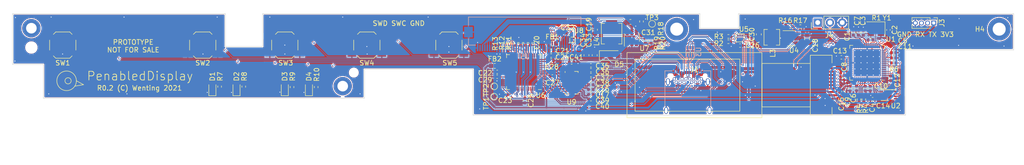
<source format=kicad_pcb>
(kicad_pcb (version 20211014) (generator pcbnew)
  (title_block (title "PenabledDisplay") (date "2021-03-09") (rev "R0.1") (company "ZephRay") (comment 1 "zephray@outlook.com"))
  (layers (0 "F.Cu" signal) (1 "In1.Cu" signal) (2 "In2.Cu" signal) (31 "B.Cu" signal) (34 "B.Paste" user) (35 "F.Paste" user) (36 "B.SilkS" user "B.Silkscreen") (37 "F.SilkS" user "F.Silkscreen") (38 "B.Mask" user) (39 "F.Mask" user) (44 "Edge.Cuts" user))
  (net 0 "")
  (net 1 "GND")
  (net 2 "+1V1")
  (net 3 "/XIN")
  (net 4 "Net-(C3-Pad1)")
  (net 5 "+3V3")
  (net 6 "/DP0N")
  (net 7 "/DP0P")
  (net 8 "Net-(C16-Pad2)")
  (net 9 "VBUS")
  (net 10 "Net-(C20-Pad1)")
  (net 11 "Net-(C21-Pad1)")
  (net 12 "Net-(C22-Pad1)")
  (net 13 "Net-(C32-Pad2)")
  (net 14 "+12V")
  (net 15 "Net-(D1-Pad2)")
  (net 16 "Net-(D2-Pad2)")
  (net 17 "Net-(D3-Pad2)")
  (net 18 "Net-(D4-Pad2)")
  (net 19 "Net-(D5-Pad2)")
  (net 20 "Net-(J1-Pad12)")
  (net 22 "LCD_CS")
  (net 23 "LCD_RST")
  (net 24 "LCD_RS")
  (net 25 "LCD_SCLK")
  (net 26 "LCD_MOSI")
  (net 29 "Net-(C17-Pad2)")
  (net 30 "/DPAUXN")
  (net 31 "Net-(J2-PadB5)")
  (net 32 "/DP1N")
  (net 33 "/DP1P")
  (net 34 "/GPIO21")
  (net 35 "/DPAUXP")
  (net 36 "Net-(J2-PadA5)")
  (net 37 "UART_RX")
  (net 38 "UART_TX")
  (net 39 "/SWCLK")
  (net 40 "/SWD")
  (net 42 "/BL_ON")
  (net 43 "/VDIM")
  (net 44 "/RCLKIN+")
  (net 45 "/RCLKIN-")
  (net 46 "/RIN2+")
  (net 47 "/RIN2-")
  (net 48 "/RIN1+")
  (net 49 "/RIN1-")
  (net 50 "/RIN0+")
  (net 51 "/RIN0-")
  (net 53 "/DDC_DATA")
  (net 54 "/DDC_CLK")
  (net 57 "USB_DP")
  (net 58 "Net-(L3-Pad1)")
  (net 59 "/XOUT")
  (net 60 "I2C_SCL")
  (net 61 "I2C_SDA")
  (net 62 "Net-(R4-Pad2)")
  (net 63 "Net-(R5-Pad2)")
  (net 64 "LCD_BL")
  (net 65 "LED1")
  (net 66 "LED2")
  (net 67 "LED3")
  (net 68 "LED4")
  (net 69 "Net-(R11-Pad2)")
  (net 70 "Net-(R12-Pad2)")
  (net 71 "Net-(R13-Pad2)")
  (net 72 "Net-(R16-Pad1)")
  (net 73 "Net-(R19-Pad1)")
  (net 74 "KEY1")
  (net 75 "KEY2")
  (net 76 "KEY3")
  (net 77 "KEY4")
  (net 78 "KEY5")
  (net 79 "Net-(TP1-Pad1)")
  (net 80 "Net-(TP2-Pad1)")
  (net 91 "/QSPI_SS")
  (net 92 "/QSPI_SD1")
  (net 93 "/QSPI_SD2")
  (net 94 "/QSPI_SD0")
  (net 95 "/QSPI_SCLK")
  (net 96 "/QSPI_SD3")
  (net 97 "/GPIO29_ADC3")
  (net 98 "/GPIO28_ADC2")
  (net 99 "/GPIO27_ADC1")
  (net 100 "/GPIO26_ADC0")
  (net 101 "DP_HPD")
  (net 102 "DP_PDN")
  (net 103 "/RUN")
  (net 104 "/GPIO3")
  (net 105 "/GPIO2")
  (net 109 "Net-(U6-Pad33)")
  (net 117 "Net-(C38-Pad2)")
  (net 118 "Net-(C39-Pad2)")
  (net 119 "Net-(C40-Pad2)")
  (net 123 "TYPEC_ORI")
  (net 125 "/TX2N")
  (net 126 "/TX2P")
  (net 127 "/TX1N")
  (net 128 "Net-(C35-Pad2)")
  (net 129 "/TX1P")
  (net 130 "Net-(C36-Pad2)")
  (net 131 "/RX1N")
  (net 132 "Net-(C37-Pad2)")
  (net 133 "/RX1P")
  (net 134 "/RX2N")
  (net 135 "/RX2P")
  (net 136 "USB_DN")
  (net 137 "/GPIO15")
  (footprint "Resistor_SMD:R_0402_1005Metric" (layer "F.Cu") (at 109.5 95.2 -90)
    (fp_text reference "R10")
    (fp_text value "1K")
  )
  (footprint "Package_DFN_QFN:DFN-8-1EP_3x2mm_P0.5mm_EP1.36x1.46mm" (layer "F.Cu") (at 228.05 96.86 180)
    (fp_text reference "U2")
    (fp_text value "FM25Q04-DN-T-G")
  )
  (footprint "Resistor_SMD:R_0402_1005Metric" (layer "F.Cu") (at 194.9 84.7 180)
    (fp_text reference "R3")
    (fp_text value "4.7K")
  )
  (footprint "Button_Switch_SMD:SW_SPST_SKQG_WithStem" (layer "F.Cu") (at 86 86.5)
    (fp_text reference "SW2")
    (fp_text value "SKQG")
  )
  (footprint "Oscillator:Oscillator_SMD_Abracon_ASE-4Pin_3.2x2.5mm" (layer "F.Cu") (at 225.45 83.26 180)
    (fp_text reference "Y1")
    (fp_text value "24MHz")
  )
  (footprint "Capacitor_SMD:C_0402_1005Metric" (layer "F.Cu") (at 222.85 83.96 90)
    (fp_text reference "C3")
    (fp_text value "18pF")
  )
  (footprint "Button_Switch_SMD:SW_SPST_SKQG_WithStem" (layer "F.Cu") (at 137 86.5)
    (fp_text reference "SW5")
    (fp_text value "SKQG")
  )
  (footprint "Capacitor_SMD:C_0603_1608Metric" (layer "F.Cu") (at 167.2 88.6 -90)
    (fp_text reference "C33")
    (fp_text value "10uF")
  )
  (footprint "MountingHole:MountingHole_2.7mm_M2.5_DIN965_Pad" (layer "F.Cu") (at 251 83.2)
    (fp_text reference "H4")
    (fp_text value "MountingHole")
  )
  (footprint "MountingHole:MountingHole_2.7mm_M2.5_DIN965_Pad" (layer "F.Cu") (at 184.2 83.2)
    (fp_text reference "H5" hide)
    (fp_text value "MountingHole")
  )
  (footprint "Capacitor_SMD:C_0402_1005Metric" (layer "F.Cu") (at 161.9 84.1)
    (fp_text reference "C32")
    (fp_text value "1uF")
  )
  (footprint "Resistor_SMD:R_0402_1005Metric" (layer "F.Cu") (at 207.7 82.68 180)
    (fp_text reference "R16")
    (fp_text value "36K")
  )
  (footprint "Resistor_SMD:R_0402_1005Metric" (layer "F.Cu") (at 89.5 95.1 -90)
    (fp_text reference "R7")
    (fp_text value "1K")
  )
  (footprint "Button_Switch_SMD:SW_SPST_SKQG_WithStem" (layer "F.Cu") (at 120 86.5)
    (fp_text reference "SW4")
    (fp_text value "SKQG")
  )
  (footprint "Capacitor_SMD:C_0402_1005Metric" (layer "F.Cu") (at 158.18 88.67)
    (fp_text reference "C24")
    (fp_text value "100nF")
  )
  (footprint "Inductor_SMD:L_0603_1608Metric" (layer "F.Cu") (at 146.5 90.8)
    (fp_text reference "FB2")
    (fp_text value "120")
  )
  (footprint "TestPoint:TestPoint_Pad_D1.0mm" (layer "F.Cu") (at 146.38 95.05 90)
    (fp_text reference "TP2")
    (fp_text value "TestPoint")
  )
  (footprint "Capacitor_SMD:C_0402_1005Metric" (layer "F.Cu") (at 158.18 89.67)
    (fp_text reference "C28")
    (fp_text value "100nF")
  )
  (footprint "Capacitor_SMD:C_0402_1005Metric" (layer "F.Cu") (at 162.42 90.1)
    (fp_text reference "C41")
    (fp_text value "100nF")
  )
  (footprint "Resistor_SMD:R_0402_1005Metric" (layer "F.Cu") (at 177.7 85.6 90)
    (fp_text reference "R19")
    (fp_text value "200K")
  )
  (footprint "Capacitor_SMD:C_0402_1005Metric" (layer "F.Cu") (at 166.42 90.7 180)
    (fp_text reference "C35")
    (fp_text value "100nF")
  )
  (footprint "footprints:FPC_13_B" (layer "F.Cu") (at 187.8675 94.8)
    (fp_text reference "J1")
    (fp_text value "ER-TFT0.96-1")
  )
  (footprint "Button_Switch_SMD:SW_SPST_SKQG_WithStem" (layer "F.Cu") (at 103 86.5)
    (fp_text reference "SW3")
    (fp_text value "SKQG")
  )
  (footprint "Resistor_SMD:R_0402_1005Metric" (layer "F.Cu") (at 194.9 85.8 180)
    (fp_text reference "R2")
    (fp_text value "4.7K")
  )
  (footprint "Capacitor_SMD:C_0402_1005Metric" (layer "F.Cu") (at 220.78 83.94 90)
    (fp_text reference "C1")
    (fp_text value "100nF")
  )
  (footprint "Capacitor_SMD:C_0402_1005Metric" (layer "F.Cu") (at 152.75 98 -90)
    (fp_text reference "C25")
    (fp_text value "100nF")
  )
  (footprint "LED_SMD:LED_0603_1608Metric" (layer "F.Cu") (at 103 95.5 90)
    (fp_text reference "D3")
    (fp_text value "LED")
  )
  (footprint "Capacitor_SMD:C_0402_1005Metric" (layer "F.Cu") (at 218.85 93.26 -90)
    (fp_text reference "C8")
    (fp_text value "100nF")
  )
  (footprint "Connector_PinHeader_1.27mm:PinHeader_1x04_P1.27mm_Vertical" (layer "F.Cu") (at 237.44 81.92 -90)
    (fp_text reference "J3")
    (fp_text value "Conn_01x04")
  )
  (footprint "Resistor_SMD:R_0402_1005Metric" (layer "F.Cu") (at 94.5 95.1 -90)
    (fp_text reference "R8")
    (fp_text value "1K")
  )
  (footprint "Capacitor_SMD:C_0402_1005Metric" (layer "F.Cu") (at 228.48 93.37 -90)
    (fp_text reference "C12")
    (fp_text value "100nF")
  )
  (footprint "Inductor_SMD:L_Vishay_IHLP-1212" (layer "F.Cu") (at 203.9 84.88 90)
    (fp_text reference "L3")
    (fp_text value "4.7uH")
  )
  (footprint "Resistor_SMD:R_0402_1005Metric" (layer "F.Cu") (at 222.95 97.76 90)
    (fp_text reference "R4")
    (fp_text value "27")
  )
  (footprint "Capacitor_SMD:C_0402_1005Metric" (layer "F.Cu") (at 229.13 89.16)
    (fp_text reference "C11")
    (fp_text value "100nF")
  )
  (footprint "Capacitor_SMD:C_0402_1005Metric" (layer "F.Cu") (at 218.72 96.13 -90)
    (fp_text reference "C15")
    (fp_text value "100nF")
  )
  (footprint "TestPoint:TestPoint_Pad_D1.0mm" (layer "F.Cu") (at 146.36 97.19 90)
    (fp_text reference "TP1")
    (fp_text value "TestPoint")
  )
  (footprint "Package_TO_SOT_SMD:TSOT-23-5" (layer "F.Cu") (at 208 85.08)
    (fp_text reference "U4")
    (fp_text value "SY8008")
  )
  (footprint "Capacitor_SMD:C_0402_1005Metric" (layer "F.Cu") (at 158.16 87.67)
    (fp_text reference "C21")
    (fp_text value "1uF")
  )
  (footprint "Capacitor_SMD:C_0603_1608Metric" (layer "F.Cu") (at 211.2 85.28 -90)
    (fp_text reference "C18")
    (fp_text value "10uF")
  )
  (footprint "Capacitor_SMD:C_0402_1005Metric" (layer "F.Cu") (at 224.29 95.48 -90)
    (fp_text reference "C4")
    (fp_text value "100nF")
  )
  (footprint "Resistor_SMD:R_0402_1005Metric" (layer "F.Cu") (at 229.15 90.2 180)
    (fp_text reference "R6")
    (fp_text value "220")
  )
  (footprint "MountingHole:MountingHole_2.2mm_M2_DIN965_Pad" (layer "F.Cu") (at 50.5 83)
    (fp_text reference "H2" hide)
    (fp_text value "MountingHole")
  )
  (footprint "Capacitor_SMD:C_0402_1005Metric" (layer "F.Cu") (at 166.42 96.7 180)
    (fp_text reference "C39")
    (fp_text value "100nF")
  )
  (footprint "Capacitor_SMD:C_0402_1005Metric" (layer "F.Cu") (at 166.4 95.7 180)
    (fp_text reference "C17")
    (fp_text value "100nF")
  )
  (footprint "Resistor_SMD:R_0402_1005Metric" (layer "F.Cu") (at 178.9 85.6 -90)
    (fp_text reference "R20")
    (fp_text value "10K")
  )
  (footprint "Diode_SMD:D_SOD-123" (layer "F.Cu") (at 170.42 88.66)
    (fp_text reference "D5")
    (fp_text value "1N5819")
  )
  (footprint "Button_Switch_SMD:SW_SPST_SKQG_WithStem" (layer "F.Cu") (at 57 86.5)
    (fp_text reference "SW1")
    (fp_text value "SKQG")
  )
  (footprint "Resistor_SMD:R_0402_1005Metric" (layer "F.Cu") (at 209.8 82.68 180)
    (fp_text reference "R17")
    (fp_text value "8.25K")
  )
  (footprint "Package_DFN_QFN:WQFN-20-1EP_2.5x4.5mm_P0.5mm_EP1x2.9mm" (layer "F.Cu") (at 162.42 94.3)
    (fp_text reference "U9")
    (fp_text value "CBTL02043A")
  )
  (footprint "Capacitor_SMD:C_0402_1005Metric" (layer "F.Cu") (at 221.45 95.46 -90)
    (fp_text reference "C6")
    (fp_text value "1uF")
  )
  (footprint "Capacitor_SMD:C_0402_1005Metric" (layer "F.Cu") (at 166.42 91.7 180)
    (fp_text reference "C36")
    (fp_text value "100nF")
  )
  (footprint "Capacitor_SMD:C_0402_1005Metric" (layer "F.Cu") (at 147 93.05 180)
    (fp_text reference "C29")
    (fp_text value "100nF")
  )
  (footprint "Capacitor_SMD:C_0402_1005Metric" (layer "F.Cu") (at 218.31 89.04 180)
    (fp_text reference "C13")
    (fp_text value "100nF")
  )
  (footprint "Resistor_SMD:R_0402_1005Metric" (layer "F.Cu") (at 152.88 86.06 -90)
    (fp_text reference "R11")
    (fp_text value "4.7K")
  )
  (footprint "Package_TO_SOT_SMD:TSOT-23-6" (layer "F.Cu") (at 174.9 84.9375 90)
    (fp_text reference "U7")
    (fp_text value "SY7152")
  )
  (footprint "Inductor_SMD:L_Vishay_IHLP-1616" (layer "F.Cu") (at 170.7 84.13 -90)
    (fp_text reference "L4")
    (fp_text value "10uH")
  )
  (footprint "Package_CSP:WLCSP-4-X1-WLB0909-4_0.89x0.89mm_P0.5mm" (layer "F.Cu") (at 162.6 85.4)
    (fp_text reference "U8")
    (fp_text value "NX3P1108UK")
  )
  (footprint "Capacitor_SMD:C_0402_1005Metric" (layer "F.Cu") (at 229.14 88.06)
    (fp_text reference "C5")
    (fp_text value "1uF")
  )
  (footprint "MountingHole:MountingHole_2.2mm_M2_DIN965" (layer "F.Cu") (at 50.5 87)
    (fp_text reference "H3" hide)
    (fp_text value "MountingHole")
  )
  (footprint "Inductor_SMD:L_0603_1608Metric" (layer "F.Cu") (at 158.41 86.17 180)
    (fp_text reference "FB1")
    (fp_text value "120")
  )
  (footprint "Capacitor_SMD:C_0402_1005Metric" (layer "F.Cu") (at 221.85 83.96 90)
    (fp_text reference "C7")
    (fp_text value "100nF")
  )
  (footprint "LED_SMD:LED_0603_1608Metric" (layer "F.Cu") (at 93 95.5 90)
    (fp_text reference "D2")
    (fp_text value "LED")
  )
  (footprint "Capacitor_SMD:C_0402_1005Metric" (layer "F.Cu") (at 153.88 86.04 90)
    (fp_text reference "C20")
    (fp_text value "1uF")
  )
  (footprint "Capacitor_SMD:C_0603_1608Metric" (layer "F.Cu") (at 167.25 83.31 -90)
    (fp_text reference "C19")
    (fp_text value "10uF")
  )
  (footprint "MountingHole:MountingHole_2.2mm_M2_DIN965_Pad" (layer "F.Cu") (at 115 95)
    (fp_text reference "H1" hide)
    (fp_text value "MountingHole")
  )
  (footprint "Package_BGA:WLP-9_1.448x1.468mm_Layout3x3_P0.4mm_Ball0.27mm_Pad0.25mm" (layer "F.Cu") (at 197.31 85 180)
    (fp_text reference "U5")
    (fp_text value "FUSB302UCX")
  )
  (footprint "Resistor_SMD:R_0402_1005Metric" (layer "F.Cu") (at 150.88 86.06 -90)
    (fp_text reference "R13")
    (fp_text value "4.7K")
  )
  (footprint "Package_DFN_QFN:QFN-56-1EP_7x7mm_P0.4mm_EP5.6x5.6mm_ThermalVias" (layer "F.Cu") (at 223.65 90.16 180)
    (fp_text reference "U1")
    (fp_text value "RP2040")
  )
  (footprint "Capacitor_SMD:C_0603_1608Metric" (layer "F.Cu") (at 174.6 81.7 180)
    (fp_text reference "C31")
    (fp_text value "10uF")
  )
  (footprint "Capacitor_SMD:C_0402_1005Metric" (layer "F.Cu") (at 147 92.05 180)
    (fp_text reference "C22")
    (fp_text value "1uF")
  )
  (footprint "Capacitor_SMD:C_0402_1005Metric" (layer "F.Cu") (at 228.05 83.36 -90)
    (fp_text reference "C2")
    (fp_text value "18pF")
  )
  (footprint "Capacitor_SMD:C_0402_1005Metric" (layer "F.Cu") (at 166.42 92.7 180)
    (fp_text reference "C37")
    (fp_text value "100nF")
  )
  (footprint "Capacitor_SMD:C_0603_1608Metric" (layer "F.Cu") (at 165.5 88.6 -90)
    (fp_text reference "C34")
    (fp_text value "10uF")
  )
  (footprint "Resistor_SMD:R_0402_1005Metric" (layer "F.Cu") (at 176.9 81.6 -90)
    (fp_text reference "R18")
    (fp_text value "100K")
  )
  (footprint "Resistor_SMD:R_0402_1005Metric" (layer "F.Cu") (at 221.95 97.76 90)
    (fp_text reference "R5")
    (fp_text value "27")
  )
  (footprint "Package_DFN_QFN:QFN-56-1EP_7x7mm_P0.4mm_EP5.6x5.6mm" (layer "F.Cu") (at 152.55 92.1 180)
    (fp_text reference "U6")
    (fp_text value "PTN3460")
  )
  (footprint "Capacitor_SMD:C_0402_1005Metric" (layer "F.Cu") (at 166.4 94.7 180)
    (fp_text reference "C16")
    (fp_text value "100nF")
  )
  (footprint "Connector_PinHeader_2.54mm:PinHeader_1x03_P2.54mm_Vertical" (layer "F.Cu") (at 213.405 81.83 90)
    (fp_text reference "J4")
    (fp_text value "Conn_01x03")
  )
  (footprint "Capacitor_SMD:C_0402_1005Metric" (layer "F.Cu") (at 197.31 86.6)
    (fp_text reference "C26")
    (fp_text value "100nF")
  )
  (footprint "Resistor_SMD:R_0402_1005Metric" (layer "F.Cu") (at 151.88 86.06 -90)
    (fp_text reference "R12")
    (fp_text value "4.7K")
  )
  (footprint "Capacitor_SMD:C_0402_1005Metric" (layer "F.Cu") (at 224.78 97.7 180)
    (fp_text reference "C14")
    (fp_text value "100nF")
  )
  (footprint "footprints:MountingHole_1.7mm" (layer "F.Cu") (at 117.3 92.2)
    (fp_text reference "H6" hide)
    (fp_text value "MountingHole")
  )
  (footprint "Capacitor_SMD:C_0402_1005Metric" (layer "F.Cu") (at 166.42 93.7 180)
    (fp_text reference "C38")
    (fp_text value "100nF")
  )
  (footprint "Capacitor_SMD:C_0402_1005Metric" (layer "F.Cu") (at 220.09 95.5 -90)
    (fp_text reference "C9")
    (fp_text value "100nF")
  )
  (footprint "LED_SMD:LED_0603_1608Metric" (layer "F.Cu") (at 88 95.5 90)
    (fp_text reference "D1")
    (fp_text value "LED")
  )
  (footprint "Capacitor_SMD:C_0402_1005Metric" (layer "F.Cu") (at 158.44 93)
    (fp_text reference "C27")
    (fp_text value "100nF")
  )
  (footprint "TestPoint:TestPoint_Pad_D1.0mm" (layer "F.Cu") (at 179.1 82.1)
    (fp_text reference "TP3")
    (fp_text value "TestPoint")
  )
  (footprint "Capacitor_SMD:C_0402_1005Metric" (layer "F.Cu") (at 223.25 95.48 -90)
    (fp_text reference "C10")
    (fp_text value "100nF")
  )
  (footprint "Capacitor_SMD:C_0603_1608Metric" (layer "F.Cu") (at 201.2 84.28 90)
    (fp_text reference "C30")
    (fp_text value "10uF")
  )
  (footprint "LED_SMD:LED_0603_1608Metric" (layer "F.Cu") (at 108 95.5 90)
    (fp_text reference "D4")
    (fp_text value "LED")
  )
  (footprint "Resistor_SMD:R_0402_1005Metric" (layer "F.Cu") (at 224.35 85.46)
    (fp_text reference "R1")
    (fp_text value "1K")
  )
  (footprint "Capacitor_SMD:C_0402_1005Metric" (layer "F.Cu") (at 148.66 96.8 180)
    (fp_text reference "C23")
    (fp_text value "100nF")
  )
  (footprint "Resistor_SMD:R_0402_1005Metric" (layer "F.Cu") (at 104.5 95.2 -90)
    (fp_text reference "R9")
    (fp_text value "1K")
  )
  (footprint "Capacitor_SMD:C_0402_1005Metric" (layer "F.Cu") (at 166.42 97.7 180)
    (fp_text reference "C40")
    (fp_text value "100nF")
  )
  (footprint "Package_TO_SOT_SMD:SOT-666" (layer "B.Cu") (at 186.99 87.9 90)
    (fp_text reference "U3")
    (fp_text value "USBLC6-2P6")
  )
  (footprint "Connector_USB:USB_C_Receptacle_Amphenol_12401548E4-2A" (layer "B.Cu") (at 186.5 97.2 180)
    (fp_text reference "J2")
    (fp_text value "USB_C_Receptacle")
  )
  (footprint "footprints:Hirose_FH12-40S-0.5SH_1x40-1MP_P0.50mm_Horizontal_Reversed" (layer "B.Cu") (at 152.7 85.2)
    (fp_text reference "J5")
    (fp_text value "Conn_01x40_MountingPin")
  )
  (gr_line (start 61.3 94.7) (end 59.5 95) (layer "F.SilkS") (width 0.12))
  (gr_line (start 59.824845 93.9) (end 61.3 94.7) (layer "F.SilkS") (width 0.12))
  (gr_circle (center 57.8 93.9) (end 58.9 92.2) (layer "F.SilkS") (width 0.12) (fill none))
  (gr_circle (center 58.1 93.9) (end 58.5 93.4) (layer "F.SilkS") (width 0.12) (fill none))
  (gr_line (start 197 80) (end 254 80) (layer "Edge.Cuts") (width 0.1))
  (gr_line (start 119.5 97.5) (end 119.5 91.5) (layer "Edge.Cuts") (width 0.1))
  (gr_line (start 53 90.5) (end 53 97.5) (layer "Edge.Cuts") (width 0.1))
  (gr_line (start 98.4 86.8) (end 98.4 80) (layer "Edge.Cuts") (width 0.1))
  (gr_line (start 98.4 80) (end 189 80) (layer "Edge.Cuts") (width 0.1))
  (gr_line (start 254 87.5) (end 231.6 87.5) (layer "Edge.Cuts") (width 0.1))
  (gr_line (start 53 97.5) (end 119.5 97.5) (layer "Edge.Cuts") (width 0.1))
  (gr_line (start 46.6 90.5) (end 53 90.5) (layer "Edge.Cuts") (width 0.1))
  (gr_line (start 90.7 86.8) (end 98.4 86.8) (layer "Edge.Cuts") (width 0.1))
  (gr_line (start 231.6 101) (end 142 101) (layer "Edge.Cuts") (width 0.1))
  (gr_line (start 46.6 80) (end 46.6 90.5) (layer "Edge.Cuts") (width 0.1))
  (gr_line (start 231.6 87.5) (end 231.6 101) (layer "Edge.Cuts") (width 0.1))
  (gr_line (start 254 80) (end 254 87.5) (layer "Edge.Cuts") (width 0.1))
  (gr_line (start 90.7 80) (end 90.7 86.8) (layer "Edge.Cuts") (width 0.1))
  (gr_line (start 90.7 80) (end 46.6 80) (layer "Edge.Cuts") (width 0.1))
  (gr_line (start 142 91.5) (end 119.5 91.5) (layer "Edge.Cuts") (width 0.1))
  (gr_line (start 142 101) (end 142 91.5) (layer "Edge.Cuts") (width 0.1))
  (gr_line (start 197 83) (end 197 80) (layer "Edge.Cuts") (width 0.1))
  (gr_line (start 189 83) (end 197 83) (layer "Edge.Cuts") (width 0.1))
  (gr_line (start 189 80) (end 189 83) (layer "Edge.Cuts") (width 0.1))
  (gr_text "PROTOTYPE\nNOT FOR SALE" (at 71.6 86.7) (layer "F.SilkS") (effects (font (size 1 1))))
  (gr_text "R0.2 (C) Wenting 2021" (at 72.9 95.4) (layer "F.SilkS") (effects (font (size 1 1))))
  (gr_text "PenabledDisplay" (at 73 92.9) (layer "F.SilkS") (effects (font (size 1.8 1.8))))
  (gr_text "SWD SWC GND" (at 126.6 82) (layer "F.SilkS") (effects (font (size 1 1))))
  (gr_text "GND RX TX 3V3" (at 235.7 84.3) (layer "F.SilkS") (effects (font (size 1 1))))
  (segment (start 211 82.68) (end 211.01 82.69) (width 0.3) (layer "F.Cu") (net 1))
  (segment (start 220.85 83.46) (end 220.85 82.71) (width 0.127) (layer "F.Cu") (net 1))
  (segment (start 174.9 84.96) (end 174.91 84.95) (width 0.3) (layer "F.Cu") (net 1))
  (segment (start 161.12 96.05) (end 160.1815 96.05) (width 0.127) (layer "F.Cu") (net 1))
  (segment (start 161.12 94.05) (end 160.19 94.05) (width 0.127) (layer "F.Cu") (net 1))
  (segment (start 93 96.2875) (end 91.9725 96.2875) (width 0.127) (layer "F.Cu") (net 1))
  (segment (start 163.26 96.6) (end 163.28 96.62) (width 0.127) (layer "F.Cu") (net 1))
  (segment (start 212.09 84.14) (end 211.565 84.14) (width 0.3) (layer "F.Cu") (net 1))
  (segment (start 229.55 96.11) (end 229.18 96.11) (width 0.175) (layer "F.Cu") (net 1))
  (segment (start 158.64 88.65) (end 158.66 88.67) (width 0.3) (layer "F.Cu") (net 1))
  (segment (start 214.95 97.6) (end 214.93 97.58) (width 0.127) (layer "F.Cu") (net 1))
  (segment (start 163.75 90.31) (end 163.54 90.1) (width 0.2) (layer "F.Cu") (net 1))
  (segment (start 158.92 93) (end 158.92 93.5615) (width 0.127) (layer "F.Cu") (net 1))
  (segment (start 175.375 82.245) (end 175.7 82.57) (width 0.3) (layer "F.Cu") (net 1))
  (segment (start 89.1 88.35) (end 82.9 88.35) (width 0.127) (layer "F.Cu") (net 1))
  (segment (start 229.18 96.11) (end 228.83 95.76) (width 0.175) (layer "F.Cu") (net 1))
  (segment (start 154.35 93.9) (end 152.55 92.1) (width 0.127) (layer "F.Cu") (net 1))
  (segment (start 154.59 85.56) (end 154.61 85.54) (width 0.3) (layer "F.Cu") (net 1))
  (segment (start 148.18 97.57) (end 148.18 96.8) (width 0.45) (layer "F.Cu") (net 1))
  (segment (start 229.61 89.16) (end 230.32 89.16) (width 0.127) (layer "F.Cu") (net 1))
  (segment (start 102.0175 96.2875) (end 101.98 96.25) (width 0.127) (layer "F.Cu") (net 1))
  (segment (start 224.65 89.16) (end 223.65 90.16) (width 0.175) (layer "F.Cu") (net 1))
  (segment (start 210.31 82.68) (end 211 82.68) (width 0.3) (layer "F.Cu") (net 1))
  (segment (start 230.32 88.06) (end 230.34 88.08) (width 0.127) (layer "F.Cu") (net 1))
  (segment (start 163.54 90.1) (end 162.9 90.1) (width 0.2) (layer "F.Cu") (net 1))
  (segment (start 136.99 87.95) (end 136.99 88.31) (width 0.127) (layer "F.Cu") (net 1))
  (segment (start 205.72 85.08) (end 205.69 85.05) (width 0.3) (layer "F.Cu") (net 1))
  (segment (start 162.67 96.6) (end 162.67 94.55) (width 0.127) (layer "F.Cu") (net 1))
  (segment (start 148.18 96.8) (end 147.6 96.8) (width 0.45) (layer "F.Cu") (net 1))
  (segment (start 162.31 85.65) (end 161.92 86.04) (width 0.175) (layer "F.Cu") (net 1))
  (segment (start 216.1675 97.6) (end 214.95 97.6) (width 0.127) (layer "F.Cu") (net 1))
  (segment (start 201.2 85.9) (end 201.21 85.91) (width 0.127) (layer "F.Cu") (net 1))
  (segment (start 220.85 82.71) (end 220.86 82.7) (width 0.127) (layer "F.Cu") (net 1))
  (segment (start 222.85 83.48) (end 222.85 82.8) (width 0.127) (layer "F.Cu") (net 1))
  (segment (start 159.38 88.67) (end 159.39 88.68) (width 0.3) (layer "F.Cu") (net 1))
  (segment (start 156.57 93.9) (end 157.83 95.16) (width 0.127) (layer "F.Cu") (net 1))
  (segment (start 217.586897 89.08) (end 217.283448 88.776551) (width 0.175) (layer "F.Cu") (net 1))
  (segment (start 223.25 96.1) (end 224.07 96.92) (width 0.175) (layer "F.Cu") (net 1))
  (segment (start 162.67 96.6) (end 163.26 96.6) (width 0.127) (layer "F.Cu") (net 1))
  (segment (start 162.35 85.65) (end 162.31 85.65) (width 0.175) (layer "F.Cu") (net 1))
  (segment (start 174.9 86.075) (end 174.9 84.96) (width 0.3) (layer "F.Cu") (net 1))
  (segment (start 108 96.2875) (end 106.9825 96.2875) (width 0.127) (layer "F.Cu") (net 1))
  (segment (start 146.52 93.47) (end 146.96 93.91) (width 0.3) (layer "F.Cu") (net 1))
  (segment (start 153.88 85.56) (end 154.59 85.56) (width 0.3) (layer "F.Cu") (net 1))
  (segment (start 221.85 82.77) (end 221.86 82.76) (width 0.127) (layer "F.Cu") (net 1))
  (segment (start 153.95 88.6625) (end 153.95 90.7) (width 0.127) (layer "F.Cu") (net 1))
  (segment (start 220.09 96.69) (end 220.08 96.7) (width 0.2) (layer "F.Cu") (net 1))
  (segment (start 160.19 94.05) (end 160.07 93.93) (width 0.127) (layer "F.Cu") (net 1))
  (segment (start 146.52 92.05) (end 146.52 93.05) (width 0.3) (layer "F.Cu") (net 1))
  (segment (start 140.1 88.35) (end 137.03 88.35) (width 0.127) (layer "F.Cu") (net 1))
  (segment (start 116.9 88.35) (end 123.1 88.35) (width 0.127) (layer "F.Cu") (net 1))
  (segment (start 88 96.2875) (end 86.9525 96.2875) (width 0.127) (layer "F.Cu") (net 1))
  (segment (start 56.92 88.35) (end 56.97 88.35) (width 0.127) (layer "F.Cu") (net 1))
  (segment (start 167.25 84.085) (end 167.25 84.97) (width 0.127) (layer "F.Cu") (net 1))
  (segment (start 228.77 83.84) (end 228.78 83.85) (width 0.19558) (layer "F.Cu") (net 1))
  (segment (start 201.2 85.055) (end 201.2 85.9) (width 0.127) (layer "F.Cu") (net 1))
  (segment (start 224.65 86.7225) (end 224.65 89.16) (width 0.175) (layer "F.Cu") (net 1))
  (segment (start 158.64 87.67) (end 158.64 88.65) (width 0.3) (layer "F.Cu") (net 1))
  (segment (start 216.1675 99) (end 214.95 99) (width 0.127) (layer "F.Cu") (net 1))
  (segment (start 152.88 85.55) (end 153.87 85.55) (width 0.3) (layer "F.Cu") (net 1))
  (segment (start 146.52 93.05) (end 146.52 93.47) (width 0.3) (layer "F.Cu") (net 1))
  (segment (start 178.9 85.09) (end 178.9 84.37) (width 0.3) (layer "F.Cu") (net 1))
  (segment (start 229.62 88.06) (end 230.32 88.06) (width 0.127) (layer "F.Cu") (net 1))
  (segment (start 162.68 90.32) (end 162.68 90.46) (width 0.2) (layer "F.Cu") (net 1))
  (segment (start 158.66 89.67) (end 158.66 88.67) (width 0.3) (layer "F.Cu") (net 1))
  (segment (start 147.6 96.8) (end 147.48 96.68) (width 0.45) (layer "F.Cu") (net 1))
  (segment (start 86.9525 96.2875) (end 86.94 96.3) (width 0.127) (layer "F.Cu") (net 1))
  (segment (start 223.25 95.96) (end 223.25 96.1) (width 0.175) (layer "F.Cu") (net 1))
  (segment (start 221.85 83.48) (end 221.85 82.77) (width 0.127) (layer "F.Cu") (net 1))
  (segment (start 217.38 95.5) (end 216.1675 95.5) (width 0.127) (layer "F.Cu") (net 1))
  (segment (start 162.67 94.05) (end 162.42 94.3) (width 0.127) (layer "F.Cu") (net 1))
  (segment (start 211.565 84.14) (end 211.2 84.505) (width 0.3) (layer "F.Cu") (net 1))
  (segment (start 137.03 88.35) (end 133.9 88.35) (width 0.127) (layer "F.Cu") (net 1))
  (segment (start 223.555 82.435) (end 223.23 82.11) (width 0.2) (layer "F.Cu") (net 1))
  (segment (start 217.84 89.08) (end 217.586897 89.08) (width 0.175) (layer "F.Cu") (net 1))
  (segment (start 106.9825 96.2875) (end 106.97 96.3) (width 0.127) (layer "F.Cu") (net 1))
  (segment (start 162.68 90.46) (end 162.67 90.47) (width 0.2) (layer "F.Cu") (net 1))
  (segment (start 224.07 96.92) (end 224.39 96.92) (width 0.175) (layer "F.Cu") (net 1))
  (segment (start 160.1815 96.05) (end 160.18 96.0515) (width 0.127) (layer "F.Cu") (net 1))
  (segment (start 154.35 90.3) (end 152.55 92.1) (width 0.127) (layer "F.Cu") (net 1))
  (segment (start 162.67 92) (end 162.67 94.05) (width 0.127) (layer "F.Cu") (net 1))
  (segment (start 228.05 83.84) (end 228.77 83.84) (width 0.19558) (layer "F.Cu") (net 1))
  (segment (start 161.009158 84.1) (end 160.749579 84.359579) (width 0.3) (layer "F.Cu") (net 1))
  (segment (start 167.2 86.94) (end 167.19 86.93) (width 0.175) (layer "F.Cu") (net 1))
  (segment (start 217.39 95.49) (end 217.38 95.5) (width 0.127) (layer "F.Cu") (net 1))
  (segment (start 153.95 90.7) (end 152.55 92.1) (width 0.127) (layer "F.Cu") (net 1))
  (segment (start 99.9 88.35) (end 106.1 88.35) (width 0.127) (layer "F.Cu") (net 1))
  (segment (start 136.99 88.31) (end 137.03 88.35) (width 0.127) (layer "F.Cu") (net 1))
  (segment (start 227.805 84.085) (end 228.05 83.84) (width 0.2) (layer "F.Cu") (net 1))
  (segment (start 103 96.2875) (end 102.0175 96.2875) (width 0.127) (layer "F.Cu") (net 1))
  (segment (start 162.9 90.1) (end 162.68 90.32) (width 0.2) (layer "F.Cu") (net 1))
  (segment (start 158.66 88.67) (end 159.38 88.67) (width 0.3) (layer "F.Cu") (net 1))
  (segment (start 224.4 82.435) (end 223.555 82.435) (width 0.2) (layer "F.Cu") (net 1))
  (segment (start 152.75 98.48) (end 149.09 98.48) (width 0.45) (layer "F.Cu") (net 1))
  (segment (start 167.2 87.825) (end 167.2 86.94) (width 0.175) (layer "F.Cu") (net 1))
  (segment (start 155.9875 93.9) (end 154.35 93.9) (width 0.127) (layer "F.Cu") (net 1))
  (segment (start 228.48 93.85) (end 229.2 93.85) (width 0.175) (layer "F.Cu") (net 1))
  (segment (start 149.09 98.48) (end 148.18 97.57) (width 0.45) (layer "F.Cu") (net 1))
  (segment (start 229.2 93.85) (end 229.21 93.86) (width 0.175) (layer "F.Cu") (net 1))
  (segment (start 161.42 84.1) (end 161.009158 84.1) (width 0.3) (layer "F.Cu") (net 1))
  (segment (start 197.31 84.6) (end 197.31 83.89) (width 0.127) (layer "F.Cu") (net 1))
  (segment (start 56.92 88.35) (end 53.9 88.35) (width 0.127) (layer "F.Cu") (net 1))
  (segment (start 60.1 88.35) (end 56.92 88.35) (width 0.127) (layer "F.Cu") (net 1))
  (segment (start 175.375 81.7) (end 175.375 82.245) (width 0.3) (layer "F.Cu") (net 1))
  (segment (start 153.87 85.55) (end 153.88 85.56) (width 0.3) (layer "F.Cu") (net 1))
  (segment (start 155.9875 93.9) (end 156.57 93.9) (width 0.127) (layer "F.Cu") (net 1))
  (segment (start 162.67 90.47) (end 162.67 92) (width 0.2) (layer "F.Cu") (net 1))
  (segment (start 162.67 94.55) (end 162.42 94.3) (width 0.127) (layer "F.Cu") (net 1))
  (segment (start 165.5 86.98) (end 165.54 86.94) (width 0.175) (layer "F.Cu") (net 1))
  (segment (start 176.9 81.09) (end 177.74 81.09) (width 0.3) (layer "F.Cu") (net 1))
  (segment (start 226.5 84.085) (end 227.805 84.085) (width 0.2) (layer "F.Cu") (net 1))
  (segment (start 165.5 87.825) (end 165.5 86.98) (width 0.175) (layer "F.Cu") (net 1))
  (segment (start 199.02 86.6) (end 197.79 86.6) (width 0.175) (layer "F.Cu") (net 1))
  (segment (start 206.8625 85.08) (end 205.72 85.08) (width 0.3) (layer "F.Cu") (net 1))
  (segment (start 230.32 89.16) (end 230.34 89.18) (width 0.127) (layer "F.Cu") (net 1))
  (segment (start 91.9725 96.2875) (end 91.96 96.3) (width 0.127) (layer "F.Cu") (net 1))
  (segment (start 178.9 84.37) (end 178.91 84.36) (width 0.3) (layer "F.Cu") (net 1))
  (segment (start 158.92 93.5615) (end 159.0185 93.66) (width 0.127) (layer "F.Cu") (net 1))
  (segment (start 154.35 88.6625) (end 154.35 90.3) (width 0.127) (layer "F.Cu") (net 1))
  (segment (start 220.09 95.98) (end 220.09 96.69) (width 0.2) (layer "F.Cu") (net 1))
  (segment (start 199.06 86.64) (end 199.02 86.6) (width 0.175) (layer "F.Cu") (net 1))
  (via (at 222.85 82.8) (size 0.45) (drill 0.2) (layers "F.Cu" "B.Cu") (net 1))
  (via (at 160.749579 84.359579) (size 0.45) (drill 0.2) (layers "F.Cu" "B.Cu") (net 1))
  (via (at 47.2 80.8) (size 0.45) (drill 0.2) (layers "F.Cu" "B.Cu") (net 1))
  (via (at 54.1 96.6) (size 0.45) (drill 0.2) (layers "F.Cu" "B.Cu") (net 1))
  (via (at 175.11 91.4) (size 0.45) (drill 0.2) (layers "F.Cu" "B.Cu") (net 1))
  (via (at 198.41 96.91) (size 0.45) (drill 0.2) (layers "F.Cu" "B.Cu") (net 1))
  (via (at 154.61 85.54) (size 0.45) (drill 0.2) (layers "F.Cu" "B.Cu") (net 1))
  (via (at 228.83 95.76) (size 0.45) (drill 0.2) (layers "F.Cu" "B.Cu") (net 1))
  (via (at 143.25 91.82) (size 0.45) (drill 0.2) (layers "F.Cu" "B.Cu") (net 1))
  (via (at 212.09 84.14) (size 0.45) (drill 0.2) (layers "F.Cu" "B.Cu") (net 1))
  (via (at 252.78 80.81) (size 0.45) (drill 0.2) (layers "F.Cu" "B.Cu") (net 1))
  (via (at 209.95 91.04) (size 0.45) (drill 0.2) (layers "F.Cu" "B.Cu") (net 1))
  (via (at 120 86.8) (size 0.45) (drill 0.2) (layers "F.Cu" "B.Cu") (net 1))
  (via (at 155.5 96.7) (size 0.45) (drill 0.2) (layers "F.Cu" "B.Cu") (net 1))
  (via (at 115 80.7) (size 0.45) (drill 0.2) (layers "F.Cu" "B.Cu") (net 1))
  (via (at 173.74 92.63) (size 0.45) (drill 0.2) (layers "F.Cu" "B.Cu") (net 1))
  (via (at 230.34 89.18) (size 0.45) (drill 0.2) (layers "F.Cu" "B.Cu") (net 1))
  (via (at 149.305 85.243497) (size 0.45) (drill 0.2) (layers "F.Cu" "B.Cu") (net 1))
  (via (at 99.9 80.7) (size 0.45) (drill 0.2) (layers "F.Cu" "B.Cu") (net 1))
  (via (at 54.6 80.7) (size 0.45) (drill 0.2) (layers "F.Cu" "B.Cu") (net 1))
  (via (at 194.24 93.98) (size 0.45) (drill 0.2) (layers "F.Cu" "B.Cu") (net 1))
  (via (at 197.31 83.89) (size 0.45) (drill 0.2) (layers "F.Cu" "B.Cu") (net 1))
  (via (at 160.07 93.93) (size 0.45) (drill 0.2) (layers "F.Cu" "B.Cu") (net 1))
  (via (at 187.69 81.21) (size 0.45) (drill 0.2) (layers "F.Cu" "B.Cu") (net 1))
  (via (at 197.82 94.1) (size 0.45) (drill 0.2) (layers "F.Cu" "B.Cu") (net 1))
  (via (at 192.6 83.83) (size 0.45) (drill 0.2) (layers "F.Cu" "B.Cu") (net 1))
  (via (at 233.13 86.7) (size 0.45) (drill 0.2) (layers "F.Cu" "B.Cu") (net 1))
  (via (at 159.39 88.68) (size 0.45) (drill 0.2) (layers "F.Cu" "B.Cu") (net 1))
  (via (at 91.96 96.3) (size 0.45) (drill 0.2) (layers "F.Cu" "B.Cu") (net 1))
  (via (at 172.72 96.16) (size 0.45) (drill 0.2) (layers "F.Cu" "B.Cu") (net 1))
  (via (at 242.59 86.55) (size 0.45) (drill 0.2) (layers "F.Cu" "B.Cu") (net 1))
  (via (at 155.1 94.6) (size 0.45) (drill 0.2) (layers "F.Cu" "B.Cu") (net 1))
  (via (at 151.48 84.91) (size 0.45) (drill 0.2) (layers "F.Cu" "B.Cu") (net 1))
  (via (at 165.54 86.94) (size 0.45) (drill 0.2) (layers "F.Cu" "B.Cu") (net 1))
  (via (at 174.91 84.95) (size 0.45) (drill 0.2) (layers "F.Cu" "B.Cu") (net 1))
  (via (at 178.91 84.36) (size 0.45) (drill 0.2) (layers "F.Cu" "B.Cu") (net 1))
  (via (at 150.9485 92.1) (size 0.45) (drill 0.2) (layers "F.Cu" "B.Cu") (net 1))
  (via (at 47.1 89.8) (size 0.45) (drill 0.2) (layers "F.Cu" "B.Cu") (net 1))
  (via (at 118.6 96.6) (size 0.45) (drill 0.2) (layers "F.Cu" "B.Cu") (net 1))
  (via (at 161.92 86.04) (size 0.45) (drill 0.2) (layers "F.Cu" "B.Cu") (net 1))
  (via (at 242.7 81.02) (size 0.45) (drill 0.2) (layers "F.Cu" "B.Cu") (net 1))
  (via (at 156.76 85.78) (size 0.45) (drill 0.2) (layers "F.Cu" "B.Cu") (net 1))
  (via (at 181.39 84.95) (size 0.45) (drill 0.2) (layers "F.Cu" "B.Cu") (net 1))
  (via (at 214.95 99) (size 0.45) (drill 0.2) (layers "F.Cu" "B.Cu") (net 1))
  (via (at 142.95 85.96) (size 0.45) (drill 0.2) (layers "F.Cu" "B.Cu") (net 1))
  (via (at 159.0185 93.66) (size 0.45) (drill 0.2) (layers "F.Cu" "B.Cu") (net 1))
  (via (at 221.86 82.76) (size 0.45) (drill 0.2) (layers "F.Cu" "B.Cu") (net 1))
  (via (at 213.26 85.61) (size 0.45) (drill 0.2) (layers "F.Cu" "B.Cu") (net 1))
  (via (at 223.23 82.11) (size 0.45) (drill 0.2) (layers "F.Cu" "B.Cu") (net 1))
  (via (at 211.01 82.69) (size 0.45) (drill 0.2) (layers "F.Cu" "B.Cu") (net 1))
  (via (at 211.01 81.1) (size 0.45) (drill 0.2) (layers "F.Cu" "B.Cu") (net 1))
  (via (at 230.34 88.08) (size 0.45) (drill 0.2) (layers "F.Cu" "B.Cu") (net 1))
  (via (at 228.78 83.85) (size 0.45) (drill 0.2) (layers "F.Cu" "B.Cu") (net 1))
  (via (at 153.87802 92.1) (size 0.45) (drill 0.2) (layers "F.Cu" "B.Cu") (net 1))
  (via (at 212.84 96.85) (size 0.45) (drill 0.2) (layers "F.Cu" "B.Cu") (net 1))
  (via (at 148.95 88.35) (size 0.45) (drill 0.2) (layers "F.Cu" "B.Cu") (net 1))
  (via (at 145.16 88.71) (size 0.45) (drill 0.2) (layers "F.Cu" "B.Cu") (net 1))
  (via (at 157.83 95.16) (size 0.45) (drill 0.2) (layers "F.Cu" "B.Cu") (net 1))
  (via (at 167.19 86.93) (size 0.45) (drill 0.2) (layers "F.Cu" "B.Cu") (net 1))
  (via (at 205.69 85.05) (size 0.45) (drill 0.2) (layers "F.Cu" "B.Cu") (net 1))
  (via (at 101.98 96.25) (size 0.45) (drill 0.2) (layers "F.Cu" "B.Cu") (net 1))
  (via (at 146.93 88.34) (size 0.45) (drill 0.2) (layers "F.Cu" "B.Cu") (net 1))
  (via (at 217.283448 88.776551) (size 0.45) (drill 0.2) (layers "F.Cu" "B.Cu") (net 1))
  (via (at 201.21 85.91) (size 0.45) (drill 0.2) (layers "F.Cu" "B.Cu") (net 1))
  (via (at 69.7 80.7) (size 0.45) (drill 0.2) (layers "F.Cu" "B.Cu") (net 1))
  (via (at 103.01 88.35) (size 0.45) (drill 0.2) (layers "F.Cu" "B.Cu") (net 1))
  (via (at 186.99 87.725) (size 0.45) (drill 0.2) (layers "F.Cu" "B.Cu") (net 1))
  (via (at 176.48 95.25) (size 0.45) (drill 0.2) (layers "F.Cu" "B.Cu") (net 1))
  (via (at 152.4485 92.1) (size 0.45) (drill 0.2) (layers "F.Cu" "B.Cu") (net 1))
  (via (at 200.46 94.99) (size 0.45) (drill 0.2) (layers "F.Cu" "B.Cu") (net 1))
  (via (at 86.05 88.35) (size 0.45) (drill 0.2) (layers "F.Cu" "B.Cu") (net 1))
  (via (at 171.47 94.35) (size 0.45) (drill 0.2) (layers "F.Cu" "B.Cu") (net 1))
  (via (at 167.25 84.97) (size 0.45) (drill 0.2) (layers "F.Cu" "B.Cu") (net 1))
  (via (at 230.51 100.03) (size 0.45) (drill 0.2) (layers "F.Cu" "B.Cu") (net 1))
  (via (at 223.04 99.8) (size 0.45) (drill 0.2) (layers "F.Cu" "B.Cu") (net 1))
  (via (at 147.45 85.95) (size 0.45) (drill 0.2) (layers "F.Cu" "B.Cu") (net 1))
  (via (at 252 86.7) (size 0.45) (drill 0.2) (layers "F.Cu" "B.Cu") (net 1))
  (via (at 214.93 97.58) (size 0.45) (drill 0.2) (layers "F.Cu" "B.Cu") (net 1))
  (via (at 220.86 82.7) (size 0.45) (drill 0.2) (layers "F.Cu" "B.Cu") (net 1))
  (via (at 195.49 86.76) (size 0.45) (drill 0.2) (layers "F.Cu" "B.Cu") (net 1))
  (via (at 106.97 96.3) (size 0.45) (drill 0.2) (layers "F.Cu" "B.Cu") (net 1))
  (via (at 137 86.8) (size 0.45) (drill 0.2) (layers "F.Cu" "B.Cu") (net 1))
  (via (at 175.7 82.57) (size 0.45) (drill 0.2) (layers "F.Cu" "B.Cu") (net 1))
  (via (at 120.07 88.35) (size 0.45) (drill 0.2) (layers "F.Cu" "B.Cu") (net 1))
  (via (at 165.36 100.15) (size 0.45) (drill 0.2) (layers "F.Cu" "B.Cu") (net 1))
  (via (at 103 86.5) (size 0.45) (drill 0.2) (layers "F.Cu" "B.Cu") (net 1))
  (via (at 169.33 98.14) (size 0.45) (drill 0.2) (layers "F.Cu" "B.Cu") (net 1))
  (via (at 89 80.7) (size 0.45) (drill 0.2) (layers "F.Cu" "B.Cu") (net 1))
  (via (at 163.28 96.62) (size 0.45) (drill 0.2) (layers "F.Cu" "B.Cu") (net 1))
  (via (at 70.3 96.6) (size 0.45) (drill 0.2) (layers "F.Cu" "B.Cu") (net 1))
  (via (at 198.38 81.1) (size 0.45) (drill 0.2) (layers "F.Cu" "B.Cu") (net 1))
  (via (at 193.31 92.02) (size 0.45) (drill 0.2) (layers "F.Cu" "B.Cu") (net 1))
  (via (at 143.38 99.71) (size 0.45) (drill 0.2) (layers "F.Cu" "B.Cu") (net 1))
  (via (at 160.18 96.0515) (size 0.45) (drill 0.2) (layers "F.Cu" "B.Cu") (net 1))
  (via (at 175.57 98.12) (size 0.45) (drill 0.2) (layers "F.Cu" "B.Cu") (net 1))
  (via (at 217.39 95.49) (size 0.45) (drill 0.2) (layers "F.Cu" "B.Cu") (net 1))
  (via (at 155.41 85.82) (size 0.45) (drill 0.2) (layers "F.Cu" "B.Cu") (net 1))
  (via (at 132.7 80.7) (size 0.45) (drill 0.2) (layers "F.Cu" "B.Cu") (net 1))
  (via (at 199.06 86.64) (size 0.45) (drill 0.2) (layers "F.Cu" "B.Cu") (net 1))
  (via (at 224.39 96.92) (size 0.45) (drill 0.2) (layers "F.Cu" "B.Cu") (net 1))
  (via (at 220.08 96.7) (size 0.45) (drill 0.2) (layers "F.Cu" "B.Cu") (net 1))
  (via (at 136.99 87.95) (size 0.45) (drill 0.2) (layers "F.Cu" "B.Cu") (net 1))
  (via (at 189.19 95.93) (size 0.45) (drill 0.2) (layers "F.Cu" "B.Cu") (net 1))
  (via (at 56.97 88.35) (size 0.45) (drill 0.2) (layers "F.Cu" "B.Cu") (net 1))
  (via (at 177.74 81.09) (size 0.45) (drill 0.2) (layers "F.Cu" "B.Cu") (net 1))
  (via (at 146.96 93.91) (size 0.45) (drill 0.2) (layers "F.Cu" "B.Cu") (net 1))
  (via (at 163.75 90.31) (size 0.45) (drill 0.2) (layers "F.Cu" "B.Cu") (net 1))
  (via (at 86.94 96.3) (size 0.45) (drill 0.2) (layers "F.Cu" "B.Cu") (net 1))
  (via (at 147.48 96.68) (size 0.45) (drill 0.2) (layers "F.Cu" "B.Cu") (net 1))
  (via (at 147.57 88.36) (size 0.45) (drill 0.2) (layers "F.Cu" "B.Cu") (net 1))
  (via (at 229.21 93.86) (size 0.45) (drill 0.2) (layers "F.Cu" "B.Cu") (net 1))
  (segment (start 150.95 85.44) (end 151.48 84.91) (width 0.2) (layer "B.Cu") (net 1))
  (segment (start 150.95 87.1) (end 150.95 92.0985) (width 0.2) (layer "B.Cu") (net 1))
  (segment (start 161.92 86.04) (end 162.118022 86.04) (width 0.175) (layer "B.Cu") (net 1))
  (segment (start 155.45 85.86) (end 155.41 85.82) (width 0.2) (layer "B.Cu") (net 1))
  (segment (start 147.57 88.36) (end 147.95 87.98) (width 0.2) (layer "B.Cu") (net 1))
  (segment (start 147.95 87.98) (end 147.95 87.1) (width 0.2) (layer "B.Cu") (net 1))
  (segment (start 148.45 86.036466) (end 148.45 87.1) (width 0.2) (layer "B.Cu") (net 1))
  (segment (start 146.95 87.1) (end 146.95 88.32) (width 0.2) (layer "B.Cu") (net 1))
  (segment (start 186.99 87.725) (end 186.99 88.825) (width 0.3) (layer "B.Cu") (net 1))
  (segment (start 150.95 92.0985) (end 150.9485 92.1) (width 0.2) (layer "B.Cu") (net 1))
  (segment (start 162.45 86.371978) (end 162.45 87.1) (width 0.175) (layer "B.Cu") (net 1))
  (segment (start 155.45 87.1) (end 155.45 85.86) (width 0.2) (layer "B.Cu") (net 1))
  (segment (start 157.95 86.39) (end 157.75 86.19) (width 0.2) (layer "B.Cu") (net 1))
  (segment (start 152.45 92.0985) (end 152.4485 92.1) (width 0.2) (layer "B.Cu") (net 1))
  (segment (start 152.45 87.1) (end 152.45 92.0985) (width 0.2) (layer "B.Cu") (net 1))
  (segment (start 157.75 86.19) (end 157.45 86.19) (width 0.2) (layer "B.Cu") (net 1))
  (segment (start 157.95 87.1) (end 157.95 86.39) (width 0.2) (layer "B.Cu") (net 1))
  (segment (start 156.76 85.78) (end 157.04 85.78) (width 0.2) (layer "B.Cu") (net 1))
  (segment (start 157.45 86.19) (end 157.45 87.1) (width 0.2) (layer "B.Cu") (net 1))
  (segment (start 148.95 87.1) (end 148.95 88.35) (width 0.2) (layer "B.Cu") (net 1))
  (segment (start 153.95 92.02802) (end 153.87802 92.1) (width 0.2) (layer "B.Cu") (net 1))
  (segment (start 149.242969 85.243497) (end 148.45 86.036466) (width 0.2) (layer "B.Cu") (net 1))
  (segment (start 153.95 87.1) (end 153.95 92.02802) (width 0.2) (layer "B.Cu") (net 1))
  (segment (start 162.118022 86.04) (end 162.45 86.371978) (width 0.175) (layer "B.Cu") (net 1))
  (segment (start 150.95 87.1) (end 150.95 85.44) (width 0.2) (layer "B.Cu") (net 1))
  (segment (start 157.04 85.78) (end 157.45 86.19) (width 0.2) (layer "B.Cu") (net 1))
  (segment (start 147.45 87.1) (end 147.45 85.95) (width 0.2) (layer "B.Cu") (net 1))
  (segment (start 149.305 85.243497) (end 149.242969 85.243497) (width 0.2) (layer "B.Cu") (net 1))
  (segment (start 146.95 88.32) (end 146.93 88.34) (width 0.2) (layer "B.Cu") (net 1))
  (segment (start 142.95 87.1) (end 142.95 85.96) (width 0.2) (layer "B.Cu") (net 1))
  (segment (start 223.85 94.56) (end 224.29 95) (width 0.175) (layer "F.Cu") (net 2))
  (segment (start 223.81 94.52) (end 223.81 94.44) (width 0.175) (layer "F.Cu") (net 2))
  (segment (start 221.85 94.429) (end 221.811 94.39) (width 0.175) (layer "F.Cu") (net 2))
  (segment (start 223.85 93.5975) (end 223.85 94.56) (width 0.175) (layer "F.Cu") (net 2))
  (segment (start 221.85 94.48) (end 221.85 94.429) (width 0.175) (layer "F.Cu") (net 2))
  (segment (start 220.85 84.58163) (end 220.85 84.42) (width 0.19558) (layer "F.Cu") (net 2))
  (segment (start 221.85 94.58) (end 221.45 94.98) (width 0.175) (layer "F.Cu") (net 2))
  (segment (start 221.977185 84.99163) (end 221.26 84.99163) (width 0.19558) (layer "F.Cu") (net 2))
  (segment (start 223.85 94.56) (end 223.81 94.52) (width 0.175) (layer "F.Cu") (net 2))
  (segment (start 221.85 93.5975) (end 221.85 94.48) (width 0.175) (layer "F.Cu") (net 2))
  (segment (start 221.85 94.48) (end 221.85 94.58) (width 0.175) (layer "F.Cu") (net 2))
  (segment (start 221.26 84.99163) (end 220.85 84.58163) (width 0.19558) (layer "F.Cu") (net 2))
  (segment (start 223.05 86.064443) (end 221.977185 84.99163) (width 0.19558) (layer "F.Cu") (net 2))
  (segment (start 223.05 86.7225) (end 223.05 86.064443) (width 0.19558) (layer "F.Cu") (net 2))
  (via (at 221.811 94.39) (size 0.45) (drill 0.2) (layers "F.Cu" "B.Cu") (net 2))
  (via (at 222.754845 85.589414) (size 0.45) (drill 0.2) (layers "F.Cu" "B.Cu") (net 2))
  (via (at 223.81 94.44) (size 0.45) (drill 0.2) (layers "F.Cu" "B.Cu") (net 2))
  (segment (start 222.86 85.88) (end 222.86 85.694569) (width 0.175) (layer "B.Cu") (net 2))
  (segment (start 223.81 94.44) (end 221.861 94.44) (width 0.175) (layer "B.Cu") (net 2))
  (segment (start 226.790429 93.599571) (end 226.790429 86.990429) (width 0.175) (layer "B.Cu") (net 2))
  (segment (start 221.861 94.44) (end 221.811 94.39) (width 0.175) (layer "B.Cu") (net 2))
  (segment (start 226.790429 86.990429) (end 226.06 86.26) (width 0.175) (layer "B.Cu") (net 2))
  (segment (start 226.06 86.26) (end 223.24 86.26) (width 0.175) (layer "B.Cu") (net 2))
  (segment (start 223.81 94.44) (end 225.95 94.44) (width 0.175) (layer "B.Cu") (net 2))
  (segment (start 222.86 85.694569) (end 222.754845 85.589414) (width 0.175) (layer "B.Cu") (net 2))
  (segment (start 223.24 86.26) (end 222.86 85.88) (width 0.175) (layer "B.Cu") (net 2))
  (segment (start 225.95 94.44) (end 226.790429 93.599571) (width 0.175) (layer "B.Cu") (net 2))
  (segment (start 224.25 86.23) (end 224.49 85.99) (width 0.127) (layer "F.Cu") (net 3))
  (segment (start 225.37 83.565) (end 226.5 82.435) (width 0.127) (layer "F.Cu") (net 3))
  (segment (start 228.05 82.88) (end 227.605 82.435) (width 0.127) (layer "F.Cu") (net 3))
  (segment (start 225.37 85.73) (end 225.37 83.565) (width 0.127) (layer "F.Cu") (net 3))
  (segment (start 224.49 85.99) (end 225.11 85.99) (width 0.127) (layer "F.Cu") (net 3))
  (segment (start 225.11 85.99) (end 225.37 85.73) (width 0.127) (layer "F.Cu") (net 3))
  (segment (start 227.605 82.435) (end 226.5 82.435) (width 0.127) (layer "F.Cu") (net 3))
  (segment (start 224.25 86.7225) (end 224.25 86.23) (width 0.127) (layer "F.Cu") (net 3))
  (segment (start 224.4 85) (end 224.4 84.085) (width 0.127) (layer "F.Cu") (net 4))
  (segment (start 224.86 85.46) (end 224.4 85) (width 0.127) (layer "F.Cu") (net 4))
  (segment (start 224.4 84.085) (end 223.205 84.085) (width 0.127) (layer "F.Cu") (net 4))
  (segment (start 223.205 84.085) (end 222.85 84.44) (width 0.127) (layer "F.Cu") (net 4))
  (segment (start 223.4 96.73) (end 223.8 97.13) (width 0.175) (layer "F.Cu") (net 5))
  (segment (start 144.52 91.29) (end 144.52 97.41) (width 0.4) (layer "F.Cu") (net 5))
  (segment (start 221.05 94.03) (end 220.805 94.275) (width 0.175) (layer "F.Cu") (net 5))
  (segment (start 225.35 97.61) (end 225.26 97.7) (width 0.175) (layer "F.Cu") (net 5))
  (segment (start 228.57 89.08) (end 228.65 89.16) (width 0.175) (layer "F.Cu") (net 5))
  (segment (start 162.17 90.33) (end 161.94 90.1) (width 0.2) (layer "F.Cu") (net 5))
  (segment (start 222.95 96.73) (end 223.4 96.73) (width 0.175) (layer "F.Cu") (net 5))
  (segment (start 228.65 88.07) (end 228.66 88.06) (width 0.175) (layer "F.Cu") (net 5))
  (segment (start 220.805 94.275) (end 220.09 94.99) (width 0.175) (layer "F.Cu") (net 5))
  (segment (start 221.05 93.5975) (end 221.05 94.03) (width 0.175) (layer "F.Cu") (net 5))
  (segment (start 159.88 84.94) (end 159.88 84.34) (width 0.3) (layer "F.Cu") (net 5))
  (segment (start 197.71 85) (end 197.900918 85) (width 0.127) (layer "F.Cu") (net 5))
  (segment (start 228.48 92.89) (end 229.775 92.89) (width 0.175) (layer "F.Cu") (net 5))
  (segment (start 229.31 86.86) (end 229.88 86.86) (width 0.175) (layer "F.Cu") (net 5))
  (segment (start 195.41 85.8) (end 196.1 85.8) (width 0.127) (layer "F.Cu") (net 5))
  (segment (start 198.066539 85.165621) (end 198.066539 85.360354) (width 0.127) (layer "F.Cu") (net 5))
  (segment (start 195.41 84.7) (end 196.01 84.7) (width 0.127) (layer "F.Cu") (net 5))
  (segment (start 222.77431 84.94431) (end 222.529098 84.94431) (width 0.19558) (layer "F.Cu") (net 5))
  (segment (start 221.31431 83.90431) (end 221.31431 82.518901) (width 0.19558) (layer "F.Cu") (net 5))
  (segment (start 218.87 92.76) (end 218.85 92.78) (width 0.175) (layer "F.Cu") (net 5))
  (segment (start 201.56 81.96) (end 206.47 81.96) (width 0.4) (layer "F.Cu") (net 5))
  (segment (start 145.7125 90.8) (end 145.01 90.8) (width 0.4) (layer "F.Cu") (net 5))
  (segment (start 201.225 83.53) (end 201.2 83.505) (width 0.8) (layer "F.Cu") (net 5))
  (segment (start 157.22 99.48) (end 160.83 99.48) (width 0.4) (layer "F.Cu") (net 5))
  (segment (start 229.26 86.91) (end 229.31 86.86) (width 0.175) (layer "F.Cu") (net 5))
  (segment (start 220.409301 82.250699) (end 219.7 82.96) (width 0.19558) (layer "F.Cu") (net 5))
  (segment (start 222.64 95.34) (end 222.63152 95.34) (width 0.175) (layer "F.Cu") (net 5))
  (segment (start 223.8 97.13) (end 223.8 98.44) (width 0.175) (layer "F.Cu") (net 5))
  (segment (start 161.18 90.26) (end 161.78 90.26) (width 0.2) (layer "F.Cu") (net 5))
  (segment (start 218.88 89.16) (end 218.8 89.08) (width 0.175) (layer "F.Cu") (net 5))
  (segment (start 222.529098 84.94431) (end 222.024788 84.44) (width 0.19558) (layer "F.Cu") (net 5))
  (segment (start 223.34569 85.51569) (end 222.77431 84.94431) (width 0.19558) (layer "F.Cu") (net 5))
  (segment (start 222.98 95) (end 222.64 95.34) (width 0.175) (layer "F.Cu") (net 5))
  (segment (start 144.52 97.41) (end 146.49 99.38) (width 0.4) (layer "F.Cu") (net 5))
  (segment (start 223.34569 85.793831) (end 223.34569 85.51569) (width 0.19558) (layer "F.Cu") (net 5))
  (segment (start 221.21 94.28) (end 220.81 94.28) (width 0.175) (layer "F.Cu") (net 5))
  (segment (start 221.45 93.5975) (end 221.45 94.04) (width 0.175) (layer "F.Cu") (net 5))
  (segment (start 196.91 86.52) (end 196.83 86.6) (width 0.19558) (layer "F.Cu") (net 5))
  (segment (start 217.31 96.9) (end 219.19 95.02) (width 0.4) (layer "F.Cu") (net 5))
  (segment (start 223.45 86.7225) (end 223.45 85.898141) (width 0.19558) (layer "F.Cu") (net 5))
  (segment (start 223.05 94.8) (end 223.25 95) (width 0.175) (layer "F.Cu") (net 5))
  (segment (start 146.59 99.48) (end 157.22 99.48) (width 0.4) (layer "F.Cu") (net 5))
  (segment (start 199.25 85.61) (end 199.7 86.06) (width 0.127) (layer "F.Cu") (net 5))
  (segment (start 161.53 82.69) (end 163.07 82.69) (width 0.3) (layer "F.Cu") (net 5))
  (segment (start 199.7 84.32) (end 200.515 83.505) (width 0.4) (layer "F.Cu") (net 5))
  (segment (start 159.88 85.4875) (end 159.1975 86.17) (width 0.3) (layer "F.Cu") (net 5))
  (segment (start 227.57838 89.08) (end 228.57 89.08) (width 0.175) (layer "F.Cu") (net 5))
  (segment (start 227.49838 89.16) (end 227.57838 89.08) (width 0.175) (layer "F.Cu") (net 5))
  (segment (start 196.83 86.6) (end 197.35592 87.12592) (width 0.127) (layer "F.Cu") (net 5))
  (segment (start 196.91 85.4) (end 196.91 86.52) (width 0.19558) (layer "F.Cu") (net 5))
  (segment (start 227.0875 89.16) (end 227.49838 89.16) (width 0.175) (layer "F.Cu") (net 5))
  (segment (start 162.17 92) (end 162.17 90.33) (width 0.2) (layer "F.Cu") (net 5))
  (segment (start 198.316185 85.61) (end 199.25 85.61) (width 0.127) (layer "F.Cu") (net 5))
  (segment (start 220.2125 89.16) (end 218.88 89.16) (width 0.175) (layer "F.Cu") (net 5))
  (segment (start 163.07 82.69) (end 163.45 83.07) (width 0.3) (layer "F.Cu") (net 5))
  (segment (start 221.45 94.04) (end 221.21 94.28) (width 0.175) (layer "F.Cu") (net 5))
  (segment (start 223.25 95) (end 222.98 95) (width 0.175) (layer "F.Cu") (net 5))
  (segment (start 160.07 94.55) (end 160.03 94.51) (width 0.127) (layer "F.Cu") (net 5))
  (segment (start 225.26 98.43) (end 225.25 98.44) (width 0.175) (layer "F.Cu") (net 5))
  (segment (start 198.066539 85.360354) (end 198.316185 85.61) (width 0.127) (layer "F.Cu") (net 5))
  (segment (start 227.0875 92.76) (end 228.35 92.76) (width 0.175) (layer "F.Cu") (net 5))
  (segment (start 197.900918 85) (end 198.066539 85.165621) (width 0.127) (layer "F.Cu") (net 5))
  (segment (start 157.25 97.1) (end 157.22 97.13) (width 0.3) (layer "F.Cu") (net 5))
  (segment (start 199.7 86.77) (end 199.7 86.06) (width 0.4) (layer "F.Cu") (net 5))
  (segment (start 201.2 82.32) (end 201.56 81.96) (width 0.4) (layer "F.Cu") (net 5))
  (segment (start 199.71 92.58) (end 199.14 93.15) (width 0.4) (layer "F.Cu") (net 5))
  (segment (start 228.65 89.16) (end 228.65 88.07) (width 0.175) (layer "F.Cu") (net 5))
  (segment (start 200.515 83.505) (end 201.2 83.505) (width 0.4) (layer "F.Cu") (net 5))
  (segment (start 221.85 84.44) (end 221.31431 83.90431) (width 0.19558) (layer "F.Cu") (net 5))
  (segment (start 196.01 84.7) (end 196.09 84.62) (width 0.127) (layer "F.Cu") (net 5))
  (segment (start 225.26 97.7) (end 225.26 98.43) (width 0.175) (layer "F.Cu") (net 5))
  (segment (start 152.49 84.94) (end 151.88 85.55) (width 0.3) (layer "F.Cu") (net 5))
  (segment (start 163.45 84.55) (end 163.49 84.59) (width 0.3) (layer "F.Cu") (net 5))
  (segment (start 220.81 94.28) (end 220.805 94.275) (width 0.175) (layer "F.Cu") (net 5))
  (segment (start 223.05 94.46) (end 223.05 94.8) (width 0.175) (layer "F.Cu") (net 5))
  (segment (start 159.88 84.94) (end 159.88 85.4875) (width 0.3) (layer "F.Cu") (net 5))
  (segment (start 218.85 92.78) (end 218.85 92.12) (width 0.175) (layer "F.Cu") (net 5))
  (segment (start 229.775 92.89) (end 229.885 92.78) (width 0.175) (layer "F.Cu") (net 5))
  (segment (start 228.66 87.51) (end 229.26 86.91) (width 0.175) (layer "F.Cu") (net 5))
  (segment (start 159.88 84.34) (end 161.53 82.69) (width 0.3) (layer "F.Cu") (net 5))
  (segment (start 221.31431 82.518901) (end 221.046108 82.250699) (width 0.19558) (layer "F.Cu") (net 5))
  (segment (start 157.22 97.13) (end 157.22 99.48) (width 0.3) (layer "F.Cu") (net 5))
  (segment (start 223.05 93.5975) (end 223.05 94.46) (width 0.175) (layer "F.Cu") (net 5))
  (segment (start 219.19 95.02) (end 220.09 95.02) (width 0.4) (layer "F.Cu") (net 5))
  (segment (start 145.01 90.8) (end 144.52 91.29) (width 0.4) (layer "F.Cu") (net 5))
  (segment (start 161.57 96.6) (end 161.52 96.65) (width 0.127) (layer "F.Cu") (net 5))
  (segment (start 161.94 87.98) (end 161.94 90.1) (width 0.3) (layer "F.Cu") (net 5))
  (segment (start 219.7 82.96) (end 219.7 83.47) (width 0.19558) (layer "F.Cu") (net 5))
  (segment (start 222.63152 96.41152) (end 222.95 96.73) (width 0.175) (layer "F.Cu") (net 5))
  (segment (start 220.2125 92.76) (end 218.87 92.76) (width 0.175) (layer "F.Cu") (net 5))
  (segment (start 161.12 94.55) (end 160.07 94.55) (width 0.127) (layer "F.Cu") (net 5))
  (segment (start 222.63152 95.34) (end 222.63152 96.41152) (width 0.175) (layer "F.Cu") (net 5))
  (segment (start 223.45 93.5975) (end 223.45 94.06) (width 0.175) (layer "F.Cu") (net 5))
  (segment (start 206.47 81.96) (end 207.19 82.68) (width 0.4) (layer "F.Cu") (net 5))
  (segment (start 163.49 84.59) (end 163.49 86.43) (width 0.3) (layer "F.Cu") (net 5))
  (segment (start 223.45 94.06) (end 223.05 94.46) (width 0.175) (layer "F.Cu") (net 5))
  (segment (start 196.83 86.53) (end 196.13 85.83) (width 0.19558) (layer "F.Cu") (net 5))
  (segment (start 162.17 96.6) (end 161.57 96.6) (width 0.127) (layer "F.Cu") (net 5))
  (segment (start 163.45 83.07) (end 163.45 84.55) (width 0.3) (layer "F.Cu") (net 5))
  (segment (start 151.88 85.55) (end 150.88 85.55) (width 0.3) (layer "F.Cu") (net 5))
  (segment (start 146.49 99.38) (end 146.59 99.48) (width 0.4) (layer "F.Cu") (net 5))
  (segment (start 218.85 92.12) (end 218.86 92.11) (width 0.175) (layer "F.Cu") (net 5))
  (segment (start 214 96.9) (end 216.1675 96.9) (width 0.4) (layer "F.Cu") (net 5))
  (segment (start 197.35592 87.12592) (end 199.34408 87.12592) (width 0.127) (layer "F.Cu") (net 5))
  (segment (start 213.67 97.23) (end 214 96.9) (width 0.4) (layer "F.Cu") (net 5))
  (segment (start 223.45 85.898141) (end 223.34569 85.793831) (width 0.19558) (layer "F.Cu") (net 5))
  (segment (start 203.9 83.53) (end 201.225 83.53) (width 0.8) (layer "F.Cu") (net 5))
  (segment (start 221.046108 82.250699) (end 220.409301 82.250699) (width 0.19558) (layer "F.Cu") (net 5))
  (segment (start 201.2 83.505) (end 201.2 82.32) (width 0.4) (layer "F.Cu") (net 5))
  (segment (start 161.78 90.26) (end 161.94 90.1) (width 0.2) (layer "F.Cu") (net 5))
  (segment (start 160.83 99.48) (end 166 99.48) (width 0.4) (layer "F.Cu") (net 5))
  (segment (start 163.45 84.55) (end 162.85 85.15) (width 0.3) (layer "F.Cu") (net 5))
  (segment (start 199.7 86.06) (end 199.7 84.32) (width 0.4) (layer "F.Cu") (net 5))
  (segment (start 228.35 92.76) (end 228.48 92.89) (width 0.175) (layer "F.Cu") (net 5))
  (segment (start 196.83 86.6) (end 196.83 86.53) (width 0.19558) (layer "F.Cu") (net 5))
  (segment (start 228.66 88.06) (end 228.66 87.51) (width 0.175) (layer "F.Cu") (net 5))
  (segment (start 220.09 94.99) (end 220.09 95.02) (width 0.175) (layer "F.Cu") (net 5))
  (segment (start 199.34408 87.12592) (end 199.7 86.77) (width 0.127) (layer "F.Cu") (net 5))
  (segment (start 159.88 84.94) (end 152.49 84.94) (width 0.3) (layer "F.Cu") (net 5))
  (segment (start 216.1675 96.9) (end 217.31 96.9) (width 0.4) (layer "F.Cu") (net 5))
  (segment (start 226.55 97.61) (end 225.35 97.61) (width 0.175) (layer "F.Cu") (net 5))
  (segment (start 222.024788 84.44) (end 221.85 84.44) (width 0.19558) (layer "F.Cu") (net 5))
  (segment (start 199.14 93.15) (end 199.14 97.61) (width 0.4) (layer "F.Cu") (net 5))
  (segment (start 196.1 85.8) (end 196.13 85.83) (width 0.127) (layer "F.Cu") (net 5))
  (segment (start 163.49 86.43) (end 161.94 87.98) (width 0.3) (layer "F.Cu") (net 5))
  (via (at 206.47 81.96) (size 0.45) (drill 0.2) (layers "F.Cu" "B.Cu") (net 5))
  (via (at 196.09 84.62) (size 0.45) (drill 0.2) (layers "F.Cu" "B.Cu") (net 5))
  (via (at 199.14 97.61) (size 0.45) (drill 0.2) (layers "F.Cu" "B.Cu") (net 5))
  (via (at 159.88 84.94) (size 0.45) (drill 0.2) (layers "F.Cu" "B.Cu") (net 5))
  (via (at 218.86 92.11) (size 0.45) (drill 0.2) (layers "F.Cu" "B.Cu") (net 5))
  (via (at 196.13 85.83) (size 0.45) (drill 0.2) (layers "F.Cu" "B.Cu") (net 5))
  (via (at 225.25 98.44) (size 0.45) (drill 0.2) (layers "F.Cu" "B.Cu") (net 5))
  (via (at 217.63 96.58) (size 0.45) (drill 0.2) (layers "F.Cu" "B.Cu") (net 5))
  (via (at 219.7 83.47) (size 0.45) (drill 0.2) (layers "F.Cu" "B.Cu") (net 5))
  (via (at 229.88 86.86) (size 0.45) (drill 0.2) (layers "F.Cu" "B.Cu") (net 5))
  (via (at 219.41 89.16) (size 0.45) (drill 0.2) (layers "F.Cu" "B.Cu") (net 5))
  (via (at 166 99.48) (size 0.45) (drill 0.2) (layers "F.Cu" "B.Cu") (net 5))
  (via (at 161.18 90.26) (size 0.45) (drill 0.2) (layers "F.Cu" "B.Cu") (net 5))
  (via (at 160.03 94.51) (size 0.45) (drill 0.2) (layers "F.Cu" "B.Cu") (net 5))
  (via (at 223.8 98.44) (size 0.45) (drill 0.2) (layers "F.Cu" "B.Cu") (net 5))
  (via (at 229.885 92.78) (size 0.45) (drill 0.2) (layers "F.Cu" "B.Cu") (net 5))
  (via (at 199.7 86.77) (size 0.45) (drill 0.2) (layers "F.Cu" "B.Cu") (net 5))
  (via (at 213.67 97.23) (size 0.45) (drill 0.2) (layers "F.Cu" "B.Cu") (net 5))
  (via (at 161.52 96.65) (size 0.45) (drill 0.2) (layers "F.Cu" "B.Cu") (net 5))
  (via (at 157.25 97.1) (size 0.45) (drill 0.2) (layers "F.Cu" "B.Cu") (net 5))
  (via (at 199.71 92.58) (size 0.45) (drill 0.2) (layers "F.Cu" "B.Cu") (net 5))
  (segment (start 217.99 91.24) (end 218.86 92.11) (width 0.4) (layer "B.Cu") (net 5))
  (segment (start 207.5 81.96) (end 209.02 83.48) (width 0.4) (layer "B.Cu") (net 5))
  (segment (start 219.41 91.56) (end 218.86 92.11) (width 0.4) (layer "B.Cu") (net 5))
  (segment (start 225.25 98.44) (end 227.54 98.44) (width 0.4) (layer "B.Cu") (net 5))
  (segment (start 232.69 84.05) (end 235.84 84.05) (width 0.4) (layer "B.Cu") (net 5))
  (segment (start 229.69002 92.56004) (end 229.69002 87.04998) (width 0.4) (layer "B.Cu") (net 5))
  (segment (start 229.69002 87.04998) (end 229.88 86.86) (width 0.4) (layer "B.Cu") (net 5))
  (segment (start 237.44 82.45) (end 237.44 81.92) (width 0.4) (layer "B.Cu") (net 5))
  (segment (start 157.25 97.1) (end 157.25 96.55) (width 0.3) (layer "B.Cu") (net 5))
  (segment (start 159.95 85.01) (end 159.88 84.94) (width 0.3) (layer "B.Cu") (net 5))
  (segment (start 217.63 96.58) (end 217.35 96.58) (width 0.4) (layer "B.Cu") (net 5))
  (segment (start 160.03 94.82) (end 160.03 95.16) (width 0.3) (layer "B.Cu") (net 5))
  (segment (start 160.03 94.51) (end 160.03 94.82) (width 0.3) (layer "B.Cu") (net 5))
  (segment (start 180.15 97.61) (end 213.29 97.61) (width 0.4) (layer "B.Cu") (net 5))
  (segment (start 178.28 99.48) (end 180.15 97.61) (width 0.4) (layer "B.Cu") (net 5))
  (segment (start 229.88 86.86) (end 232.69 84.05) (width 0.4) (layer "B.Cu") (net 5))
  (segment (start 157.25 96.55) (end 159.52 94.28) (width 0.3) (layer "B.Cu") (net 5))
  (segment (start 209.02 83.48) (end 219.69 83.48) (width 0.4) (layer "B.Cu") (net 5))
  (segment (start 159.95 87.1) (end 159.95 85.01) (width 0.3) (layer "B.Cu") (net 5))
  (segment (start 195.5 85.6) (end 195.73 85.83) (width 0.127) (layer "B.Cu") (net 5))
  (segment (start 216.81 91.24) (end 217.99 91.24) (width 0.4) (layer "B.Cu") (net 5))
  (segment (start 160.44 90.26) (end 161.18 90.26) (width 0.3) (layer "B.Cu") (net 5))
  (segment (start 166 99.48) (end 178.28 99.48) (width 0.4) (layer "B.Cu") (net 5))
  (segment (start 199.7 92.57) (end 199.7 86.77) (width 0.4) (layer "B.Cu") (net 5))
  (segment (start 196.09 84.62) (end 195.98 84.62) (width 0.127) (layer "B.Cu") (net 5))
  (segment (start 195.5 85.1) (end 195.5 85.6) (width 0.127) (layer "B.Cu") (net 5))
  (segment (start 217.35 96.58) (end 216.15 95.38) (width 0.4) (layer "B.Cu") (net 5))
  (segment (start 213.29 97.61) (end 213.67 97.23) (width 0.4) (layer "B.Cu") (net 5))
  (segment (start 227.54 98.44) (end 229.90998 96.07002) (width 0.4) (layer "B.Cu") (net 5))
  (segment (start 159.52 91.18) (end 160.44 90.26) (width 0.3) (layer "B.Cu") (net 5))
  (segment (start 159.52 94.19) (end 159.52 91.18) (width 0.3) (layer "B.Cu") (net 5))
  (segment (start 206.47 81.96) (end 207.5 81.96) (width 0.4) (layer "B.Cu") (net 5))
  (segment (start 199.71 92.58) (end 199.7 92.57) (width 0.4) (layer "B.Cu") (net 5))
  (segment (start 159.52 94.28) (end 159.52 94.19) (width 0.3) (layer "B.Cu") (net 5))
  (segment (start 195.73 85.83) (end 196.13 85.83) (width 0.127) (layer "B.Cu") (net 5))
  (segment (start 216.15 95.38) (end 216.15 91.9) (width 0.4) (layer "B.Cu") (net 5))
  (segment (start 219.69 83.48) (end 219.7 83.47) (width 0.4) (layer "B.Cu") (net 5))
  (segment (start 219.18 98.44) (end 223.8 98.44) (width 0.4) (layer "B.Cu") (net 5))
  (segment (start 217.63 96.89) (end 219.18 98.44) (width 0.4) (layer "B.Cu") (net 5))
  (segment (start 195.98 84.62) (end 195.5 85.1) (width 0.127) (layer "B.Cu") (net 5))
  (segment (start 229.90998 96.07002) (end 229.90998 92.78) (width 0.4) (layer "B.Cu") (net 5))
  (segment (start 229.90998 92.78) (end 229.69002 92.56004) (width 0.4) (layer "B.Cu") (net 5))
  (segment (start 235.84 84.05) (end 237.44 82.45) (width 0.4) (layer "B.Cu") (net 5))
  (segment (start 216.15 91.9) (end 216.81 91.24) (width 0.4) (layer "B.Cu") (net 5))
  (segment (start 223.8 98.44) (end 225.25 98.44) (width 0.4) (layer "B.Cu") (net 5))
  (segment (start 219.41 89.16) (end 219.41 91.56) (width 0.4) (layer "B.Cu") (net 5))
  (segment (start 160.03 94.82) (end 160.03 94.7) (width 0.3) (layer "B.Cu") (net 5))
  (segment (start 160.03 94.7) (end 159.52 94.19) (width 0.3) (layer "B.Cu") (net 5))
  (segment (start 160.03 95.16) (end 161.52 96.65) (width 0.3) (layer "B.Cu") (net 5))
  (segment (start 217.63 96.58) (end 217.63 96.89) (width 0.4) (layer "B.Cu") (net 5))
  (segment (start 161.12 95.05) (end 159.08319 95.05) (width 0.3) (layer "F.Cu") (net 6))
  (segment (start 157.10667 93.07348) (end 156.513289 93.07348) (width 0.3) (layer "F.Cu") (net 6))
  (segment (start 159.08319 95.05) (end 157.10667 93.07348) (width 0.3) (layer "F.Cu") (net 6))
  (segment (start 156.93 93.5) (end 158.98 95.55) (width 0.3) (layer "F.Cu") (net 7))
  (segment (start 155.9875 93.5) (end 156.93 93.5) (width 0.3) (layer "F.Cu") (net 7))
  (segment (start 158.98 95.55) (end 161.12 95.55) (width 0.3) (layer "F.Cu") (net 7))
  (segment (start 165.65652 94.96348) (end 165.92 94.7) (width 0.3) (layer "F.Cu") (net 8))
  (segment (start 164.74319 94.55) (end 165.15667 94.96348) (width 0.3) (layer "F.Cu") (net 8))
  (segment (start 163.72 94.55) (end 164.74319 94.55) (width 0.3) (layer "F.Cu") (net 8))
  (segment (start 165.15667 94.96348) (end 165.65652 94.96348) (width 0.3) (layer "F.Cu") (net 8))
  (segment (start 188.038489 92.178489) (end 185.811511 92.178489) (width 0.6) (layer "F.Cu") (net 9))
  (segment (start 208.46 86.03) (end 209.1375 86.03) (width 0.175) (layer "F.Cu") (net 9))
  (segment (start 188.125 92.265) (end 188.038489 92.178489) (width 0.6) (layer "F.Cu") (net 9))
  (segment (start 170.55 82.37025) (end 170.38525 82.535) (width 1) (layer "F.Cu") (net 9))
  (segment (start 189.5 91.12) (end 193.74 91.12) (width 0.6) (layer "F.Cu") (net 9))
  (segment (start 174.9 82.775) (end 173.825 81.7) (width 0.45) (layer "F.Cu") (net 9))
  (segment (start 212.51 86.15) (end 211.295 86.15) (width 0.6) (layer "F.Cu") (net 9))
  (segment (start 211.295 86.15) (end 211.2 86.055) (width 0.6) (layer "F.Cu") (net 9))
  (segment (start 175.06 89.8) (end 171.106978 89.8) (width 0.8) (layer "F.Cu") (net 9))
  (segment (start 168.485 82.535) (end 167.25 82.535) (width 1) (layer "F.Cu") (net 9))
  (segment (start 174.9 83.8) (end 174.9 82.775) (width 0.45) (layer "F.Cu") (net 9))
  (segment (start 185.811511 92.178489) (end 185.3 92.69) (width 0.6) (layer "F.Cu") (net 9))
  (segment (start 185.3 93.49) (end 185.3 92.69) (width 0.6) (layer "F.Cu") (net 9))
  (segment (start 184.47 91.86) (end 184.47 91.65) (width 0.8) (layer "F.Cu") (net 9))
  (segment (start 196.35 91.12) (end 196.6 91.37) (width 0.6) (layer "F.Cu") (net 9))
  (segment (start 211.2 86.055) (end 209.1625 86.055) (width 0.6) (layer "F.Cu") (net 9))
  (segment (start 207.58 84.13) (end 208.03 84.58) (width 0.175) (layer "F.Cu") (net 9))
  (segment (start 169.95 88.643022) (end 169.95 87.991718) (width 0.8) (layer "F.Cu") (net 9))
  (segment (start 188.78 91.84) (end 189.5 91.12) (width 0.6) (layer "F.Cu") (net 9))
  (segment (start 187.081462 86.228541) (end 189.688541 86.228541) (width 0.127) (layer "F.Cu") (net 9))
  (segment (start 170.38525 82.535) (end 168.485 82.535) (width 1) (layer "F.Cu") (net 9))
  (segment (start 187.7 93.49) (end 187.7 92.69) (width 0.6) (layer "F.Cu") (net 9))
  (segment (start 196.6 91.37) (end 208.61 91.37) (width 0.6) (layer "F.Cu") (net 9))
  (segment (start 169.15 87.51) (end 168.485 86.845) (width 0.8) (layer "F.Cu") (net 9))
  (segment (start 193.74 91.12) (end 196.35 91.12) (width 0.6) (layer "F.Cu") (net 9))
  (segment (start 209.1625 86.055) (end 209.1375 86.03) (width 0.6) (layer "F.Cu") (net 9))
  (segment (start 172.63 82.895) (end 171.07475 82.895) (width 1) (layer "F.Cu") (net 9))
  (segment (start 172.63 82.895) (end 173.825 81.7) (width 1) (layer "F.Cu") (net 9))
  (segment (start 169.95 87.991718) (end 169.468282 87.51) (width 0.8) (layer "F.Cu") (net 9))
  (segment (start 188.55 91.84) (end 188.57 91.84) (width 0.3) (layer "F.Cu") (net 9))
  (segment (start 208.61 91.37) (end 208.83 91.15) (width 0.6) (layer "F.Cu") (net 9))
  (segment (start 171.106978 89.8) (end 169.95 88.643022) (width 0.8) (layer "F.Cu") (net 9))
  (segment (start 187.7 92.69) (end 188.125 92.265) (width 0.6) (layer "F.Cu") (net 9))
  (segment (start 176.37 91.11) (end 175.06 89.8) (width 0.8) (layer "F.Cu") (net 9))
  (segment (start 189.688541 86.228541) (end 189.74 86.28) (width 0.127) (layer "F.Cu") (net 9))
  (segment (start 208.03 85.6) (end 208.46 86.03) (width 0.175) (layer "F.Cu") (net 9))
  (segment (start 168.485 86.845) (end 168.485 82.535) (width 0.8) (layer "F.Cu") (net 9))
  (segment (start 208.03 84.58) (end 208.03 85.6) (width 0.175) (layer "F.Cu") (net 9))
  (segment (start 183.93 91.11) (end 176.37 91.11) (width 0.8) (layer "F.Cu") (net 9))
  (segment (start 188.55 91.84) (end 188.78 91.84) (width 0.6) (layer "F.Cu") (net 9))
  (segment (start 188.125 92.265) (end 188.55 91.84) (width 0.6) (layer "F.Cu") (net 9))
  (segment (start 171.07475 82.895) (end 170.55 82.37025) (width 1) (layer "F.Cu") (net 9))
  (segment (start 184.47 91.65) (end 183.93 91.11) (width 0.8) (layer "F.Cu") (net 9))
  (segment (start 169.468282 87.51) (end 169.15 87.51) (width 0.8) (layer "F.Cu") (net 9))
  (segment (start 206.8625 84.13) (end 207.58 84.13) (width 0.175) (layer "F.Cu") (net 9))
  (segment (start 185.3 92.69) (end 184.47 91.86) (width 0.6) (layer "F.Cu") (net 9))
  (via (at 212.51 86.15) (size 0.45) (drill 0.2) (layers "F.Cu" "B.Cu") (net 9))
  (via (at 189.74 86.28) (size 0.45) (drill 0.2) (layers "F.Cu" "B.Cu") (net 9))
  (via (at 193.74 91.12) (size 0.45) (drill 0.2) (layers "F.Cu" "B.Cu") (net 9))
  (via (at 187.081462 86.228541) (size 0.45) (drill 0.2) (layers "F.Cu" "B.Cu") (net 9))
  (via (at 208.83 91.15) (size 0.45) (drill 0.2) (layers "F.Cu" "B.Cu") (net 9))
  (segment (start 189.74 86.28) (end 193.74 90.28) (width 0.127) (layer "B.Cu") (net 9))
  (segment (start 193.74 90.28) (end 193.74 91.12) (width 0.127) (layer "B.Cu") (net 9))
  (segment (start 186.99 86.320003) (end 187.081462 86.228541) (width 0.127) (layer "B.Cu") (net 9))
  (segment (start 186.99 86.975) (end 186.99 86.320003) (width 0.127) (layer "B.Cu") (net 9))
  (segment (start 187.75 92.18) (end 187.75 93.44) (width 0.175) (layer "B.Cu") (net 9))
  (segment (start 185.25 93.44) (end 185.3 93.49) (width 0.175) (layer "B.Cu") (net 9))
  (segment (start 208.83 89.83) (end 212.51 86.15) (width 0.6) (layer "B.Cu") (net 9))
  (segment (start 187.75 93.44) (end 187.7 93.49) (width 0.175) (layer "B.Cu") (net 9))
  (segment (start 208.83 91.15) (end 208.83 89.83) (width 0.6) (layer "B.Cu") (net 9))
  (segment (start 185.25 92.18) (end 185.25 93.44) (width 0.175) (layer "B.Cu") (net 9))
  (segment (start 148.907648 97.032352) (end 149.14 96.8) (width 0.2) (layer "F.Cu") (net 10))
  (segment (start 150.75 96.043085) (end 150.75 95.5375) (width 0.127) (layer "F.Cu") (net 10))
  (segment (start 149.411468 96.57) (end 149.414989 96.57352) (width 0.127) (layer "F.Cu") (net 10))
  (segment (start 157.96 93.21758) (end 158.40621 93.66379) (width 0.2) (layer "F.Cu") (net 10))
  (segment (start 155.99054 92.69696) (end 157.65696 92.69696) (width 0.2) (layer "F.Cu") (net 10))
  (segment (start 157.96 93) (end 157.96 93.21758) (width 0.2) (layer "F.Cu") (net 10))
  (segment (start 149.37 96.57) (end 149.411468 96.57) (width 0.127) (layer "F.Cu") (net 10))
  (segment (start 157.65696 92.69696) (end 157.96 93) (width 0.2) (layer "F.Cu") (net 10))
  (segment (start 155 86.52) (end 153.88 86.52) (width 0.2) (layer "F.Cu") (net 10))
  (segment (start 150.219565 96.57352) (end 150.75 96.043085) (width 0.127) (layer "F.Cu") (net 10))
  (segment (start 153.55 88.6625) (end 153.55 86.85) (width 0.127) (layer "F.Cu") (net 10))
  (segment (start 155.9875 92.7) (end 155.99054 92.69696) (width 0.2) (layer "F.Cu") (net 10))
  (segment (start 149.14 96.8) (end 149.37 96.57) (width 0.127) (layer "F.Cu") (net 10))
  (segment (start 149.414989 96.57352) (end 150.219565 96.57352) (width 0.127) (layer "F.Cu") (net 10))
  (segment (start 156.95 88.47) (end 155 86.52) (width 0.2) (layer "F.Cu") (net 10))
  (segment (start 153.55 86.85) (end 153.88 86.52) (width 0.127) (layer "F.Cu") (net 10))
  (segment (start 148.907648 97.39036) (end 148.907648 97.032352) (width 0.2) (layer "F.Cu") (net 10))
  (via (at 148.907648 97.39036) (size 0.45) (drill 0.2) (layers "F.Cu" "B.Cu") (net 10))
  (via (at 156.95 88.47) (size 0.45) (drill 0.2) (layers "F.Cu" "B.Cu") (net 10))
  (via (at 158.40621 93.66379) (size 0.45) (drill 0.2) (layers "F.Cu" "B.Cu") (net 10))
  (segment (start 156.75304 88.66696) (end 156.95 88.47) (width 0.2) (layer "B.Cu") (net 10))
  (segment (start 156.75304 90.91) (end 156.75304 88.66696) (width 0.2) (layer "B.Cu") (net 10))
  (segment (start 149.032628 97.51534) (end 148.907648 97.39036) (width 0.2) (layer "B.Cu") (net 10))
  (segment (start 158.40621 93.66379) (end 156.75304 92.01062) (width 0.2) (layer "B.Cu") (net 10))
  (segment (start 156.75304 96.29696) (end 155.53466 97.51534) (width 0.2) (layer "B.Cu") (net 10))
  (segment (start 156.75304 92.01062) (end 156.75304 90.91) (width 0.2) (layer "B.Cu") (net 10))
  (segment (start 155.53466 97.51534) (end 150.73534 97.51534) (width 0.2) (layer "B.Cu") (net 10))
  (segment (start 150.73534 97.51534) (end 149.032628 97.51534) (width 0.2) (layer "B.Cu") (net 10))
  (segment (start 156.75304 92.01062) (end 156.75304 96.29696) (width 0.2) (layer "B.Cu") (net 10))
  (segment (start 155.9875 89.9) (end 157.47 89.9) (width 0.2) (layer "F.Cu") (net 11))
  (segment (start 157.7 89.67) (end 157.7 88.67) (width 0.2) (layer "F.Cu") (net 11))
  (segment (start 157.68 88.65) (end 157.7 88.67) (width 0.45) (layer "F.Cu") (net 11))
  (segment (start 157.47 89.9) (end 157.7 89.67) (width 0.2) (layer "F.Cu") (net 11))
  (segment (start 157.6225 86.17) (end 157.6225 87.6125) (width 0.45) (layer "F.Cu") (net 11))
  (segment (start 157.68 87.67) (end 157.68 88.65) (width 0.45) (layer "F.Cu") (net 11))
  (segment (start 157.6225 87.6125) (end 157.68 87.67) (width 0.45) (layer "F.Cu") (net 11))
  (segment (start 155.9875 89.5) (end 156.87 89.5) (width 0.2) (layer "F.Cu") (net 11))
  (segment (start 156.87 89.5) (end 157.7 88.67) (width 0.2) (layer "F.Cu") (net 11))
  (segment (start 147.53 93.1) (end 147.48 93.05) (width 0.2) (layer "F.Cu") (net 12))
  (segment (start 149.1125 93.1) (end 148.19 93.1) (width 0.2) (layer "F.Cu") (net 12))
  (segment (start 152.75 95.5375) (end 152.75 97.52) (width 0.2) (layer "F.Cu") (net 12))
  (segment (start 147.2875 90.8) (end 147.2875 91.8575) (width 0.3) (layer "F.Cu") (net 12))
  (segment (start 149.771023 96.991652) (end 150.299371 97.52) (width 0.2) (layer "F.Cu") (net 12))
  (segment (start 147.2875 91.8575) (end 147.48 92.05) (width 0.3) (layer "F.Cu") (net 12))
  (segment (start 147.48 92.05) (end 147.48 93.05) (width 0.3) (layer "F.Cu") (net 12))
  (segment (start 150.299371 97.52) (end 152.75 97.52) (width 0.2) (layer "F.Cu") (net 12))
  (segment (start 148.19 93.1) (end 147.53 93.1) (width 0.2) (layer "F.Cu") (net 12))
  (via (at 149.771023 96.991652) (size 0.45) (drill 0.2) (layers "F.Cu" "B.Cu") (net 12))
  (via (at 148.19 93.1) (size 0.45) (drill 0.2) (layers "F.Cu" "B.Cu") (net 12))
  (segment (start 149.771023 96.991652) (end 148.19 95.410629) (width 0.2) (layer "B.Cu") (net 12))
  (segment (start 148.19 95.410629) (end 148.19 93.1) (width 0.2) (layer "B.Cu") (net 12))
  (segment (start 162.38 84.1) (end 162.38 83.37) (width 0.2) (layer "F.Cu") (net 13))
  (segment (start 162.35 85.15) (end 162.35 84.13) (width 0.2) (layer "F.Cu") (net 13))
  (segment (start 162.35 84.13) (end 162.38 84.1) (width 0.2) (layer "F.Cu") (net 13))
  (segment (start 162.38 83.37) (end 162.37 83.36) (width 0.2) (layer "F.Cu") (net 13))
  (via (at 162.37 83.36) (size 0.45) (drill 0.2) (layers "F.Cu" "B.Cu") (net 13))
  (segment (start 160.95 87.1) (end 160.95 84.78) (width 0.175) (layer "B.Cu") (net 13))
  (segment (start 162.37 83.36) (end 161.45 84.28) (width 0.2) (layer "B.Cu") (net 13))
  (segment (start 160.45 87.1) (end 160.45 85.28) (width 0.175) (layer "B.Cu") (net 13))
  (segment (start 161.45 84.28) (end 161.45 87.1) (width 0.2) (layer "B.Cu") (net 13))
  (segment (start 160.95 84.78) (end 161.45 84.28) (width 0.175) (layer "B.Cu") (net 13))
  (segment (start 160.45 85.28) (end 160.95 84.78) (width 0.175) (layer "B.Cu") (net 13))
  (segment (start 165.5 89.375) (end 165.495 89.38) (width 1) (layer "F.Cu") (net 14))
  (segment (start 176.03 85.09) (end 175.91 84.97) (width 0.127) (layer "F.Cu") (net 14))
  (segment (start 168.77 88.66) (end 168.055 89.375) (width 1) (layer "F.Cu") (net 14))
  (segment (start 177.7 85.09) (end 176.03 85.09) (width 0.127) (layer "F.Cu") (net 14))
  (segment (start 165.495 89.38) (end 164.51 89.38) (width 1) (layer "F.Cu") (net 14))
  (segment (start 168.055 89.375) (end 167.2 89.375) (width 1) (layer "F.Cu") (net 14))
  (segment (start 163.93 88.8) (end 163.93 87.25) (width 1) (layer "F.Cu") (net 14))
  (segment (start 164.51 89.38) (end 163.93 88.8) (width 1) (layer "F.Cu") (net 14))
  (segment (start 167.2 89.375) (end 165.5 89.375) (width 0.8) (layer "F.Cu") (net 14))
  (via (at 163.93 87.25) (size 0.45) (drill 0.2) (layers "F.Cu" "B.Cu") (net 14))
  (via (at 175.91 84.97) (size 0.45) (drill 0.2) (layers "F.Cu" "B.Cu") (net 14))
  (segment (start 175.474989 84.534989) (end 166.354989 84.534989) (width 0.127) (layer "B.Cu") (net 14))
  (segment (start 143.95 87.1) (end 143.95 86.47) (width 0.175) (layer "B.Cu") (net 14))
  (segment (start 166.354989 84.534989) (end 166.22 84.4) (width 0.127) (layer "B.Cu") (net 14))
  (segment (start 163.93 87.25) (end 166.22 84.96) (width 1) (layer "B.Cu") (net 14))
  (segment (start 166.22 84.96) (end 166.22 84.4) (width 1) (layer "B.Cu") (net 14))
  (segment (start 146.09 84.86) (end 145.7 85.25) (width 1) (layer "B.Cu") (net 14))
  (segment (start 145.6 85.25) (end 145.7 85.25) (width 0.175) (layer "B.Cu") (net 14))
  (segment (start 175.91 84.97) (end 175.474989 84.534989) (width 0.127) (layer "B.Cu") (net 14))
  (segment (start 145.95 87.1) (end 145.95 85.5) (width 0.175) (layer "B.Cu") (net 14))
  (segment (start 165.26 81.66) (end 149.29 81.66) (width 1) (layer "B.Cu") (net 14))
  (segment (start 144.45 87.1) (end 144.45 86.19) (width 0.175) (layer "B.Cu") (net 14))
  (segment (start 166.22 84.4) (end 166.22 82.62) (width 1) (layer "B.Cu") (net 14))
  (segment (start 144.95 87.1) (end 144.95 85.9) (width 0.175) (layer "B.Cu") (net 14))
  (segment (start 144.95 85.9) (end 145.6 85.25) (width 0.175) (layer "B.Cu") (net 14))
  (segment (start 144.45 86.19) (end 145.78 84.86) (width 0.175) (layer "B.Cu") (net 14))
  (segment (start 145.45 85.5) (end 145.7 85.25) (width 0.175) (layer "B.Cu") (net 14))
  (segment (start 166.22 82.62) (end 165.26 81.66) (width 1) (layer "B.Cu") (net 14))
  (segment (start 145.45 87.1) (end 145.45 85.5) (width 0.175) (layer "B.Cu") (net 14))
  (segment (start 145.95 85.5) (end 145.7 85.25) (width 0.175) (layer "B.Cu") (net 14))
  (segment (start 149.29 81.66) (end 146.09 84.86) (width 1) (layer "B.Cu") (net 14))
  (segment (start 145.78 84.86) (end 146.09 84.86) (width 0.175) (layer "B.Cu") (net 14))
  (segment (start 143.95 86.47) (end 145.17 85.25) (width 0.175) (layer "B.Cu") (net 14))
  (segment (start 145.17 85.25) (end 145.7 85.25) (width 0.175) (layer "B.Cu") (net 14))
  (segment (start 89.5 94.59) (end 88.1225 94.59) (width 0.127) (layer "F.Cu") (net 15))
  (segment (start 88.1225 94.59) (end 88 94.7125) (width 0.127) (layer "F.Cu") (net 15))
  (segment (start 93.1225 94.59) (end 93 94.7125) (width 0.127) (layer "F.Cu") (net 16))
  (segment (start 94.5 94.59) (end 93.1225 94.59) (width 0.127) (layer "F.Cu") (net 16))
  (segment (start 103.0225 94.69) (end 103 94.7125) (width 0.127) (layer "F.Cu") (net 17))
  (segment (start 104.5 94.69) (end 103.0225 94.69) (width 0.127) (layer "F.Cu") (net 17))
  (segment (start 109.5 94.69) (end 108.0225 94.69) (width 0.127) (layer "F.Cu") (net 18))
  (segment (start 108.0225 94.69) (end 108 94.7125) (width 0.127) (layer "F.Cu") (net 18))
  (segment (start 173.95 86.075) (end 170.62975 86.075) (width 1) (layer "F.Cu") (net 19))
  (segment (start 170.62975 86.075) (end 170.55 86.15475) (width 1) (layer "F.Cu") (net 19))
  (segment (start 170.55 86.15475) (end 170.55 87.14) (width 1) (layer "F.Cu") (net 19))
  (segment (start 170.55 87.14) (end 172.07 88.66) (width 1) (layer "F.Cu") (net 19))
  (segment (start 230.355 90.17155) (end 230.32655 90.2) (width 0.127) (layer "F.Cu") (net 20))
  (segment (start 230.32655 90.2) (end 229.66 90.2) (width 0.127) (layer "F.Cu") (net 20))
  (segment (start 218.7985 98.3) (end 216.1675 98.3) (width 0.127) (layer "F.Cu") (net 20))
  (segment (start 219.49 98.9915) (end 218.7985 98.3) (width 0.127) (layer "F.Cu") (net 20))
  (via (at 230.355 90.17155) (size 0.45) (drill 0.2) (layers "F.Cu" "B.Cu") (net 20))
  (via (at 219.49 98.9915) (size 0.45) (drill 0.2) (layers "F.Cu" "B.Cu") (net 20))
  (segment (start 230.355 90.17155) (end 230.3 90.22655) (width 0.127) (layer "B.Cu") (net 20))
  (segment (start 230.3 90.22655) (end 230.3 96.69) (width 0.127) (layer "B.Cu") (net 20))
  (segment (start 219.5015 98.98) (end 219.49 98.9915) (width 0.127) (layer "B.Cu") (net 20))
  (segment (start 228.01 98.98) (end 219.5015 98.98) (width 0.127) (layer "B.Cu") (net 20))
  (segment (start 230.3 96.69) (end 228.01 98.98) (width 0.127) (layer "B.Cu") (net 20))
  (segment (start 227.0875 88.36) (end 227.71166 88.36) (width 0.127) (layer "F.Cu") (net 22))
  (segment (start 227.71166 88.36) (end 228.007675 88.063985) (width 0.127) (layer "F.Cu") (net 22))
  (segment (start 217.52 94.8) (end 216.1675 94.8) (width 0.127) (layer "F.Cu") (net 22))
  (via (at 228.007675 88.063985) (size 0.45) (drill 0.2) (layers "F.Cu" "B.Cu") (net 22))
  (via (at 217.52 94.8) (size 0.45) (drill 0.2) (layers "F.Cu" "B.Cu") (net 22))
  (segment (start 228.435011 88.415011) (end 228.435011 88.812904) (width 0.127) (layer "B.Cu") (net 22))
  (segment (start 228.43 88.817915) (end 228.43 94.36) (width 0.127) (layer "B.Cu") (net 22))
  (segment (start 228.083985 88.063985) (end 228.435011 88.415011) (width 0.127) (layer "B.Cu") (net 22))
  (segment (start 219.12352 96.05352) (end 217.87 94.8) (width 0.127) (layer "B.Cu") (net 22))
  (segment (start 228.435011 88.812904) (end 228.43 88.817915) (width 0.127) (layer "B.Cu") (net 22))
  (segment (start 228.43 94.36) (end 226.73648 96.05352) (width 0.127) (layer "B.Cu") (net 22))
  (segment (start 217.87 94.8) (end 217.52 94.8) (width 0.127) (layer "B.Cu") (net 22))
  (segment (start 228.007675 88.063985) (end 228.083985 88.063985) (width 0.127) (layer "B.Cu") (net 22))
  (segment (start 226.73648 96.05352) (end 219.12352 96.05352) (width 0.127) (layer "B.Cu") (net 22))
  (segment (start 217.51 94.14) (end 217.47 94.1) (width 0.127) (layer "F.Cu") (net 23))
  (segment (start 217.47 94.1) (end 216.1675 94.1) (width 0.127) (layer "F.Cu") (net 23))
  (segment (start 227.0875 89.56) (end 227.97 89.56) (width 0.127) (layer "F.Cu") (net 23))
  (segment (start 227.97 89.56) (end 227.99 89.54) (width 0.127) (layer "F.Cu") (net 23))
  (via (at 227.99 89.54) (size 0.45) (drill 0.2) (layers "F.Cu" "B.Cu") (net 23))
  (via (at 217.51 94.14) (size 0.45) (drill 0.2) (layers "F.Cu" "B.Cu") (net 23))
  (segment (start 226.62 95.8) (end 219.49 95.8) (width 0.127) (layer "B.Cu") (net 23))
  (segment (start 227.99 89.54) (end 227.99 94.43) (width 0.127) (layer "B.Cu") (net 23))
  (segment (start 227.99 94.43) (end 226.62 95.8) (width 0.127) (layer "B.Cu") (net 23))
  (segment (start 219.49 95.8) (end 217.83 94.14) (width 0.127) (layer "B.Cu") (net 23))
  (segment (start 217.83 94.14) (end 217.51 94.14) (width 0.127) (layer "B.Cu") (net 23))
  (segment (start 228.02 88.641) (end 227.901 88.76) (width 0.127) (layer "F.Cu") (net 24))
  (segment (start 217.45 93.4) (end 216.1675 93.4) (width 0.127) (layer "F.Cu") (net 24))
  (segment (start 227.901 88.76) (end 227.0875 88.76) (width 0.127) (layer "F.Cu") (net 24))
  (segment (start 217.49 93.44) (end 217.45 93.4) (width 0.127) (layer "F.Cu") (net 24))
  (via (at 217.49 93.44) (size 0.45) (drill 0.2) (layers "F.Cu" "B.Cu") (net 24))
  (via (at 228.02 88.641) (size 0.45) (drill 0.2) (layers "F.Cu" "B.Cu") (net 24))
  (segment (start 228.02 88.68) (end 227.574989 89.125011) (width 0.127) (layer "B.Cu") (net 24))
  (segment (start 227.574989 89.125011) (end 227.574989 94.486479) (width 0.127) (layer "B.Cu") (net 24))
  (segment (start 228.02 88.641) (end 228.02 88.68) (width 0.127) (layer "B.Cu") (net 24))
  (segment (start 217.69 93.44) (end 217.49 93.44) (width 0.127) (layer "B.Cu") (net 24))
  (segment (start 219.79648 95.54648) (end 217.69 93.44) (width 0.127) (layer "B.Cu") (net 24))
  (segment (start 226.514988 95.54648) (end 219.79648 95.54648) (width 0.127) (layer "B.Cu") (net 24))
  (segment (start 227.574989 94.486479) (end 226.514988 95.54648) (width 0.127) (layer "B.Cu") (net 24))
  (segment (start 217.5 92.7) (end 216.1675 92.7) (width 0.127) (layer "F.Cu") (net 25))
  (segment (start 227.52 87.96) (end 228.09 87.39) (width 0.127) (layer "F.Cu") (net 25))
  (segment (start 227.0875 87.96) (end 227.52 87.96) (width 0.127) (layer "F.Cu") (net 25))
  (segment (start 217.51 92.71) (end 217.5 92.7) (width 0.127) (layer "F.Cu") (net 25))
  (via (at 228.09 87.39) (size 0.45) (drill 0.2) (layers "F.Cu" "B.Cu") (net 25))
  (via (at 217.51 92.71) (size 0.45) (drill 0.2) (layers "F.Cu" "B.Cu") (net 25))
  (segment (start 227.321469 88.158531) (end 227.321469 89.35) (width 0.127) (layer "B.Cu") (net 25))
  (segment (start 228.09 87.39) (end 227.321469 88.158531) (width 0.127) (layer "B.Cu") (net 25))
  (segment (start 220.09296 95.29296) (end 217.51 92.71) (width 0.127) (layer "B.Cu") (net 25))
  (segment (start 227.321469 94.348531) (end 226.37704 95.29296) (width 0.127) (layer "B.Cu") (net 25))
  (segment (start 226.37704 95.29296) (end 225.88 95.29296) (width 0.127) (layer "B.Cu") (net 25))
  (segment (start 227.321469 89.35) (end 227.321469 94.348531) (width 0.127) (layer "B.Cu") (net 25))
  (segment (start 225.88 95.29296) (end 220.09296 95.29296) (width 0.127) (layer "B.Cu") (net 25))
  (segment (start 217.51 92) (end 216.1675 92) (width 0.127) (layer "F.Cu") (net 26))
  (segment (start 227.65 87.41) (end 227.65 87.070942) (width 0.127) (layer "F.Cu") (net 26))
  (segment (start 227.65 87.070942) (end 227.62639 87.047332) (width 0.127) (layer "F.Cu") (net 26))
  (segment (start 227.5 87.56) (end 227.65 87.41) (width 0.127) (layer "F.Cu") (net 26))
  (segment (start 227.0875 87.56) (end 227.5 87.56) (width 0.127) (layer "F.Cu") (net 26))
  (segment (start 217.52 92.01) (end 217.51 92) (width 0.127) (layer "F.Cu") (net 26))
  (via (at 227.62639 87.047332) (size 0.45) (drill 0.2) (layers "F.Cu" "B.Cu") (net 26))
  (via (at 217.52 92.01) (size 0.45) (drill 0.2) (layers "F.Cu" "B.Cu") (net 26))
  (segment (start 227.62639 87.047332) (end 227.067949 87.605773) (width 0.127) (layer "B.Cu") (net 26))
  (segment (start 226.272028 95.03944) (end 222.43 95.03944) (width 0.127) (layer "B.Cu") (net 26))
  (segment (start 226.345734 94.965734) (end 226.272028 95.03944) (width 0.127) (layer "B.Cu") (net 26))
  (segment (start 227.067949 87.605773) (end 227.067949 88.82) (width 0.127) (layer "B.Cu") (net 26))
  (segment (start 220.54944 95.03944) (end 217.52 92.01) (width 0.127) (layer "B.Cu") (net 26))
  (segment (start 227.067949 94.243519) (end 226.345734 94.965734) (width 0.127) (layer "B.Cu") (net 26))
  (segment (start 227.067949 88.82) (end 227.067949 94.243519) (width 0.127) (layer "B.Cu") (net 26))
  (segment (start 222.43 95.03944) (end 220.54944 95.03944) (width 0.127) (layer "B.Cu") (net 26))
  (segment (start 164.98 95.39) (end 165.61 95.39) (width 0.3) (layer "F.Cu") (net 29))
  (segment (start 164.64 95.05) (end 164.98 95.39) (width 0.3) (layer "F.Cu") (net 29))
  (segment (start 165.61 95.39) (end 165.92 95.7) (width 0.3) (layer "F.Cu") (net 29))
  (segment (start 163.72 95.05) (end 164.64 95.05) (width 0.3) (layer "F.Cu") (net 29))
  (segment (start 157.01 95.29) (end 156.42 94.7) (width 0.2) (layer "F.Cu") (net 30))
  (segment (start 174.84 98.83) (end 174.81 98.8) (width 0.2) (layer "F.Cu") (net 30))
  (segment (start 156.42 94.7) (end 155.9875 94.7) (width 0.2) (layer "F.Cu") (net 30))
  (segment (start 174.81 98.8) (end 160.17 98.8) (width 0.2) (layer "F.Cu") (net 30))
  (segment (start 160.17 98.8) (end 157.01 95.64) (width 0.2) (layer "F.Cu") (net 30))
  (segment (start 157.01 95.64) (end 157.01 95.29) (width 0.2) (layer "F.Cu") (net 30))
  (via (at 174.84 98.83) (size 0.45) (drill 0.2) (layers "F.Cu" "B.Cu") (net 30))
  (segment (start 179.375 96.885) (end 184.895 96.885) (width 0.2) (layer "B.Cu") (net 30))
  (segment (start 177.5 98.76) (end 179.375 96.885) (width 0.2) (layer "B.Cu") (net 30))
  (segment (start 184.895 96.885) (end 186.31 95.47) (width 0.2) (layer "B.Cu") (net 30))
  (segment (start 186.31 95.18) (end 187.3 94.19) (width 0.2) (layer "B.Cu") (net 30))
  (segment (start 174.91 98.76) (end 177.5 98.76) (width 0.2) (layer "B.Cu") (net 30))
  (segment (start 174.84 98.83) (end 174.91 98.76) (width 0.2) (layer "B.Cu") (net 30))
  (segment (start 186.31 95.47) (end 186.31 95.18) (width 0.2) (layer "B.Cu") (net 30))
  (segment (start 197.04 92.51) (end 194.99 94.56) (width 0.127) (layer "F.Cu") (net 31))
  (segment (start 198.380472 86.070472) (end 197.71 85.4) (width 0.127) (layer "F.Cu") (net 31))
  (segment (start 186.4885 94.9785) (end 185.7 94.19) (width 0.127) (layer "F.Cu") (net 31))
  (segment (start 187.34 94.9785) (end 186.4885 94.9785) (width 0.127) (layer "F.Cu") (net 31))
  (segment (start 198.955733 86.070472) (end 198.380472 86.070472) (width 0.127) (layer "F.Cu") (net 31))
  (segment (start 197.94 92.51) (end 197.04 92.51) (width 0.127) (layer "F.Cu") (net 31))
  (via (at 194.99 94.56) (size 0.45) (drill 0.2) (layers "F.Cu" "B.Cu") (net 31))
  (via (at 198.955733 86.070472) (size 0.45) (drill 0.2) (layers "F.Cu" "B.Cu") (net 31))
  (via (at 197.94 92.51) (size 0.45) (drill 0.2) (layers "F.Cu" "B.Cu") (net 31))
  (via (at 187.34 94.9785) (size 0.45) (drill 0.2) (layers "F.Cu" "B.Cu") (net 31))
  (segment (start 194.15 95.4) (end 194.99 94.56) (width 0.127) (layer "B.Cu") (net 31))
  (segment (start 187.7615 95.4) (end 194.15 95.4) (width 0.127) (layer "B.Cu") (net 31))
  (segment (start 198.46 86.566205) (end 198.955733 86.070472) (width 0.127) (layer "B.Cu") (net 31))
  (segment (start 187.34 94.9785) (end 187.7615 95.4) (width 0.127) (layer "B.Cu") (net 31))
  (segment (start 198.46 91.99) (end 198.46 86.566205) (width 0.127) (layer "B.Cu") (net 31))
  (segment (start 197.94 92.51) (end 198.46 91.99) (width 0.127) (layer "B.Cu") (net 31))
  (segment (start 160.50319 93.05) (end 159.32667 91.87348) (width 0.3) (layer "F.Cu") (net 32))
  (segment (start 161.12 93.05) (end 160.50319 93.05) (width 0.3) (layer "F.Cu") (net 32))
  (segment (start 159.32667 91.87348) (end 156.513289 91.87348) (width 0.3) (layer "F.Cu") (net 32))
  (segment (start 160.4 93.55) (end 161.12 93.55) (width 0.3) (layer "F.Cu") (net 33))
  (segment (start 155.9875 92.3) (end 159.15 92.3) (width 0.3) (layer "F.Cu") (net 33))
  (segment (start 159.15 92.3) (end 160.4 93.55) (width 0.3) (layer "F.Cu") (net 33))
  (segment (start 157.34 95.546414) (end 160.294066 98.50048) (width 0.2) (layer "F.Cu") (net 35))
  (segment (start 155.9875 94.3) (end 156.443586 94.3) (width 0.2) (layer "F.Cu") (net 35))
  (segment (start 168.26254 98.50048) (end 168.4 98.36302) (width 0.2) (layer "F.Cu") (net 35))
  (segment (start 160.294066 98.50048) (end 168.26254 98.50048) (width 0.2) (layer "F.Cu") (net 35))
  (segment (start 157.34 95.196414) (end 157.34 95.546414) (width 0.2) (layer "F.Cu") (net 35))
  (segment (start 156.443586 94.3) (end 157.34 95.196414) (width 0.2) (layer "F.Cu") (net 35))
  (via (at 168.4 98.36302) (size 0.45) (drill 0.2) (layers "F.Cu" "B.Cu") (net 35))
  (segment (start 185.75 89.44) (end 185.75 92.18) (width 0.2) (layer "B.Cu") (net 35))
  (segment (start 168.4 98.36302) (end 168.4 96.42) (width 0.2) (layer "B.Cu") (net 35))
  (segment (start 173.98 93.63) (end 179.47 88.14) (width 0.2) (layer "B.Cu") (net 35))
  (segment (start 171.19 93.63) (end 173.98 93.63) (width 0.2) (layer "B.Cu") (net 35))
  (segment (start 184.45 88.14) (end 185.75 89.44) (width 0.2) (layer "B.Cu") (net 35))
  (segment (start 168.4 96.42) (end 171.19 93.63) (width 0.2) (layer "B.Cu") (net 35))
  (segment (start 179.47 88.14) (end 184.45 88.14) (width 0.2) (layer "B.Cu") (net 35))
  (segment (start 198.48 84.75) (end 198.33 84.6) (width 0.127) (layer "F.Cu") (net 36))
  (segment (start 198.48 85.1869) (end 198.48 84.75) (width 0.127) (layer "F.Cu") (net 36))
  (segment (start 188.65 90.62) (end 188.75 90.52) (width 0.127) (layer "F.Cu") (net 36))
  (segment (start 188.75 90.52) (end 197.76 90.52) (width 0.127) (layer "F.Cu") (net 36))
  (segment (start 198.33 84.6) (end 197.71 84.6) (width 0.127) (layer "F.Cu") (net 36))
  (segment (start 197.76 90.52) (end 197.88 90.64) (width 0.127) (layer "F.Cu") (net 36))
  (segment (start 198.48155 85.18845) (end 198.48 85.1869) (width 0.127) (layer "F.Cu") (net 36))
  (segment (start 187.2515 90.62) (end 188.65 90.62) (width 0.127) (layer "F.Cu") (net 36))
  (via (at 187.2515 90.62) (size 0.45) (drill 0.2) (layers "F.Cu" "B.Cu") (net 36))
  (via (at 198.48155 85.18845) (size 0.45) (drill 0.2) (layers "F.Cu" "B.Cu") (net 36))
  (via (at 197.88 90.64) (size 0.45) (drill 0.2) (layers "F.Cu" "B.Cu") (net 36))
  (segment (start 187.2515 91.3785) (end 187.25 91.38) (width 0.127) (layer "B.Cu") (net 36))
  (segment (start 198.01 90.51) (end 198.01 85.66) (width 0.127) (layer "B.Cu") (net 36))
  (segment (start 197.88 90.64) (end 198.01 90.51) (width 0.127) (layer "B.Cu") (net 36))
  (segment (start 187.25 91.38) (end 187.25 92.18) (width 0.127) (layer "B.Cu") (net 36))
  (segment (start 187.2515 90.62) (end 187.2515 91.3785) (width 0.127) (layer "B.Cu") (net 36))
  (segment (start 198.01 85.66) (end 198.48155 85.18845) (width 0.127) (layer "B.Cu") (net 36))
  (segment (start 234.48 82.88) (end 234.48 82.34) (width 0.127) (layer "F.Cu") (net 37))
  (segment (start 230.77 90.42) (end 230.77 86.59) (width 0.127) (layer "F.Cu") (net 37))
  (segment (start 234.48 82.34) (end 234.9 81.92) (width 0.127) (layer "F.Cu") (net 37))
  (segment (start 230.39 90.8) (end 230.77 90.42) (width 0.127) (layer "F.Cu") (net 37))
  (segment (start 230.77 86.59) (end 234.48 82.88) (width 0.127) (layer "F.Cu") (net 37))
  (segment (start 227.0875 90.36) (end 227.86 90.36) (width 0.127) (layer "F.Cu") (net 37))
  (segment (start 227.86 90.36) (end 228.3 90.8) (width 0.127) (layer "F.Cu") (net 37))
  (segment (start 228.3 90.8) (end 230.39 90.8) (width 0.127) (layer "F.Cu") (net 37))
  (segment (start 230.495012 91.05352) (end 231.02352 90.525011) (width 0.127) (layer "F.Cu") (net 38))
  (segment (start 231.02352 90.525011) (end 231.02352 86.695012) (width 0.127) (layer "F.Cu") (net 38))
  (segment (start 231.02352 86.695012) (end 234.778532 82.94) (width 0.127) (layer "F.Cu") (net 38))
  (segment (start 227.901468 90.76) (end 228.194989 91.05352) (width 0.127) (layer "F.Cu") (net 38))
  (segment (start 235.15 82.94) (end 236.17 81.92) (width 0.127) (layer "F.Cu") (net 38))
  (segment (start 234.778532 82.94) (end 235.15 82.94) (width 0.127) (layer "F.Cu") (net 38))
  (segment (start 228.194989 91.05352) (end 230.495012 91.05352) (width 0.127) (layer "F.Cu") (net 38))
  (segment (start 227.0875 90.76) (end 227.901468 90.76) (width 0.127) (layer "F.Cu") (net 38))
  (segment (start 221.857971 85.27944) (end 217.77944 85.27944) (width 0.127) (layer "F.Cu") (net 39))
  (segment (start 222.65 86.071468) (end 221.857971 85.27944) (width 0.127) (layer "F.Cu") (net 39))
  (segment (start 215.945 83.445) (end 215.945 81.83) (width 0.127) (layer "F.Cu") (net 39))
  (segment (start 217.77944 85.27944) (end 215.945 83.445) (width 0.127) (layer "F.Cu") (net 39))
  (segment (start 222.65 86.7225) (end 222.65 86.071468) (width 0.127) (layer "F.Cu") (net 39))
  (segment (start 221.75296 85.53296) (end 217.10796 85.53296) (width 0.127) (layer "F.Cu") (net 40))
  (segment (start 217.10796 85.53296) (end 213.405 81.83) (width 0.127) (layer "F.Cu") (net 40))
  (segment (start 222.25 86.03) (end 221.75296 85.53296) (width 0.127) (layer "F.Cu") (net 40))
  (segment (start 222.25 86.7225) (end 222.25 86.03) (width 0.127) (layer "F.Cu") (net 40))
  (segment (start 176.91 82.1) (end 176.9 82.11) (width 0.175) (layer "F.Cu") (net 42))
  (segment (start 158.96704 83.92296) (end 162.14 80.75) (width 0.127) (layer "F.Cu") (net 42))
  (segment (start 149.72 85.21) (end 151.00704 83.92296) (width 0.127) (layer "F.Cu") (net 42))
  (segment (start 175.85 83.16) (end 176.9 82.11) (width 0.175) (layer "F.Cu") (net 42))
  (segment (start 162.14 80.75) (end 175.486926 80.75) (width 0.127) (layer "F.Cu") (net 42))
  (segment (start 151.00704 83.92296) (end 158.96704 83.92296) (width 0.127) (layer "F.Cu") (net 42))
  (segment (start 176.846926 82.11) (end 176.9 82.11) (width 0.127) (layer "F.Cu") (net 42))
  (segment (start 175.85 83.8) (end 175.85 83.16) (width 0.175) (layer "F.Cu") (net 42))
  (segment (start 150.75 87.997064) (end 149.72 86.967063) (width 0.127) (layer "F.Cu") (net 42))
  (segment (start 179.1 82.1) (end 176.91 82.1) (width 0.175) (layer "F.Cu") (net 42))
  (segment (start 150.75 88.6625) (end 150.75 87.997064) (width 0.127) (layer "F.Cu") (net 42))
  (segment (start 149.72 86.967063) (end 149.72 85.21) (width 0.127) (layer "F.Cu") (net 42))
  (segment (start 175.486926 80.75) (end 176.846926 82.11) (width 0.127) (layer "F.Cu") (net 42))
  (segment (start 149.305 85.82) (end 149.305 87.195) (width 0.127) (layer "F.Cu") (net 43))
  (segment (start 149.305 87.195) (end 149.95 87.84) (width 0.127) (layer "F.Cu") (net 43))
  (segment (start 149.95 87.84) (end 149.95 88.6625) (width 0.127) (layer "F.Cu") (net 43))
  (via (at 149.305 85.82) (size 0.45) (drill 0.2) (layers "F.Cu" "B.Cu") (net 43))
  (segment (start 149.305 85.82) (end 150.21 85.82) (width 0.127) (layer "B.Cu") (net 43))
  (segment (start 150.21 85.82) (end 150.45 86.06) (width 0.127) (layer "B.Cu") (net 43))
  (segment (start 150.45 86.06) (end 150.45 87.1) (width 0.127) (layer "B.Cu") (net 43))
  (segment (start 150.992142 96.305979) (end 150.992142 96.623546) (width 0.14) (layer "F.Cu") (net 44))
  (segment (start 151.23 96.068121) (end 150.992142 96.305979) (width 0.14) (layer "F.Cu") (net 44))
  (segment (start 150.962446 96.653242) (end 150.743242 96.653242) (width 0.14) (layer "F.Cu") (net 44))
  (segment (start 151.15 95.5375) (end 151.23 95.6175) (width 0.14) (layer "F.Cu") (net 44))
  (segment (start 150.992142 96.623546) (end 150.962446 96.653242) (width 0.14) (layer "F.Cu") (net 44))
  (segment (start 151.23 95.6175) (end 151.23 96.068121) (width 0.14) (layer "F.Cu") (net 44))
  (via (at 150.743242 96.653242) (size 0.45) (drill 0.2) (layers "F.Cu" "B.Cu") (net 44))
  (segment (start 151.32 95.978121) (end 151.32 92.650774) (width 0.14) (layer "B.Cu") (net 44))
  (segment (start 150.962446 96.653242) (end 150.992142 96.623546) (width 0.14) (layer "B.Cu") (net 44))
  (segment (start 151.45 88.075001) (end 151.45 87.1) (width 0.14) (layer "B.Cu") (net 44))
  (segment (start 150.992142 96.623546) (end 150.992143 96.305978) (width 0.14) (layer "B.Cu") (net 44))
  (segment (start 151.58 88.205001) (end 151.45 88.075001) (width 0.14) (layer "B.Cu") (net 44))
  (segment (start 150.743242 96.653242) (end 150.962446 96.653242) (width 0.14) (layer "B.Cu") (net 44))
  (segment (start 151.32 92.650774) (end 151.58 92.390774) (width 0.14) (layer "B.Cu") (net 44))
  (segment (start 150.992143 96.305978) (end 151.32 95.978121) (width 0.14) (layer "B.Cu") (net 44))
  (segment (start 151.58 92.390774) (end 151.58 88.205001) (width 0.14) (layer "B.Cu") (net 44))
  (segment (start 151.232133 96.722967) (end 151.132152 96.822948) (width 0.14) (layer "F.Cu") (net 45))
  (segment (start 151.232133 96.405386) (end 151.232133 96.722967) (width 0.14) (layer "F.Cu") (net 45))
  (segment (start 151.47 96.167519) (end 151.232133 96.405386) (width 0.14) (layer "F.Cu") (net 45))
  (segment (start 151.132152 96.822948) (end 151.132152 97.042152) (width 0.14) (layer "F.Cu") (net 45))
  (segment (start 151.47 95.6175) (end 151.47 96.167519) (width 0.14) (layer "F.Cu") (net 45))
  (segment (start 151.55 95.5375) (end 151.47 95.6175) (width 0.14) (layer "F.Cu") (net 45))
  (via (at 151.132152 97.042152) (size 0.45) (drill 0.2) (layers "F.Cu" "B.Cu") (net 45))
  (segment (start 151.132152 97.042152) (end 151.132152 96.822948) (width 0.14) (layer "B.Cu") (net 45))
  (segment (start 151.56 92.750186) (end 151.82 92.490186) (width 0.14) (layer "B.Cu") (net 45))
  (segment (start 151.132152 96.822948) (end 151.232133 96.722967) (width 0.14) (layer "B.Cu") (net 45))
  (segment (start 151.82 92.490186) (end 151.82 88.205001) (width 0.14) (layer "B.Cu") (net 45))
  (segment (start 151.232133 96.722967) (end 151.232133 96.405386) (width 0.14) (layer "B.Cu") (net 45))
  (segment (start 151.232133 96.405386) (end 151.56 96.077519) (width 0.14) (layer "B.Cu") (net 45))
  (segment (start 151.82 88.205001) (end 151.95 88.075001) (width 0.14) (layer "B.Cu") (net 45))
  (segment (start 151.56 96.077519) (end 151.56 92.750186) (width 0.14) (layer "B.Cu") (net 45))
  (segment (start 151.95 88.075001) (end 151.95 87.1) (width 0.14) (layer "B.Cu") (net 45))
  (segment (start 152.03 96.642034) (end 152.027848 96.644186) (width 0.14) (layer "F.Cu") (net 46))
  (segment (start 151.95 95.5375) (end 152.03 95.6175) (width 0.14) (layer "F.Cu") (net 46))
  (segment (start 152.027848 96.644186) (end 151.808644 96.644186) (width 0.14) (layer "F.Cu") (net 46))
  (segment (start 152.03 95.6175) (end 152.03 96.642034) (width 0.14) (layer "F.Cu") (net 46))
  (via (at 151.808644 96.644186) (size 0.45) (drill 0.2) (layers "F.Cu" "B.Cu") (net 46))
  (segment (start 153.08 92.590294) (end 153.08 88.205001) (width 0.14) (layer "B.Cu") (net 46))
  (segment (start 152.03 93.640294) (end 153.08 92.590294) (width 0.14) (layer "B.Cu") (net 46))
  (segment (start 151.808644 96.644186) (end 152.027848 96.644186) (width 0.14) (layer "B.Cu") (net 46))
  (segment (start 152.03 96.642034) (end 152.03 93.640294) (width 0.14) (layer "B.Cu") (net 46))
  (segment (start 153.08 88.205001) (end 152.95 88.075001) (width 0.14) (layer "B.Cu") (net 46))
  (segment (start 152.027848 96.644186) (end 152.03 96.642034) (width 0.14) (layer "B.Cu") (net 46))
  (segment (start 152.95 88.075001) (end 152.95 87.1) (width 0.14) (layer "B.Cu") (net 46))
  (segment (start 152.27 95.6175) (end 152.27 96.741446) (width 0.14) (layer "F.Cu") (net 47))
  (segment (start 152.27 96.741446) (end 152.197554 96.813892) (width 0.14) (layer "F.Cu") (net 47))
  (segment (start 152.197554 96.813892) (end 152.197554 97.033096) (width 0.14) (layer "F.Cu") (net 47))
  (segment (start 152.35 95.5375) (end 152.27 95.6175) (width 0.14) (layer "F.Cu") (net 47))
  (via (at 152.197554 97.033096) (size 0.45) (drill 0.2) (layers "F.Cu" "B.Cu") (net 47))
  (segment (start 153.32 92.689706) (end 153.32 88.205001) (width 0.14) (layer "B.Cu") (net 47))
  (segment (start 152.197554 96.813892) (end 152.27 96.741446) (width 0.14) (layer "B.Cu") (net 47))
  (segment (start 153.45 88.075001) (end 153.45 87.1) (width 0.14) (layer "B.Cu") (net 47))
  (segment (start 152.27 93.739706) (end 153.32 92.689706) (width 0.14) (layer "B.Cu") (net 47))
  (segment (start 152.197554 97.033096) (end 152.197554 96.813892) (width 0.14) (layer "B.Cu") (net 47))
  (segment (start 153.32 88.205001) (end 153.45 88.075001) (width 0.14) (layer "B.Cu") (net 47))
  (segment (start 152.27 96.741446) (end 152.27 93.739706) (width 0.14) (layer "B.Cu") (net 47))
  (segment (start 153.15 96.603206) (end 153.282045 96.735251) (width 0.14) (layer "F.Cu") (net 48))
  (segment (start 153.282045 96.735251) (end 153.282045 96.954455) (width 0.14) (layer "F.Cu") (net 48))
  (segment (start 153.15 95.5375) (end 153.15 96.603206) (width 0.14) (layer "F.Cu") (net 48))
  (via (at 153.282045 96.954455) (size 0.45) (drill 0.2) (layers "F.Cu" "B.Cu") (net 48))
  (segment (start 154.58 92.560294) (end 154.58 88.205001) (width 0.14) (layer "B.Cu") (net 48))
  (segment (start 153.17 96.623206) (end 153.17 93.970294) (width 0.14) (layer "B.Cu") (net 48))
  (segment (start 153.282045 96.735251) (end 153.17 96.623206) (width 0.14) (layer "B.Cu") (net 48))
  (segment (start 154.45 88.075001) (end 154.45 87.1) (width 0.14) (layer "B.Cu") (net 48))
  (segment (start 154.58 88.205001) (end 154.45 88.075001) (width 0.14) (layer "B.Cu") (net 48))
  (segment (start 153.17 93.970294) (end 154.58 92.560294) (width 0.14) (layer "B.Cu") (net 48))
  (segment (start 153.282045 96.954455) (end 153.282045 96.735251) (width 0.14) (layer "B.Cu") (net 48))
  (segment (start 153.55 95.5375) (end 153.41952 95.66798) (width 0.14) (layer "F.Cu") (net 49))
  (segment (start 153.390001 96.503795) (end 153.451751 96.565545) (width 0.14) (layer "F.Cu") (net 49))
  (segment (start 153.41952 96.015928) (end 153.390001 96.045447) (width 0.14) (layer "F.Cu") (net 49))
  (segment (start 153.451751 96.565545) (end 153.670955 96.565545) (width 0.14) (layer "F.Cu") (net 49))
  (segment (start 153.41952 95.66798) (end 153.41952 96.015928) (width 0.14) (layer "F.Cu") (net 49))
  (segment (start 153.390001 96.045447) (end 153.390001 96.503795) (width 0.14) (layer "F.Cu") (net 49))
  (via (at 153.670955 96.565545) (size 0.45) (drill 0.2) (layers "F.Cu" "B.Cu") (net 49))
  (segment (start 153.41 96.523794) (end 153.41 94.069706) (width 0.14) (layer "B.Cu") (net 49))
  (segment (start 154.82 92.659706) (end 154.82 88.205001) (width 0.14) (layer "B.Cu") (net 49))
  (segment (start 153.451751 96.565545) (end 153.41 96.523794) (width 0.14) (layer "B.Cu") (net 49))
  (segment (start 154.95 88.075001) (end 154.95 87.1) (width 0.14) (layer "B.Cu") (net 49))
  (segment (start 153.670955 96.565545) (end 153.451751 96.565545) (width 0.14) (layer "B.Cu") (net 49))
  (segment (start 154.82 88.205001) (end 154.95 88.075001) (width 0.14) (layer "B.Cu") (net 49))
  (segment (start 153.41 94.069706) (end 154.82 92.659706) (width 0.14) (layer "B.Cu") (net 49))
  (segment (start 154.03 96.297149) (end 154.453115 96.720264) (width 0.14) (layer "F.Cu") (net 50))
  (segment (start 154.453115 96.720264) (end 154.453115 96.939468) (width 0.14) (layer "F.Cu") (net 50))
  (segment (start 154.03 95.6175) (end 154.03 96.297149) (width 0.14) (layer "F.Cu") (net 50))
  (segment (start 153.95 95.5375) (end 154.03 95.6175) (width 0.14) (layer "F.Cu") (net 50))
  (via (at 154.453115 96.939468) (size 0.45) (drill 0.2) (layers "F.Cu" "B.Cu") (net 50))
  (segment (start 155.95 88.075001) (end 155.95 87.1) (width 0.14) (layer "B.Cu") (net 50))
  (segment (start 154.24 96.507149) (end 154.24 94.320294) (width 0.14) (layer "B.Cu") (net 50))
  (segment (start 154.453115 96.939468) (end 154.453115 96.720264) (width 0.14) (layer "B.Cu") (net 50))
  (segment (start 154.453115 96.720264) (end 154.24 96.507149) (width 0.14) (layer "B.Cu") (net 50))
  (segment (start 156.08 88.205001) (end 155.95 88.075001) (width 0.14) (layer "B.Cu") (net 50))
  (segment (start 154.24 94.320294) (end 156.08 92.480294) (width 0.14) (layer "B.Cu") (net 50))
  (segment (start 156.08 92.480294) (end 156.08 88.205001) (width 0.14) (layer "B.Cu") (net 50))
  (segment (start 154.27 96.197737) (end 154.622821 96.550558) (width 0.14) (layer "F.Cu") (net 51))
  (segment (start 154.622821 96.550558) (end 154.842025 96.550558) (width 0.14) (layer "F.Cu") (net 51))
  (segment (start 154.27 95.6175) (end 154.27 96.197737) (width 0.14) (layer "F.Cu") (net 51))
  (segment (start 154.35 95.5375) (end 154.27 95.6175) (width 0.14) (layer "F.Cu") (net 51))
  (via (at 154.842025 96.550558) (size 0.45) (drill 0.2) (layers "F.Cu" "B.Cu") (net 51))
  (segment (start 154.842025 96.550558) (end 154.622821 96.550558) (width 0.14) (layer "B.Cu") (net 51))
  (segment (start 156.32 88.205001) (end 156.45 88.075001) (width 0.14) (layer "B.Cu") (net 51))
  (segment (start 156.45 88.075001) (end 156.45 87.1) (width 0.14) (layer "B.Cu") (net 51))
  (segment (start 154.48 96.407737) (end 154.48 94.419706) (width 0.14) (layer "B.Cu") (net 51))
  (segment (start 154.48 94.419706) (end 156.32 92.579706) (width 0.14) (layer "B.Cu") (net 51))
  (segment (start 154.622821 96.550558) (end 154.48 96.407737) (width 0.14) (layer "B.Cu") (net 51))
  (segment (start 156.32 92.579706) (end 156.32 88.205001) (width 0.14) (layer "B.Cu") (net 51))
  (segment (start 150.324989 83.22648) (end 150.535012 83.22648) (width 0.127) (layer "F.Cu") (net 53))
  (segment (start 148.611491 84.939978) (end 149.065734 84.485734) (width 0.127) (layer "F.Cu") (net 53))
  (segment (start 148.735561 89.9) (end 148.27648 89.440919) (width 0.127) (layer "F.Cu") (net 53))
  (segment (start 148.611491 86.43) (end 148.611491 84.939978) (width 0.127) (layer "F.Cu") (net 53))
  (segment (start 148.27648 89.440919) (end 148.27648 87.174988) (width 0.127) (layer "F.Cu") (net 53))
  (segment (start 149.1125 89.9) (end 148.735561 89.9) (width 0.127) (layer "F.Cu") (net 53))
  (segment (start 150.535012 83.22648) (end 158.05491 83.22648) (width 0.127) (layer "F.Cu") (net 53))
  (segment (start 149.065734 84.485734) (end 150.324989 83.22648) (width 0.127) (layer "F.Cu") (net 53))
  (segment (start 158.05491 83.22648) (end 158.21639 83.065) (width 0.127) (layer "F.Cu") (net 53))
  (segment (start 148.27648 87.174988) (end 148.611491 86.839978) (width 0.127) (layer "F.Cu") (net 53))
  (segment (start 148.611491 86.839978) (end 148.611491 86.43) (width 0.127) (layer "F.Cu") (net 53))
  (via (at 158.21639 83.065) (size 0.45) (drill 0.2) (layers "F.Cu" "B.Cu") (net 53))
  (segment (start 158.45 87.1) (end 158.45 83.94) (width 0.127) (layer "B.Cu") (net 53))
  (segment (start 158.21639 83.70639) (end 158.21639 83.065) (width 0.127) (layer "B.Cu") (net 53))
  (segment (start 158.45 83.94) (end 158.21639 83.70639) (width 0.127) (layer "B.Cu") (net 53))
  (segment (start 148.865011 85.044989) (end 150.2 83.71) (width 0.127) (layer "F.Cu") (net 54))
  (segment (start 157.88 83.48) (end 158.59 83.48) (width 0.127) (layer "F.Cu") (net 54))
  (segment (start 148.53 88.1) (end 148.53 87.28) (width 0.127) (layer "F.Cu") (net 54))
  (segment (start 148.865011 86.944989) (end 148.865011 85.97) (width 0.127) (layer "F.Cu") (net 54))
  (segment (start 148.81 87) (end 148.865011 86.944989) (width 0.127) (layer "F.Cu") (net 54))
  (segment (start 148.865011 85.97) (end 148.865011 85.044989) (width 0.127) (layer "F.Cu") (net 54))
  (segment (start 150.2 83.71) (end 150.43 83.48) (width 0.127) (layer "F.Cu") (net 54))
  (segment (start 149.1125 89.5) (end 148.7 89.5) (width 0.127) (layer "F.Cu") (net 54))
  (segment (start 148.7 89.5) (end 148.53 89.33) (width 0.127) (layer "F.Cu") (net 54))
  (segment (start 148.53 89.33) (end 148.53 88.1) (width 0.127) (layer "F.Cu") (net 54))
  (segment (start 158.59 83.48) (end 158.73 83.34) (width 0.127) (layer "F.Cu") (net 54))
  (segment (start 150.43 83.48) (end 157.88 83.48) (width 0.127) (layer "F.Cu") (net 54))
  (segment (start 148.53 87.28) (end 148.81 87) (width 0.127) (layer "F.Cu") (net 54))
  (via (at 158.73 83.34) (size 0.45) (drill 0.2) (layers "F.Cu" "B.Cu") (net 54))
  (segment (start 158.73 83.34) (end 158.95 83.56) (width 0.127) (layer "B.Cu") (net 54))
  (segment (start 158.95 83.56) (end 158.95 87.1) (width 0.127) (layer "B.Cu") (net 54))
  (segment (start 222.12799 99.89) (end 222.59 99.42799) (width 0.18) (layer "F.Cu") (net 57))
  (segment (start 222.59 99.42799) (end 222.59 98.63) (width 0.18) (layer "F.Cu") (net 57))
  (segment (start 186.1 93.47) (end 186.1 93.49) (width 0.127) (layer "F.Cu") (net 57))
  (segment (start 221.490107 99.89) (end 222.12799 99.89) (width 0.18) (layer "F.Cu") (net 57))
  (segment (start 221.355107 100.025) (end 221.490107 99.89) (width 0.18) (layer "F.Cu") (net 57))
  (segment (start 222.59 98.63) (end 222.95 98.27) (width 0.18) (layer "F.Cu") (net 57))
  (segment (start 186.74 92.83) (end 186.1 93.47) (width 0.127) (layer "F.Cu") (net 57))
  (via (at 221.355107 100.025) (size 0.45) (drill 0.2) (layers "F.Cu" "B.Cu") (net 57))
  (via (at 186.74 92.83) (size 0.45) (drill 0.2) (layers "F.Cu" "B.Cu") (net 57))
  (segment (start 195.93 90.54799) (end 195.93 94.12799) (width 0.18) (layer "B.Cu") (net 57))
  (segment (start 187.5275 86.674999) (end 187.522973 86.670472) (width 0.18) (layer "B.Cu") (net 57))
  (segment (start 187.356511 89.366511) (end 187.13 89.593022) (width 0.18) (layer "B.Cu") (net 57))
  (segment (start 186.64 90.08799) (end 186.64 91.41) (width 0.18) (layer "B.Cu") (net 57))
  (segment (start 186.74 92.83) (end 186.75 92.82) (width 0.127) (layer "B.Cu") (net 57))
  (segment (start 187.5275 88.374999) (end 187.431511 88.27901) (width 0.18) (layer "B.Cu") (net 57))
  (segment (start 186.75 92.82) (end 186.75 92.18) (width 0.127) (layer "B.Cu") (net 57))
  (segment (start 187.58799 84.95) (end 190.33201 84.95) (width 0.18) (layer "B.Cu") (net 57))
  (segment (start 187.13 89.593022) (end 187.13 89.59799) (width 0.18) (layer "B.Cu") (net 57))
  (segment (start 187.522973 86.04566) (end 187.264343 85.78703) (width 0.18) (layer "B.Cu") (net 57))
  (segment (start 219.10201 99.89) (end 221.220107 99.89) (width 0.18) (layer "B.Cu") (net 57))
  (segment (start 187.264343 85.78703) (end 187.13 85.78703) (width 0.18) (layer "B.Cu") (net 57))
  (segment (start 187.5275 88.8125) (end 187.356511 88.983489) (width 0.18) (layer "B.Cu") (net 57))
  (segment (start 187.13 85.78703) (end 187.13 85.40799) (width 0.18) (layer "B.Cu") (net 57))
  (segment (start 197.93201 96.13) (end 215.34201 96.13) (width 0.18) (layer "B.Cu") (net 57))
  (segment (start 215.34201 96.13) (end 219.10201 99.89) (width 0.18) (layer "B.Cu") (net 57))
  (segment (start 187.5275 87.05) (end 187.5275 86.674999) (width 0.18) (layer "B.Cu") (net 57))
  (segment (start 187.522973 86.670472) (end 187.522973 86.04566) (width 0.18) (layer "B.Cu") (net 57))
  (segment (start 187.431511 87.52099) (end 187.5275 87.425001) (width 0.18) (layer "B.Cu") (net 57))
  (segment (start 187.431511 88.27901) (end 187.431511 87.52099) (width 0.18) (layer "B.Cu") (net 57))
  (segment (start 187.356511 88.983489) (end 187.356511 89.366511) (width 0.18) (layer "B.Cu") (net 57))
  (segment (start 195.93 94.12799) (end 197.93201 96.13) (width 0.18) (layer "B.Cu") (net 57))
  (segment (start 186.75 91.52) (end 186.75 92.18) (width 0.18) (layer "B.Cu") (net 57))
  (segment (start 187.13 85.40799) (end 187.58799 84.95) (width 0.18) (layer "B.Cu") (net 57))
  (segment (start 190.33201 84.95) (end 195.93 90.54799) (width 0.18) (layer "B.Cu") (net 57))
  (segment (start 187.5275 87.425001) (end 187.5275 87.05) (width 0.18) (layer "B.Cu") (net 57))
  (segment (start 186.64 91.41) (end 186.75 91.52) (width 0.18) (layer "B.Cu") (net 57))
  (segment (start 187.5275 88.75) (end 187.5275 88.8125) (width 0.18) (layer "B.Cu") (net 57))
  (segment (start 221.220107 99.89) (end 221.355107 100.025) (width 0.18) (layer "B.Cu") (net 57))
  (segment (start 187.13 89.59799) (end 186.64 90.08799) (width 0.18) (layer "B.Cu") (net 57))
  (segment (start 187.5275 88.75) (end 187.5275 88.374999) (width 0.18) (layer "B.Cu") (net 57))
  (segment (start 204.1 86.03) (end 203.9 86.23) (width 0.8) (layer "F.Cu") (net 58))
  (segment (start 206.8625 86.03) (end 204.1 86.03) (width 0.8) (layer "F.Cu") (net 58))
  (segment (start 223.85 86.7225) (end 223.85 85.47) (width 0.127) (layer "F.Cu") (net 59))
  (segment (start 223.85 85.47) (end 223.84 85.46) (width 0.127) (layer "F.Cu") (net 59))
  (segment (start 228.45 91.96) (end 227.0875 91.96) (width 0.127) (layer "F.Cu") (net 60))
  (segment (start 182.42204 86.4) (end 186.218532 86.4) (width 0.127) (layer "F.Cu") (net 60))
  (segment (start 168.015 81.15) (end 162.098532 81.15) (width 0.127) (layer "F.Cu") (net 60))
  (segment (start 194.93 85.26) (end 194.39 85.8) (width 0.127) (layer "F.Cu") (net 60))
  (segment (start 196.39 85) (end 196.91 85) (width 0.127) (layer "F.Cu") (net 60))
  (segment (start 149.97648 86.865011) (end 151.15 88.038532) (width 0.127) (layer "F.Cu") (net 60))
  (segment (start 196.2 85.19) (end 196.13 85.26) (width 0.127) (layer "F.Cu") (net 60))
  (segment (start 168.03 81.165) (end 168.015 81.15) (width 0.127) (layer "F.Cu") (net 60))
  (segment (start 196.2 85.19) (end 196.39 85) (width 0.127) (layer "F.Cu") (net 60))
  (segment (start 159.072051 84.17648) (end 151.11352 84.17648) (width 0.127) (layer "F.Cu") (net 60))
  (segment (start 186.218532 86.4) (end 186.818532 85.8) (width 0.127) (layer "F.Cu") (net 60))
  (segment (start 151.11352 84.17648) (end 149.97648 85.31352) (width 0.127) (layer "F.Cu") (net 60))
  (segment (start 149.97648 85.31352) (end 149.97648 86.865011) (width 0.127) (layer "F.Cu") (net 60))
  (segment (start 182.4 86.37796) (end 182.42204 86.4) (width 0.127) (layer "F.Cu") (net 60))
  (segment (start 196.13 85.26) (end 194.93 85.26) (width 0.127) (layer "F.Cu") (net 60))
  (segment (start 162.098532 81.15) (end 159.072051 84.17648) (width 0.127) (layer "F.Cu") (net 60))
  (segment (start 151.15 88.038532) (end 151.15 88.6625) (width 0.127) (layer "F.Cu") (net 60))
  (segment (start 228.88 91.53) (end 228.45 91.96) (width 0.127) (layer "F.Cu") (net 60))
  (segment (start 186.818532 85.8) (end 194.39 85.8) (width 0.127) (layer "F.Cu") (net 60))
  (via (at 182.4 86.37796) (size 0.45) (drill 0.2) (layers "F.Cu" "B.Cu") (net 60))
  (via (at 196.2 85.19) (size 0.45) (drill 0.2) (layers "F.Cu" "B.Cu") (net 60))
  (via (at 168.03 81.165) (size 0.45) (drill 0.2) (layers "F.Cu" "B.Cu") (net 60))
  (via (at 228.88 91.53) (size 0.45) (drill 0.2) (layers "F.Cu" "B.Cu") (net 60))
  (segment (start 217.205012 84.22352) (end 216.595012 84.83352) (width 0.127) (layer "B.Cu") (net 60))
  (segment (start 207.065012 87.65352) (end 201.53352 87.65352) (width 0.127) (layer "B.Cu") (net 60))
  (segment (start 209.885012 84.83352) (end 207.065012 87.65352) (width 0.127) (layer "B.Cu") (net 60))
  (segment (start 182.4 86.324565) (end 181.681915 85.60648) (width 0.127) (layer "B.Cu") (net 60))
  (segment (start 201.53352 87.65352) (end 198.57 84.69) (width 0.127) (layer "B.Cu") (net 60))
  (segment (start 229.04 86.558532) (end 227.314988 84.83352) (width 0.127) (layer "B.Cu") (net 60))
  (segment (start 173.05 81.03) (end 168.165 81.03) (width 0.127) (layer "B.Cu") (net 60))
  (segment (start 177.62648 85.60648) (end 173.05 81.03) (width 0.127) (layer "B.Cu") (net 60))
  (segment (start 216.595012 84.83352) (end 209.885012 84.83352) (width 0.127) (layer "B.Cu") (net 60))
  (segment (start 223.964988 84.83352) (end 223.354988 84.22352) (width 0.127) (layer "B.Cu") (net 60))
  (segment (start 196.7 84.69) (end 196.2 85.19) (width 0.127) (layer "B.Cu") (net 60))
  (segment (start 181.681915 85.60648) (end 177.62648 85.60648) (width 0.127) (layer "B.Cu") (net 60))
  (segment (start 228.88 91.53) (end 229.04 91.37) (width 0.127) (layer "B.Cu") (net 60))
  (segment (start 182.4 86.37796) (end 182.4 86.324565) (width 0.127) (layer "B.Cu") (net 60))
  (segment (start 229.04 91.37) (end 229.04 86.558532) (width 0.127) (layer "B.Cu") (net 60))
  (segment (start 223.354988 84.22352) (end 217.205012 84.22352) (width 0.127) (layer "B.Cu") (net 60))
  (segment (start 198.57 84.69) (end 196.7 84.69) (width 0.127) (layer "B.Cu") (net 60))
  (segment (start 168.165 81.03) (end 168.03 81.165) (width 0.127) (layer "B.Cu") (net 60))
  (segment (start 227.314988 84.83352) (end 223.964988 84.83352) (width 0.127) (layer "B.Cu") (net 60))
  (segment (start 194.78002 84.18998) (end 194.39 84.58) (width 0.127) (layer "F.Cu") (net 61))
  (segment (start 162.027064 81.58) (end 159.177063 84.43) (width 0.127) (layer "F.Cu") (net 61))
  (segment (start 182.209525 85.91) (end 182.679477 85.91) (width 0.127) (layer "F.Cu") (net 61))
  (segment (start 168.45 81.58) (end 162.027064 81.58) (width 0.127) (layer "F.Cu") (net 61))
  (segment (start 150.23 86.76) (end 151.55 88.08) (width 0.127) (layer "F.Cu") (net 61))
  (segment (start 168.51 81.52) (end 168.45 81.58) (width 0.127) (layer "F.Cu") (net 61))
  (segment (start 228.85 92.36) (end 227.0875 92.36) (width 0.127) (layer "F.Cu") (net 61))
  (segment (start 196.53 84.11) (end 196.45002 84.18998) (width 0.127) (layer "F.Cu") (net 61))
  (segment (start 151.220353 84.43) (end 150.23 85.420353) (width 0.127) (layer "F.Cu") (net 61))
  (segment (start 182.679477 85.91) (end 182.869477 86.1) (width 0.127) (layer "F.Cu") (net 61))
  (segment (start 187.4 84.7) (end 194.39 84.7) (width 0.127) (layer "F.Cu") (net 61))
  (segment (start 150.23 85.420353) (end 150.23 86.76) (width 0.127) (layer "F.Cu") (net 61))
  (segment (start 196.45002 84.18998) (end 194.78002 84.18998) (width 0.127) (layer "F.Cu") (net 61))
  (segment (start 186 86.1) (end 187.4 84.7) (width 0.127) (layer "F.Cu") (net 61))
  (segment (start 151.55 88.08) (end 151.55 88.6625) (width 0.127) (layer "F.Cu") (net 61))
  (segment (start 159.177063 84.43) (end 151.220353 84.43) (width 0.127) (layer "F.Cu") (net 61))
  (segment (start 182.869477 86.1) (end 186 86.1) (width 0.127) (layer "F.Cu") (net 61))
  (segment (start 196.53 84.11) (end 196.53 84.22) (width 0.127) (layer "F.Cu") (net 61))
  (segment (start 196.53 84.22) (end 196.91 84.6) (width 0.127) (layer "F.Cu") (net 61))
  (segment (start 194.39 84.58) (end 194.39 84.7) (width 0.127) (layer "F.Cu") (net 61))
  (segment (start 229.1 92.11) (end 228.85 92.36) (width 0.127) (layer "F.Cu") (net 61))
  (segment (start 181.80403 86.315495) (end 182.209525 85.91) (width 0.127) (layer "F.Cu") (net 61))
  (via (at 229.1 92.11) (size 0.45) (drill 0.2) (layers "F.Cu" "B.Cu") (net 61))
  (via (at 181.80403 86.315495) (size 0.45) (drill 0.2) (layers "F.Cu" "B.Cu") (net 61))
  (via (at 168.51 81.52) (size 0.45) (drill 0.2) (layers "F.Cu" "B.Cu") (net 61))
  (via (at 196.53 84.11) (size 0.45) (drill 0.2) (layers "F.Cu" "B.Cu") (net 61))
  (segment (start 224.07 84.58) (end 223.46 83.97) (width 0.127) (layer "B.Cu") (net 61))
  (segment (start 217.1 83.97) (end 216.49 84.58) (width 0.127) (layer "B.Cu") (net 61))
  (segment (start 181.348535 85.86) (end 177.49 85.86) (width 0.127) (layer "B.Cu") (net 61))
  (segment (start 229.1 92.11) (end 229.3 91.91) (width 0.127) (layer "B.Cu") (net 61))
  (segment (start 181.80403 86.315495) (end 181.348535 85.86) (width 0.127) (layer "B.Cu") (net 61))
  (segment (start 229.3 91.91) (end 229.3 86.46) (width 0.127) (layer "B.Cu") (net 61))
  (segment (start 168.67 81.36) (end 168.51 81.52) (width 0.127) (layer "B.Cu") (net 61))
  (segment (start 201.86 87.4) (end 198.89648 84.43648) (width 0.127) (layer "B.Cu") (net 61))
  (segment (start 223.46 83.97) (end 217.1 83.97) (width 0.127) (layer "B.Cu") (net 61))
  (segment (start 196.85648 84.43648) (end 196.53 84.11) (width 0.127) (layer "B.Cu") (net 61))
  (segment (start 229.3 86.46) (end 227.42 84.58) (width 0.127) (layer "B.Cu") (net 61))
  (segment (start 198.89648 84.43648) (end 196.85648 84.43648) (width 0.127) (layer "B.Cu") (net 61))
  (segment (start 206.96 87.4) (end 201.86 87.4) (width 0.127) (layer "B.Cu") (net 61))
  (segment (start 209.78 84.58) (end 206.96 87.4) (width 0.127) (layer "B.Cu") (net 61))
  (segment (start 177.49 85.86) (end 172.99 81.36) (width 0.127) (layer "B.Cu") (net 61))
  (segment (start 227.42 84.58) (end 224.07 84.58) (width 0.127) (layer "B.Cu") (net 61))
  (segment (start 216.49 84.58) (end 209.78 84.58) (width 0.127) (layer "B.Cu") (net 61))
  (segment (start 172.99 81.36) (end 168.67 81.36) (width 0.127) (layer "B.Cu") (net 61))
  (segment (start 222.33 96.63) (end 222.33 95.046414) (width 0.175) (layer "F.Cu") (net 62))
  (segment (start 222.95 97.25) (end 222.33 96.63) (width 0.175) (layer "F.Cu") (net 62))
  (segment (start 222.65 94.726414) (end 222.65 93.5975) (width 0.175) (layer "F.Cu") (net 62))
  (segment (start 222.33 95.046414) (end 222.65 94.726414) (width 0.175) (layer "F.Cu") (net 62))
  (segment (start 221.99 94.96) (end 221.99 97.21) (width 0.175) (layer "F.Cu") (net 63))
  (segment (start 222.25 93.5975) (end 222.25 94.7) (width 0.175) (layer "F.Cu") (net 63))
  (segment (start 222.25 94.7) (end 221.99 94.96) (width 0.175) (layer "F.Cu") (net 63))
  (segment (start 221.99 97.21) (end 221.95 97.25) (width 0.175) (layer "F.Cu") (net 63))
  (segment (start 227.0875 89.96) (end 228.4 89.96) (width 0.127) (layer "F.Cu") (net 64))
  (segment (start 228.4 89.96) (end 228.64 90.2) (width 0.127) (layer "F.Cu") (net 64))
  (segment (start 220.19248 89.58002) (end 220.2125 89.56) (width 0.127) (layer "F.Cu") (net 65))
  (segment (start 90.42 95.61) (end 89.5 95.61) (width 0.127) (layer "F.Cu") (net 65))
  (segment (start 213.246243 89.4076) (end 213.724404 88.929441) (width 0.127) (layer "F.Cu") (net 65))
  (segment (start 216.849437 88.92944) (end 217.50002 89.58002) (width 0.127) (layer "F.Cu") (net 65))
  (segment (start 90.95 95.08) (end 90.42 95.61) (width 0.127) (layer "F.Cu") (net 65))
  (segment (start 177.64 89.24612) (end 177.80148 89.4076) (width 0.127) (layer "F.Cu") (net 65))
  (segment (start 93.29 89.92) (end 90.95 92.26) (width 0.127) (layer "F.Cu") (net 65))
  (segment (start 177.80148 89.4076) (end 213.246243 89.4076) (width 0.127) (layer "F.Cu") (net 65))
  (segment (start 213.724404 88.929441) (end 216.849437 88.92944) (width 0.127) (layer "F.Cu") (net 65))
  (segment (start 217.50002 89.58002) (end 220.19248 89.58002) (width 0.127) (layer "F.Cu") (net 65))
  (segment (start 90.95 92.26) (end 90.95 95.08) (width 0.127) (layer "F.Cu") (net 65))
  (via (at 177.64 89.24612) (size 0.45) (drill 0.2) (layers "F.Cu" "B.Cu") (net 65))
  (via (at 93.29 89.92) (size 0.45) (drill 0.2) (layers "F.Cu" "B.Cu") (net 65))
  (segment (start 144.64056 97.144964) (end 144.64056 90.964967) (width 0.127) (layer "B.Cu") (net 65))
  (segment (start 144.64056 90.964967) (end 143.325033 89.64944) (width 0.127) (layer "B.Cu") (net 65))
  (segment (start 177.1374 88.74352) (end 175.300887 88.74352) (width 0.127) (layer "B.Cu") (net 65))
  (segment (start 175.300887 88.74352) (end 172.714967 91.32944) (width 0.127) (layer "B.Cu") (net 65))
  (segment (start 177.64 89.24612) (end 177.1374 88.74352) (width 0.127) (layer "B.Cu") (net 65))
  (segment (start 143.325033 89.64944) (end 93.56056 89.64944) (width 0.127) (layer "B.Cu") (net 65))
  (segment (start 163.261444 99.07296) (end 146.568556 99.07296) (width 0.127) (layer "B.Cu") (net 65))
  (segment (start 171.004964 91.32944) (end 163.261444 99.07296) (width 0.127) (layer "B.Cu") (net 65))
  (segment (start 172.714967 91.32944) (end 171.004964 91.32944) (width 0.127) (layer "B.Cu") (net 65))
  (segment (start 93.56056 89.64944) (end 93.29 89.92) (width 0.127) (layer "B.Cu") (net 65))
  (segment (start 146.568556 99.07296) (end 144.64056 97.144964) (width 0.127) (layer "B.Cu") (net 65))
  (segment (start 219.37 89.84354) (end 219.48646 89.96) (width 0.127) (layer "F.Cu") (net 66))
  (segment (start 213.829417 89.18296) (end 216.744426 89.18296) (width 0.127) (layer "F.Cu") (net 66))
  (segment (start 98.77 90.19) (end 101.02 90.19) (width 0.127) (layer "F.Cu") (net 66))
  (segment (start 213.351257 89.66112) (end 213.829417 89.18296) (width 0.127) (layer "F.Cu") (net 66))
  (segment (start 177.01849 89.21151) (end 177.4681 89.66112) (width 0.127) (layer "F.Cu") (net 66))
  (segment (start 94.5 95.61) (end 95.6 95.61) (width 0.127) (layer "F.Cu") (net 66))
  (segment (start 217.405008 89.84354) (end 219.37 89.84354) (width 0.127) (layer "F.Cu") (net 66))
  (segment (start 95.6 95.61) (end 96.77 94.44) (width 0.127) (layer "F.Cu") (net 66))
  (segment (start 177.4681 89.66112) (end 213.351257 89.66112) (width 0.127) (layer "F.Cu") (net 66))
  (segment (start 96.77 92.19) (end 98.77 90.19) (width 0.127) (layer "F.Cu") (net 66))
  (segment (start 219.48646 89.96) (end 220.2125 89.96) (width 0.127) (layer "F.Cu") (net 66))
  (segment (start 216.744426 89.18296) (end 217.405008 89.84354) (width 0.127) (layer "F.Cu") (net 66))
  (segment (start 96.77 94.44) (end 96.77 92.19) (width 0.127) (layer "F.Cu") (net 66))
  (via (at 101.02 90.19) (size 0.45) (drill 0.2) (layers "F.Cu" "B.Cu") (net 66))
  (via (at 177.01849 89.21151) (size 0.45) (drill 0.2) (layers "F.Cu" "B.Cu") (net 66))
  (segment (start 146.463544 99.32648) (end 144.38704 97.249976) (width 0.127) (layer "B.Cu") (net 66))
  (segment (start 175.332936 89.07) (end 172.819976 91.58296) (width 0.127) (layer "B.Cu") (net 66))
  (segment (start 144.38704 91.069978) (end 143.220022 89.90296) (width 0.127) (layer "B.Cu") (net 66))
  (segment (start 143.220022 89.90296) (end 101.30704 89.90296) (width 0.127) (layer "B.Cu") (net 66))
  (segment (start 144.38704 97.249976) (end 144.38704 91.069978) (width 0.127) (layer "B.Cu") (net 66))
  (segment (start 171.109976 91.58296) (end 163.366456 99.32648) (width 0.127) (layer "B.Cu") (net 66))
  (segment (start 177.01849 89.21151) (end 176.87698 89.07) (width 0.127) (layer "B.Cu") (net 66))
  (segment (start 101.30704 89.90296) (end 101.02 90.19) (width 0.127) (layer "B.Cu") (net 66))
  (segment (start 172.819976 91.58296) (end 171.109976 91.58296) (width 0.127) (layer "B.Cu") (net 66))
  (segment (start 163.366456 99.32648) (end 146.463544 99.32648) (width 0.127) (layer "B.Cu") (net 66))
  (segment (start 176.87698 89.07) (end 175.332936 89.07) (width 0.127) (layer "B.Cu") (net 66))
  (segment (start 176.81 89.75316) (end 176.97148 89.91464) (width 0.127) (layer "F.Cu") (net 67))
  (segment (start 213.456269 89.91464) (end 213.934429 89.43648) (width 0.127) (layer "F.Cu") (net 67))
  (segment (start 107.77 90.48) (end 106.27 91.98) (width 0.127) (layer "F.Cu") (net 67))
  (segment (start 219.264989 90.09706) (end 219.527929 90.36) (width 0.127) (layer "F.Cu") (net 67))
  (segment (start 176.97148 89.91464) (end 213.456269 89.91464) (width 0.127) (layer "F.Cu") (net 67))
  (segment (start 217.299996 90.09706) (end 219.264989 90.09706) (width 0.127) (layer "F.Cu") (net 67))
  (segment (start 216.639415 89.43648) (end 217.299996 90.09706) (width 0.127) (layer "F.Cu") (net 67))
  (segment (start 219.527929 90.36) (end 220.2125 90.36) (width 0.127) (layer "F.Cu") (net 67))
  (segment (start 106.27 91.98) (end 106.27 94.96) (width 0.127) (layer "F.Cu") (net 67))
  (segment (start 213.934429 89.43648) (end 216.639415 89.43648) (width 0.127) (layer "F.Cu") (net 67))
  (segment (start 106.27 94.96) (end 105.52 95.71) (width 0.127) (layer "F.Cu") (net 67))
  (segment (start 105.52 95.71) (end 104.5 95.71) (width 0.127) (layer "F.Cu") (net 67))
  (via (at 107.77 90.48) (size 0.45) (drill 0.2) (layers "F.Cu" "B.Cu") (net 67))
  (via (at 176.81 89.75316) (size 0.45) (drill 0.2) (layers "F.Cu" "B.Cu") (net 67))
  (segment (start 143.115011 90.15648) (end 108.09352 90.15648) (width 0.127) (layer "B.Cu") (net 67))
  (segment (start 163.471468 99.58) (end 146.358532 99.58) (width 0.127) (layer "B.Cu") (net 67))
  (segment (start 171.214988 91.83648) (end 163.471468 99.58) (width 0.127) (layer "B.Cu") (net 67))
  (segment (start 175.437948 89.32352) (end 172.924988 91.83648) (width 0.127) (layer "B.Cu") (net 67))
  (segment (start 176.38036 89.32352) (end 175.437948 89.32352) (width 0.127) (layer "B.Cu") (net 67))
  (segment (start 172.924988 91.83648) (end 171.214988 91.83648) (width 0.127) (layer "B.Cu") (net 67))
  (segment (start 144.13352 97.354988) (end 144.13352 91.174988) (width 0.127) (layer "B.Cu") (net 67))
  (segment (start 146.358532 99.58) (end 144.13352 97.354988) (width 0.127) (layer "B.Cu") (net 67))
  (segment (start 144.13352 91.174988) (end 143.115011 90.15648) (width 0.127) (layer "B.Cu") (net 67))
  (segment (start 176.81 89.75316) (end 176.38036 89.32352) (width 0.127) (layer "B.Cu") (net 67))
  (segment (start 108.09352 90.15648) (end 107.77 90.48) (width 0.127) (layer "B.Cu") (net 67))
  (segment (start 214.03944 89.69) (end 216.534404 89.69) (width 0.127) (layer "F.Cu") (net 68))
  (segment (start 110.65 95.71) (end 111.55 94.81) (width 0.127) (layer "F.Cu") (net 68))
  (segment (start 219.159978 90.35058) (end 219.569397 90.76) (width 0.127) (layer "F.Cu") (net 68))
  (segment (start 111.55 92.23) (end 113.04598 90.73402) (width 0.127) (layer "F.Cu") (net 68))
  (segment (start 109.5 95.71) (end 110.65 95.71) (width 0.127) (layer "F.Cu") (net 68))
  (segment (start 111.55 94.81) (end 111.55 92.23) (width 0.127) (layer "F.Cu") (net 68))
  (segment (start 219.569397 90.76) (end 220.2125 90.76) (width 0.127) (layer "F.Cu") (net 68))
  (segment (start 176.605763 90.16816) (end 213.56128 90.16816) (width 0.127) (layer "F.Cu") (net 68))
  (segment (start 213.56128 90.16816) (end 214.03944 89.69) (width 0.127) (layer "F.Cu") (net 68))
  (segment (start 176.176123 89.73852) (end 176.605763 90.16816) (width 0.127) (layer "F.Cu") (net 68))
  (segment (start 217.194984 90.35058) (end 219.159978 90.35058) (width 0.127) (layer "F.Cu") (net 68))
  (segment (start 216.534404 89.69) (end 217.194984 90.35058) (width 0.127) (layer "F.Cu") (net 68))
  (via (at 113.04598 90.73402) (size 0.45) (drill 0.2) (layers "F.Cu" "B.Cu") (net 68))
  (via (at 176.176123 89.73852) (size 0.45) (drill 0.2) (layers "F.Cu" "B.Cu") (net 68))
  (segment (start 146.29 99.87) (end 143.88 97.46) (width 0.127) (layer "B.Cu") (net 68))
  (segment (start 143.88 97.46) (end 143.88 91.28) (width 0.127) (layer "B.Cu") (net 68))
  (segment (start 173.03 92.09) (end 171.32 92.09) (width 0.127) (layer "B.Cu") (net 68))
  (segment (start 113.37 90.41) (end 113.04598 90.73402) (width 0.127) (layer "B.Cu") (net 68))
  (segment (start 175.38148 89.73852) (end 173.03 92.09) (width 0.127) (layer "B.Cu") (net 68))
  (segment (start 176.176123 89.73852) (end 175.38148 89.73852) (width 0.127) (layer "B.Cu") (net 68))
  (segment (start 171.32 92.09) (end 163.54 99.87) (width 0.127) (layer "B.Cu") (net 68))
  (segment (start 163.54 99.87) (end 146.29 99.87) (width 0.127) (layer "B.Cu") (net 68))
  (segment (start 143.01 90.41) (end 113.37 90.41) (width 0.127) (layer "B.Cu") (net 68))
  (segment (start 143.88 91.28) (end 143.01 90.41) (width 0.127) (layer "B.Cu") (net 68))
  (segment (start 153.15 86.84) (end 152.88 86.57) (width 0.127) (layer "F.Cu") (net 69))
  (segment (start 153.15 88.6625) (end 153.15 86.84) (width 0.127) (layer "F.Cu") (net 69))
  (segment (start 152.75 87.44) (end 151.88 86.57) (width 0.127) (layer "F.Cu") (net 70))
  (segment (start 152.75 88.6625) (end 152.75 87.44) (width 0.127) (layer "F.Cu") (net 70))
  (segment (start 151.91 87.37) (end 151.31 87.37) (width 0.127) (layer "F.Cu") (net 71))
  (segment (start 151.31 87.37) (end 150.88 86.94) (width 0.127) (layer "F.Cu") (net 71))
  (segment (start 152.35 88.6625) (end 152.35 87.81) (width 0.127) (layer "F.Cu") (net 71))
  (segment (start 152.35 87.81) (end 151.91 87.37) (width 0.127) (layer "F.Cu") (net 71))
  (segment (start 150.88 86.94) (end 150.88 86.57) (width 0.127) (layer "F.Cu") (net 71))
  (segment (start 208.21 82.68) (end 209.29 82.68) (width 0.127) (layer "F.Cu") (net 72))
  (segment (start 209.1375 82.8325) (end 209.29 82.68) (width 0.127) (layer "F.Cu") (net 72))
  (segment (start 209.1375 84.13) (end 209.1375 82.8325) (width 0.127) (layer "F.Cu") (net 72))
  (segment (start 177.665 86.075) (end 177.7 86.11) (width 0.175) (layer "F.Cu") (net 73))
  (segment (start 177.7 86.11) (end 178.9 86.11) (width 0.175) (layer "F.Cu") (net 73))
  (segment (start 175.85 86.075) (end 177.665 86.075) (width 0.175) (layer "F.Cu") (net 73))
  (segment (start 216.764079 88.675921) (end 217.08 88.36) (width 0.127) (layer "F.Cu") (net 74))
  (segment (start 68.68 89.3) (end 64.03 84.65) (width 0.127) (layer "F.Cu") (net 74))
  (segment (start 177.642874 88.65148) (end 178.145474 89.15408) (width 0.127) (layer "F.Cu") (net 74))
  (segment (start 64.03 84.65) (end 53.9 84.65) (width 0.127) (layer "F.Cu") (net 74))
  (segment (start 178.145474 89.15408) (end 213.141232 89.15408) (width 0.127) (layer "F.Cu") (net 74))
  (segment (start 217.08 88.36) (end 220.2125 88.36) (width 0.127) (layer "F.Cu") (net 74))
  (segment (start 213.141232 89.15408) (end 213.619392 88.675921) (width 0.127) (layer "F.Cu") (net 74))
  (segment (start 213.619392 88.675921) (end 216.764079 88.675921) (width 0.127) (layer "F.Cu") (net 74))
  (via (at 68.68 89.3) (size 0.45) (drill 0.2) (layers "F.Cu" "B.Cu") (net 74))
  (via (at 177.642874 88.65148) (size 0.45) (drill 0.2) (layers "F.Cu" "B.Cu") (net 74))
  (segment (start 144.89408 90.84408) (end 143.44592 89.39592) (width 0.127) (layer "B.Cu") (net 74))
  (segment (start 68.77592 89.39592) (end 68.68 89.3) (width 0.127) (layer "B.Cu") (net 74))
  (segment (start 146.673568 98.81944) (end 144.89408 97.039952) (width 0.127) (layer "B.Cu") (net 74))
  (segment (start 163.156432 98.81944) (end 146.673568 98.81944) (width 0.127) (layer "B.Cu") (net 74))
  (segment (start 143.44592 89.39592) (end 68.77592 89.39592) (width 0.127) (layer "B.Cu") (net 74))
  (segment (start 177.642874 88.65148) (end 177.481394 88.49) (width 0.127) (layer "B.Cu") (net 74))
  (segment (start 175.195875 88.49) (end 172.609955 91.07592) (width 0.127) (layer "B.Cu") (net 74))
  (segment (start 172.609955 91.07592) (end 170.899952 91.07592) (width 0.127) (layer "B.Cu") (net 74))
  (segment (start 177.481394 88.49) (end 175.195875 88.49) (width 0.127) (layer "B.Cu") (net 74))
  (segment (start 144.89408 97.039952) (end 144.89408 90.84408) (width 0.127) (layer "B.Cu") (net 74))
  (segment (start 170.899952 91.07592) (end 163.156432 98.81944) (width 0.127) (layer "B.Cu") (net 74))
  (segment (start 213.03622 88.90056) (end 213.51438 88.422401) (width 0.127) (layer "F.Cu") (net 75))
  (segment (start 90.71 87.61) (end 90.62 87.52) (width 0.127) (layer "F.Cu") (net 75))
  (segment (start 89.91 87.52) (end 89.1 86.71) (width 0.127) (layer "F.Cu") (net 75))
  (segment (start 178.294673 88.676809) (end 178.518424 88.90056) (width 0.127) (layer "F.Cu") (net 75))
  (segment (start 217.121468 87.96) (end 220.2125 87.96) (width 0.127) (layer "F.Cu") (net 75))
  (segment (start 89.1 86.71) (end 89.1 84.65) (width 0.127) (layer "F.Cu") (net 75))
  (segment (start 213.51438 88.422401) (end 216.659067 88.422401) (width 0.127) (layer "F.Cu") (net 75))
  (segment (start 90.62 87.52) (end 89.91 87.52) (width 0.127) (layer "F.Cu") (net 75))
  (segment (start 89.1 84.65) (end 82.9 84.65) (width 0.127) (layer "F.Cu") (net 75))
  (segment (start 216.659067 88.422401) (end 217.121468 87.96) (width 0.127) (layer "F.Cu") (net 75))
  (segment (start 178.518424 88.90056) (end 213.03622 88.90056) (width 0.127) (layer "F.Cu") (net 75))
  (via (at 178.294673 88.676809) (size 0.45) (drill 0.2) (layers "F.Cu" "B.Cu") (net 75))
  (via (at 90.71 87.61) (size 0.45) (drill 0.2) (layers "F.Cu" "B.Cu") (net 75))
  (segment (start 170.79494 90.8224) (end 163.05142 98.56592) (width 0.127) (layer "B.Cu") (net 75))
  (segment (start 172.504943 90.8224) (end 170.79494 90.8224) (width 0.127) (layer "B.Cu") (net 75))
  (segment (start 143.550931 89.1424) (end 92.2424 89.1424) (width 0.127) (layer "B.Cu") (net 75))
  (segment (start 92.2424 89.1424) (end 90.71 87.61) (width 0.127) (layer "B.Cu") (net 75))
  (segment (start 178.294673 88.676809) (end 177.854344 88.23648) (width 0.127) (layer "B.Cu") (net 75))
  (segment (start 163.05142 98.56592) (end 146.77858 98.56592) (width 0.127) (layer "B.Cu") (net 75))
  (segment (start 145.1476 90.739068) (end 144.999091 90.59056) (width 0.127) (layer "B.Cu") (net 75))
  (segment (start 177.854344 88.23648) (end 175.090864 88.23648) (width 0.127) (layer "B.Cu") (net 75))
  (segment (start 175.090864 88.23648) (end 172.504943 90.8224) (width 0.127) (layer "B.Cu") (net 75))
  (segment (start 144.999091 90.59056) (end 143.550931 89.1424) (width 0.127) (layer "B.Cu") (net 75))
  (segment (start 145.1476 96.93494) (end 145.1476 90.739068) (width 0.127) (layer "B.Cu") (net 75))
  (segment (start 146.77858 98.56592) (end 145.1476 96.93494) (width 0.127) (layer "B.Cu") (net 75))
  (segment (start 178.51589 88.14444) (end 179.01849 88.64704) (width 0.127) (layer "F.Cu") (net 76))
  (segment (start 212.931208 88.64704) (end 213.409368 88.168881) (width 0.127) (layer "F.Cu") (net 76))
  (segment (start 108.99 86.04) (end 107.6 84.65) (width 0.127) (layer "F.Cu") (net 76))
  (segment (start 107.6 84.65) (end 99.9 84.65) (width 0.127) (layer "F.Cu") (net 76))
  (segment (start 216.554055 88.168881) (end 217.162936 87.56) (width 0.127) (layer "F.Cu") (net 76))
  (segment (start 179.01849 88.64704) (end 212.931208 88.64704) (width 0.127) (layer "F.Cu") (net 76))
  (segment (start 217.162936 87.56) (end 220.2125 87.56) (width 0.127) (layer "F.Cu") (net 76))
  (segment (start 213.409368 88.168881) (end 216.554055 88.168881) (width 0.127) (layer "F.Cu") (net 76))
  (via (at 178.51589 88.14444) (size 0.45) (drill 0.2) (layers "F.Cu" "B.Cu") (net 76))
  (via (at 108.99 86.04) (size 0.45) (drill 0.2) (layers "F.Cu" "B.Cu") (net 76))
  (segment (start 174.985852 87.98296) (end 172.399932 90.56888) (width 0.127) (layer "B.Cu") (net 76))
  (segment (start 145.401119 90.634056) (end 143.655942 88.88888) (width 0.127) (layer "B.Cu") (net 76))
  (segment (start 143.655942 88.88888) (end 111.83888 88.88888) (width 0.127) (layer "B.Cu") (net 76))
  (segment (start 178.51589 88.14444) (end 178.35441 87.98296) (width 0.127) (layer "B.Cu") (net 76))
  (segment (start 162.946408 98.3124) (end 146.883592 98.3124) (width 0.127) (layer "B.Cu") (net 76))
  (segment (start 145.40112 96.829928) (end 145.401119 90.634056) (width 0.127) (layer "B.Cu") (net 76))
  (segment (start 170.689928 90.56888) (end 162.946408 98.3124) (width 0.127) (layer "B.Cu") (net 76))
  (segment (start 172.399932 90.56888) (end 170.689928 90.56888) (width 0.127) (layer "B.Cu") (net 76))
  (segment (start 146.883592 98.3124) (end 145.40112 96.829928) (width 0.127) (layer "B.Cu") (net 76))
  (segment (start 111.83888 88.88888) (end 108.99 86.04) (width 0.127) (layer "B.Cu") (net 76))
  (segment (start 178.35441 87.98296) (end 174.985852 87.98296) (width 0.127) (layer "B.Cu") (net 76))
  (segment (start 220.93 86.04) (end 221.05 86.16) (width 0.127) (layer "F.Cu") (net 77))
  (segment (start 125.49 84.65) (end 116.9 84.65) (width 0.127) (layer "F.Cu") (net 77))
  (segment (start 213.304357 87.915361) (end 216.324963 87.915361) (width 0.127) (layer "F.Cu") (net 77))
  (segment (start 126.58 85.74) (end 125.49 84.65) (width 0.127) (layer "F.Cu") (net 77))
  (segment (start 212.826197 88.39352) (end 213.304357 87.915361) (width 0.127) (layer "F.Cu") (net 77))
  (segment (start 218.200325 86.04) (end 220.93 86.04) (width 0.127) (layer "F.Cu") (net 77))
  (segment (start 216.324963 87.915361) (end 218.200325 86.04) (width 0.127) (layer "F.Cu") (net 77))
  (segment (start 179.05 87.885) (end 179.55852 88.39352) (width 0.127) (layer "F.Cu") (net 77))
  (segment (start 179.55852 88.39352) (end 212.826197 88.39352) (width 0.127) (layer "F.Cu") (net 77))
  (segment (start 221.05 86.16) (end 221.05 86.7225) (width 0.127) (layer "F.Cu") (net 77))
  (via (at 126.58 85.74) (size 0.45) (drill 0.2) (layers "F.Cu" "B.Cu") (net 77))
  (via (at 179.05 87.885) (size 0.45) (drill 0.2) (layers "F.Cu" "B.Cu") (net 77))
  (segment (start 162.841396 98.05888) (end 146.988604 98.05888) (width 0.127) (layer "B.Cu") (net 77))
  (segment (start 129.47536 88.63536) (end 126.58 85.74) (width 0.127) (layer "B.Cu") (net 77))
  (segment (start 172.30028 90.31) (end 170.590276 90.31) (width 0.127) (layer "B.Cu") (net 77))
  (segment (start 179.05 87.885) (end 178.89444 87.72944) (width 0.127) (layer "B.Cu") (net 77))
  (segment (start 145.654639 90.529044) (end 145.50613 90.380536) (width 0.127) (layer "B.Cu") (net 77))
  (segment (start 143.760953 88.63536) (end 129.47536 88.63536) (width 0.127) (layer "B.Cu") (net 77))
  (segment (start 170.590276 90.31) (end 162.841396 98.05888) (width 0.127) (layer "B.Cu") (net 77))
  (segment (start 145.50613 90.380536) (end 143.760953 88.63536) (width 0.127) (layer "B.Cu") (net 77))
  (segment (start 178.89444 87.72944) (end 174.88084 87.72944) (width 0.127) (layer "B.Cu") (net 77))
  (segment (start 145.65464 96.724916) (end 145.654639 90.529044) (width 0.127) (layer "B.Cu") (net 77))
  (segment (start 174.88084 87.72944) (end 172.30028 90.31) (width 0.127) (layer "B.Cu") (net 77))
  (segment (start 146.988604 98.05888) (end 145.65464 96.724916) (width 0.127) (layer "B.Cu") (net 77))
  (segment (start 213.199344 87.661842) (end 216.219953 87.661841) (width 0.127) (layer "F.Cu") (net 78))
  (segment (start 179.64 87.67) (end 180.11 88.14) (width 0.127) (layer "F.Cu") (net 78))
  (segment (start 180.11 88.14) (end 212.721186 88.14) (width 0.127) (layer "F.Cu") (net 78))
  (segment (start 140.51 86.83) (end 140.1 86.42) (width 0.127) (layer "F.Cu") (net 78))
  (segment (start 216.219953 87.661841) (end 218.095313 85.78648) (width 0.127) (layer "F.Cu") (net 78))
  (segment (start 221.45 86.2) (end 221.45 86.7225) (width 0.127) (layer "F.Cu") (net 78))
  (segment (start 140.1 86.42) (end 140.1 84.65) (width 0.127) (layer "F.Cu") (net 78))
  (segment (start 221.03648 85.78648) (end 221.45 86.2) (width 0.127) (layer "F.Cu") (net 78))
  (segment (start 212.721186 88.14) (end 213.199344 87.661842) (width 0.127) (layer "F.Cu") (net 78))
  (segment (start 140.1 84.65) (end 133.9 84.65) (width 0.127) (layer "F.Cu") (net 78))
  (segment (start 218.095313 85.78648) (end 221.03648 85.78648) (width 0.127) (layer "F.Cu") (net 78))
  (via (at 140.51 86.83) (size 0.45) (drill 0.2) (layers "F.Cu" "B.Cu") (net 78))
  (via (at 179.64 87.67) (size 0.45) (drill 0.2) (layers "F.Cu" "B.Cu") (net 78))
  (segment (start 147.093616 97.80536) (end 145.90816 96.619904) (width 0.127) (layer "B.Cu") (net 78))
  (segment (start 172.19527 90.05648) (end 170.485264 90.05648) (width 0.127) (layer "B.Cu") (net 78))
  (segment (start 143.865964 88.38184) (end 142.06184 88.38184) (width 0.127) (layer "B.Cu") (net 78))
  (segment (start 142.06184 88.38184) (end 140.51 86.83) (width 0.127) (layer "B.Cu") (net 78))
  (segment (start 145.908158 90.424032) (end 145.592062 90.107937) (width 0.127) (layer "B.Cu") (net 78))
  (segment (start 170.485264 90.05648) (end 162.736384 97.80536) (width 0.127) (layer "B.Cu") (net 78))
  (segment (start 179.64 87.67) (end 179.44 87.47) (width 0.127) (layer "B.Cu") (net 78))
  (segment (start 179.44 87.47) (end 174.78175 87.47) (width 0.127) (layer "B.Cu") (net 78))
  (segment (start 145.592062 90.107937) (end 143.865964 88.38184) (width 0.127) (layer "B.Cu") (net 78))
  (segment (start 174.78175 87.47) (end 172.19527 90.05648) (width 0.127) (layer "B.Cu") (net 78))
  (segment (start 162.736384 97.80536) (end 147.093616 97.80536) (width 0.127) (layer "B.Cu") (net 78))
  (segment (start 145.90816 96.619904) (end 145.908158 90.424032) (width 0.127) (layer "B.Cu") (net 78))
  (segment (start 149.05 95.85) (end 147.7 95.85) (width 0.127) (layer "F.Cu") (net 79))
  (segment (start 147.7 95.85) (end 146.36 97.19) (width 0.127) (layer "F.Cu") (net 79))
  (segment (start 150.07 96.32) (end 149.52 96.32) (width 0.127) (layer "F.Cu") (net 79))
  (segment (start 150.35 95.5375) (end 150.35 96.04) (width 0.127) (layer "F.Cu") (net 79))
  (segment (start 149.52 96.32) (end 149.05 95.85) (width 0.127) (layer "F.Cu") (net 79))
  (segment (start 150.35 96.04) (end 150.07 96.32) (width 0.127) (layer "F.Cu") (net 79))
  (segment (start 149.578532 96.02) (end 148.908532 95.35) (width 0.127) (layer "F.Cu") (net 80))
  (segment (start 149.82 96.02) (end 149.578532 96.02) (width 0.127) (layer "F.Cu") (net 80))
  (segment (start 147.52 95.35) (end 147.22 95.05) (width 0.127) (layer "F.Cu") (net 80))
  (segment (start 148.908532 95.35) (end 147.52 95.35) (width 0.127) (layer "F.Cu") (net 80))
  (segment (start 149.95 95.5375) (end 149.95 95.89) (width 0.127) (layer "F.Cu") (net 80))
  (segment (start 147.22 95.05) (end 146.38 95.05) (width 0.127) (layer "F.Cu") (net 80))
  (segment (start 149.95 95.89) (end 149.82 96.02) (width 0.127) (layer "F.Cu") (net 80))
  (segment (start 230.90304 95.570214) (end 230.90304 96.94696) (width 0.175) (layer "F.Cu") (net 91))
  (segment (start 226.25 93.98) (end 226.97696 94.70696) (width 0.175) (layer "F.Cu") (net 91))
  (segment (start 226.25 93.5975) (end 226.25 93.98) (width 0.175) (layer "F.Cu") (net 91))
  (segment (start 230.24 97.61) (end 229.55 97.61) (width 0.175) (layer "F.Cu") (net 91))
  (segment (start 226.97696 94.70696) (end 230.039788 94.70696) (width 0.175) (layer "F.Cu") (net 91))
  (segment (start 230.039788 94.70696) (end 230.216414 94.883587) (width 0.175) (layer "F.Cu") (net 91))
  (segment (start 230.90304 96.94696) (end 230.24 97.61) (width 0.175) (layer "F.Cu") (net 91))
  (segment (start 230.216414 94.883587) (end 230.90304 95.570214) (width 0.175) (layer "F.Cu") (net 91))
  (segment (start 225.85 93.5975) (end 225.85 94.034344) (width 0.175) (layer "F.Cu") (net 92))
  (segment (start 230.60152 95.695107) (end 230.60152 96.67848) (width 0.175) (layer "F.Cu") (net 92))
  (segment (start 229.914894 95.00848) (end 230.60152 95.695107) (width 0.175) (layer "F.Cu") (net 92))
  (segment (start 230.60152 96.67848) (end 230.17 97.11) (width 0.175) (layer "F.Cu") (net 92))
  (segment (start 225.85 94.034344) (end 226.824136 95.00848) (width 0.175) (layer "F.Cu") (net 92))
  (segment (start 230.17 97.11) (end 229.55 97.11) (width 0.175) (layer "F.Cu") (net 92))
  (segment (start 226.824136 95.00848) (end 229.914894 95.00848) (width 0.175) (layer "F.Cu") (net 92))
  (segment (start 230.15 96.61) (end 229.55 96.61) (width 0.175) (layer "F.Cu") (net 93))
  (segment (start 229.79 95.31) (end 230.3 95.82) (width 0.175) (layer "F.Cu") (net 93))
  (segment (start 230.3 96.46) (end 230.15 96.61) (width 0.175) (layer "F.Cu") (net 93))
  (segment (start 230.3 95.82) (end 230.3 96.46) (width 0.175) (layer "F.Cu") (net 93))
  (segment (start 226.699242 95.31) (end 229.79 95.31) (width 0.175) (layer "F.Cu") (net 93))
  (segment (start 225.45 94.060758) (end 226.699242 95.31) (width 0.175) (layer "F.Cu") (net 93))
  (segment (start 225.45 93.5975) (end 225.45 94.060758) (width 0.175) (layer "F.Cu") (net 93))
  (segment (start 225.62304 94.660212) (end 225.62304 95.81304) (width 0.175) (layer "F.Cu") (net 94))
  (segment (start 225.92 96.11) (end 226.55 96.11) (width 0.175) (layer "F.Cu") (net 94))
  (segment (start 225.05 93.5975) (end 225.05 94.087172) (width 0.175) (layer "F.Cu") (net 94))
  (segment (start 225.62304 95.81304) (end 225.92 96.11) (width 0.175) (layer "F.Cu") (net 94))
  (segment (start 225.05 94.087172) (end 225.62304 94.660212) (width 0.175) (layer "F.Cu") (net 94))
  (segment (start 225.32152 94.785106) (end 225.32152 95.995106) (width 0.175) (layer "F.Cu") (net 95))
  (segment (start 224.65 93.5975) (end 224.65 94.113586) (width 0.175) (layer "F.Cu") (net 95))
  (segment (start 224.65 94.113586) (end 225.32152 94.785106) (width 0.175) (layer "F.Cu") (net 95))
  (segment (start 225.936414 96.61) (end 226.55 96.61) (width 0.175) (layer "F.Cu") (net 95))
  (segment (start 225.32152 95.995106) (end 225.936414 96.61) (width 0.175) (layer "F.Cu") (net 95))
  (segment (start 225.02 94.91) (end 225.02 96.12) (width 0.175) (layer "F.Cu") (net 96))
  (segment (start 224.25 94.14) (end 225.02 94.91) (width 0.175) (layer "F.Cu") (net 96))
  (segment (start 226.01 97.11) (end 226.55 97.11) (width 0.175) (layer "F.Cu") (net 96))
  (segment (start 224.25 93.5975) (end 224.25 94.14) (width 0.175) (layer "F.Cu") (net 96))
  (segment (start 225.02 96.12) (end 226.01 97.11) (width 0.175) (layer "F.Cu") (net 96))
  (segment (start 157.536205 90.7) (end 155.9875 90.7) (width 0.127) (layer "F.Cu") (net 101))
  (segment (start 226.25 86.36) (end 226.25 86.7225) (width 0.127) (layer "F.Cu") (net 101))
  (segment (start 227.28 85.63) (end 226.746469 86.163531) (width 0.127) (layer "F.Cu") (net 101))
  (segment (start 181.1 86.885) (end 181.26148 87.04648) (width 0.127) (layer "F.Cu") (net 101))
  (segment (start 212.448508 87.63296) (end 213.591468 86.49) (width 0.127) (layer "F.Cu") (net 101))
  (segment (start 226.746469 86.163531) (end 226.446469 86.163531) (width 0.127) (layer "F.Cu") (net 101))
  (segment (start 181.26148 87.04648) (end 193.815011 87.04648) (width 0.127) (layer "F.Cu") (net 101))
  (segment (start 213.591468 86.49) (end 215 86.49) (width 0.127) (layer "F.Cu") (net 101))
  (segment (start 194.401491 87.63296) (end 212.448508 87.63296) (width 0.127) (layer "F.Cu") (net 101))
  (segment (start 193.815011 87.04648) (end 194.401491 87.63296) (width 0.127) (layer "F.Cu") (net 101))
  (segment (start 226.446469 86.163531) (end 226.25 86.36) (width 0.127) (layer "F.Cu") (net 101))
  (segment (start 157.570085 90.66612) (end 157.536205 90.7) (width 0.127) (layer "F.Cu") (net 101))
  (via (at 157.570085 90.66612) (size 0.45) (drill 0.2) (layers "F.Cu" "B.Cu") (net 101))
  (via (at 181.1 86.885) (size 0.45) (drill 0.2) (layers "F.Cu" "B.Cu") (net 101))
  (via (at 227.28 85.63) (size 0.45) (drill 0.2) (layers "F.Cu" "B.Cu") (net 101))
  (via (at 215 86.49) (size 0.45) (drill 0.2) (layers "F.Cu" "B.Cu") (net 101))
  (segment (start 158.686765 89.54944) (end 157.570085 90.66612) (width 0.127) (layer "B.Cu") (net 101))
  (segment (start 217.40296 84.47704) (end 223.249976 84.47704) (width 0.127) (layer "B.Cu") (net 101))
  (segment (start 174.571728 86.96296) (end 171.985246 89.54944) (width 0.127) (layer "B.Cu") (net 101))
  (segment (start 223.249976 84.47704) (end 223.859977 85.08704) (width 0.127) (layer "B.Cu") (net 101))
  (segment (start 178.44704 86.96296) (end 174.571728 86.96296) (width 0.127) (layer "B.Cu") (net 101))
  (segment (start 171.985246 89.54944) (end 158.686765 89.54944) (width 0.127) (layer "B.Cu") (net 101))
  (segment (start 226.93704 85.08704) (end 227.28 85.43) (width 0.127) (layer "B.Cu") (net 101))
  (segment (start 216.29296 85.58704) (end 217.40296 84.47704) (width 0.127) (layer "B.Cu") (net 101))
  (segment (start 223.859977 85.08704) (end 226.93704 85.08704) (width 0.127) (layer "B.Cu") (net 101))
  (segment (start 215 86.49) (end 215.90296 85.58704) (width 0.127) (layer "B.Cu") (net 101))
  (segment (start 181.1 86.885) (end 180.66852 86.45352) (width 0.127) (layer "B.Cu") (net 101))
  (segment (start 215.90296 85.58704) (end 216.29296 85.58704) (width 0.127) (layer "B.Cu") (net 101))
  (segment (start 180.66852 86.45352) (end 178.95648 86.45352) (width 0.127) (layer "B.Cu") (net 101))
  (segment (start 227.28 85.43) (end 227.28 85.63) (width 0.127) (layer "B.Cu") (net 101))
  (segment (start 178.95648 86.45352) (end 178.44704 86.96296) (width 0.127) (layer "B.Cu") (net 101))
  (segment (start 213.46 86.98) (end 215.33 86.98) (width 0.127) (layer "F.Cu") (net 102))
  (segment (start 226.705817 85.578335) (end 226.617226 85.578335) (width 0.127) (layer "F.Cu") (net 102))
  (segment (start 157.73 91.22) (end 157.61 91.1) (width 0.127) (layer "F.Cu") (net 102))
  (segment (start 157.61 91.1) (end 155.9875 91.1) (width 0.127) (layer "F.Cu") (net 102))
  (segment (start 225.85 86.345561) (end 225.85 86.7225) (width 0.127) (layer "F.Cu") (net 102))
  (segment (start 194.29648 87.88648) (end 212.55352 87.88648) (width 0.127) (layer "F.Cu") (net 102))
  (segment (start 215.33 86.98) (end 215.62 86.69) (width 0.127) (layer "F.Cu") (net 102))
  (segment (start 193.71 87.3) (end 194.29648 87.88648) (width 0.127) (layer "F.Cu") (net 102))
  (segment (start 180.9281 87.3) (end 193.71 87.3) (width 0.127) (layer "F.Cu") (net 102))
  (segment (start 226.617226 85.578335) (end 225.85 86.345561) (width 0.127) (layer "F.Cu") (net 102))
  (segment (start 180.49831 86.87021) (end 180.9281 87.3) (width 0.127) (layer "F.Cu") (net 102))
  (segment (start 212.55352 87.88648) (end 213.46 86.98) (width 0.127) (layer "F.Cu") (net 102))
  (via (at 180.49831 86.87021) (size 0.45) (drill 0.2) (layers "F.Cu" "B.Cu") (net 102))
  (via (at 157.73 91.22) (size 0.45) (drill 0.2) (layers "F.Cu" "B.Cu") (net 102))
  (via (at 226.705817 85.578335) (size 0.45) (drill 0.2) (layers "F.Cu" "B.Cu") (net 102))
  (via (at 215.62 86.69) (size 0.45) (drill 0.2) (layers "F.Cu" "B.Cu") (net 102))
  (segment (start 172.090258 89.80296) (end 159.14704 89.80296) (width 0.127) (layer "B.Cu") (net 102))
  (segment (start 223.754966 85.34056) (end 226.468042 85.34056) (width 0.127) (layer "B.Cu") (net 102))
  (segment (start 226.468042 85.34056) (end 226.705817 85.578335) (width 0.127) (layer "B.Cu") (net 102))
  (segment (start 178.98352 87.21648) (end 174.676739 87.21648) (width 0.127) (layer "B.Cu") (net 102))
  (segment (start 215.62 86.69) (end 215.62 86.618532) (width 0.127) (layer "B.Cu") (net 102))
  (segment (start 217.507972 84.73056) (end 223.144964 84.73056) (width 0.127) (layer "B.Cu") (net 102))
  (segment (start 174.676739 87.21648) (end 172.090258 89.80296) (width 0.127) (layer "B.Cu") (net 102))
  (segment (start 159.14704 89.80296) (end 157.73 91.22) (width 0.127) (layer "B.Cu") (net 102))
  (segment (start 179.32979 86.87021) (end 178.98352 87.21648) (width 0.127) (layer "B.Cu") (net 102))
  (segment (start 180.49831 86.87021) (end 179.32979 86.87021) (width 0.127) (layer "B.Cu") (net 102))
  (segment (start 215.62 86.618532) (end 217.507972 84.73056) (width 0.127) (layer "B.Cu") (net 102))
  (segment (start 223.144964 84.73056) (end 223.754966 85.34056) (width 0.127) (layer "B.Cu") (net 102))
  (segment (start 148.357971 86.712029) (end 148.357971 86.31) (width 0.127) (layer "F.Cu") (net 109))
  (segment (start 162.86 86.14) (end 162.86 85.66) (width 0.127) (layer "F.Cu") (net 109))
  (segment (start 162.86 85.66) (end 162.85 85.65) (width 0.127) (layer "F.Cu") (net 109))
  (segment (start 148.29 90) (end 148.02296 89.73296) (width 0.127) (layer "F.Cu") (net 109))
  (segment (start 148.29 90.654439) (end 148.29 90) (width 0.127) (layer "F.Cu") (net 109))
  (segment (start 150.219978 82.97296) (end 150.971485 82.97296) (width 0.127) (layer "F.Cu") (net 109))
  (segment (start 149.1125 91.1) (end 148.735561 91.1) (width 0.127) (layer "F.Cu") (net 109))
  (segment (start 148.357971 86.31) (end 148.357971 84.834966) (width 0.127) (layer "F.Cu") (net 109))
  (segment (start 148.636468 84.556468) (end 150.219978 82.97296) (width 0.127) (layer "F.Cu") (net 109))
  (segment (start 148.02296 87.04704) (end 148.357971 86.712029) (width 0.127) (layer "F.Cu") (net 109))
  (segment (start 158.959989 82.649989) (end 159.27 82.96) (width 0.127) (layer "F.Cu") (net 109))
  (segment (start 157.54704 82.97296) (end 157.67 82.85) (width 0.127) (layer "F.Cu") (net 109))
  (segment (start 148.357971 84.834966) (end 148.636468 84.556468) (width 0.127) (layer "F.Cu") (net 109))
  (segment (start 157.870011 82.649989) (end 158.959989 82.649989) (width 0.127) (layer "F.Cu") (net 109))
  (segment (start 157.67 82.85) (end 157.870011 82.649989) (width 0.127) (layer "F.Cu") (net 109))
  (segment (start 148.02296 89.73296) (end 148.02296 87.04704) (width 0.127) (layer "F.Cu") (net 109))
  (segment (start 150.971485 82.97296) (end 157.54704 82.97296) (width 0.127) (layer "F.Cu") (net 109))
  (segment (start 148.735561 91.1) (end 148.29 90.654439) (width 0.127) (layer "F.Cu") (net 109))
  (via (at 162.86 86.14) (size 0.45) (drill 0.2) (layers "F.Cu" "B.Cu") (net 109))
  (via (at 159.27 82.96) (size 0.45) (drill 0.2) (layers "F.Cu" "B.Cu") (net 109))
  (segment (start 159.27 82.96) (end 159.285011 82.944989) (width 0.127) (layer "B.Cu") (net 109))
  (segment (start 162.724989 82.944989) (end 162.99 83.21) (width 0.127) (layer "B.Cu") (net 109))
  (segment (start 162.99 86.01) (end 162.86 86.14) (width 0.127) (layer "B.Cu") (net 109))
  (segment (start 159.285011 82.944989) (end 162.724989 82.944989) (width 0.127) (layer "B.Cu") (net 109))
  (segment (start 162.99 83.21) (end 162.99 86.01) (width 0.127) (layer "B.Cu") (net 109))
  (segment (start 163.72 94.05) (end 164.63 94.05) (width 0.3) (layer "F.Cu") (net 117))
  (segment (start 165.29348 93.38652) (end 165.62652 93.38652) (width 0.3) (layer "F.Cu") (net 117))
  (segment (start 164.63 94.05) (end 165.29348 93.38652) (width 0.3) (layer "F.Cu") (net 117))
  (segment (start 165.62652 93.38652) (end 165.94 93.7) (width 0.3) (layer "F.Cu") (net 117))
  (segment (start 165.64 97) (end 165.94 96.7) (width 0.3) (layer "F.Cu") (net 118))
  (segment (start 165.18 97) (end 165.64 97) (width 0.3) (layer "F.Cu") (net 118))
  (segment (start 163.72 95.55) (end 164.49 95.55) (width 0.3) (layer "F.Cu") (net 118))
  (segment (start 165.01 96.07) (end 165.01 96.83) (width 0.3) (layer "F.Cu") (net 118))
  (segment (start 164.49 95.55) (end 165.01 96.07) (width 0.3) (layer "F.Cu") (net 118))
  (segment (start 165.01 96.83) (end 165.18 97) (width 0.3) (layer "F.Cu") (net 118))
  (segment (start 165.00333 97.42652) (end 164.58348 97.00667) (width 0.3) (layer "F.Cu") (net 119))
  (segment (start 165.66652 97.42652) (end 165.00333 97.42652) (width 0.3) (layer "F.Cu") (net 119))
  (segment (start 164.58348 97.00667) (end 164.58348 96.24667) (width 0.3) (layer "F.Cu") (net 119))
  (segment (start 164.58348 96.24667) (end 164.38681 96.05) (width 0.3) (layer "F.Cu") (net 119))
  (segment (start 164.38681 96.05) (end 163.72 96.05) (width 0.3) (layer "F.Cu") (net 119))
  (segment (start 165.94 97.7) (end 165.66652 97.42652) (width 0.3) (layer "F.Cu") (net 119))
  (segment (start 193.870023 86.74296) (end 194.506503 87.37944) (width 0.127) (layer "F.Cu") (net 123))
  (segment (start 225.45 86.7225) (end 225.45 86.15) (width 0.127) (layer "F.Cu") (net 123))
  (segment (start 160.66 89.57) (end 160.66 92.09) (width 0.127) (layer "F.Cu") (net 123))
  (segment (start 181.683189 86.79296) (end 192.69 86.79296) (width 0.127) (layer "F.Cu") (net 123))
  (segment (start 194.506503 87.37944) (end 212.343497 87.37944) (width 0.127) (layer "F.Cu") (net 123))
  (segment (start 214.765011 86.074989) (end 216.364989 86.074989) (width 0.127) (layer "F.Cu") (net 123))
  (segment (start 192.74 86.74296) (end 193.870023 86.74296) (width 0.127) (layer "F.Cu") (net 123))
  (segment (start 216.364989 86.074989) (end 216.57 86.28) (width 0.127) (layer "F.Cu") (net 123))
  (segment (start 192.69 86.79296) (end 192.74 86.74296) (width 0.127) (layer "F.Cu") (net 123))
  (segment (start 161.18 89.05) (end 160.66 89.57) (width 0.127) (layer "F.Cu") (net 123))
  (segment (start 225.45 86.15) (end 225.84 85.76) (width 0.127) (layer "F.Cu") (net 123))
  (segment (start 213.602936 86.12) (end 214.72 86.12) (width 0.127) (layer "F.Cu") (net 123))
  (segment (start 212.343497 87.37944) (end 213.602936 86.12) (width 0.127) (layer "F.Cu") (net 123))
  (segment (start 181.165229 86.275) (end 181.683189 86.79296) (width 0.127) (layer "F.Cu") (net 123))
  (segment (start 160.66 92.09) (end 161.12 92.55) (width 0.127) (layer "F.Cu") (net 123))
  (segment (start 214.72 86.12) (end 214.765011 86.074989) (width 0.127) (layer "F.Cu") (net 123))
  (via (at 225.84 85.76) (size 0.45) (drill 0.2) (layers "F.Cu" "B.Cu") (net 123))
  (via (at 181.165229 86.275) (size 0.45) (drill 0.2) (layers "F.Cu" "B.Cu") (net 123))
  (via (at 216.57 86.28) (size 0.45) (drill 0.2) (layers "F.Cu" "B.Cu") (net 123))
  (via (at 161.18 89.05) (size 0.45) (drill 0.2) (layers "F.Cu" "B.Cu") (net 123))
  (segment (start 174.466716 86.70944) (end 171.880236 89.29592) (width 0.127) (layer "B.Cu") (net 123))
  (segment (start 217.865174 84.984826) (end 216.57 86.28) (width 0.127) (layer "B.Cu") (net 123))
  (segment (start 223.040699 84.984826) (end 217.865174 84.984826) (width 0.127) (layer "B.Cu") (net 123))
  (segment (start 225.67408 85.59408) (end 223.649955 85.59408) (width 0.127) (layer "B.Cu") (net 123))
  (segment (start 181.090229 86.2) (end 178.851469 86.2) (width 0.127) (layer "B.Cu") (net 123))
  (segment (start 225.84 85.76) (end 225.67408 85.59408) (width 0.127) (layer "B.Cu") (net 123))
  (segment (start 223.649955 85.59408) (end 223.040699 84.984826) (width 0.127) (layer "B.Cu") (net 123))
  (segment (start 178.851469 86.2) (end 178.342029 86.70944) (width 0.127) (layer "B.Cu") (net 123))
  (segment (start 171.880236 89.29592) (end 161.42592 89.29592) (width 0.127) (layer "B.Cu") (net 123))
  (segment (start 161.42592 89.29592) (end 161.18 89.05) (width 0.127) (layer "B.Cu") (net 123))
  (segment (start 181.165229 86.275) (end 181.090229 86.2) (width 0.127) (layer "B.Cu") (net 123))
  (segment (start 178.342029 86.70944) (end 174.466716 86.70944) (width 0.127) (layer "B.Cu") (net 123))
  (segment (start 171.885001 95.049999) (end 172.01 94.925) (width 0.2) (layer "F.Cu") (net 125))
  (segment (start 166.88 94.7) (end 167.229999 95.049999) (width 0.2) (layer "F.Cu") (net 125))
  (segment (start 167.229999 95.049999) (end 171.885001 95.049999) (width 0.2) (layer "F.Cu") (net 125))
  (via (at 172.01 94.925) (size 0.45) (drill 0.2) (layers "F.Cu" "B.Cu") (net 125))
  (segment (start 172.134999 95.049999) (end 174.047867 95.049999) (width 0.2) (layer "B.Cu") (net 125))
  (segment (start 174.047867 95.049999) (end 179.087866 90.01) (width 0.2) (layer "B.Cu") (net 125))
  (segment (start 184.65 91.41) (end 184.75 91.51) (width 0.2) (layer "B.Cu") (net 125))
  (segment (start 184.75 91.51) (end 184.75 92.18) (width 0.2) (layer "B.Cu") (net 125))
  (segment (start 184.172134 90.01) (end 184.65 90.487866) (width 0.2) (layer "B.Cu") (net 125))
  (segment (start 179.087866 90.01) (end 184.172134 90.01) (width 0.2) (layer "B.Cu") (net 125))
  (segment (start 184.65 90.487866) (end 184.65 91.41) (width 0.2) (layer "B.Cu") (net 125))
  (segment (start 172.01 94.925) (end 172.134999 95.049999) (width 0.2) (layer "B.Cu") (net 125))
  (segment (start 166.88 95.7) (end 167.229999 95.350001) (width 0.2) (layer "F.Cu") (net 126))
  (segment (start 167.229999 95.350001) (end 171.885001 95.350001) (width 0.2) (layer "F.Cu") (net 126))
  (segment (start 171.885001 95.350001) (end 172.01 95.475) (width 0.2) (layer "F.Cu") (net 126))
  (via (at 172.01 95.475) (size 0.45) (drill 0.2) (layers "F.Cu" "B.Cu") (net 126))
  (segment (start 184.35 91.4) (end 184.25 91.5) (width 0.2) (layer "B.Cu") (net 126))
  (segment (start 179.212134 90.31) (end 184.047866 90.31) (width 0.2) (layer "B.Cu") (net 126))
  (segment (start 184.35 90.612134) (end 184.35 91.4) (width 0.2) (layer "B.Cu") (net 126))
  (segment (start 184.047866 90.31) (end 184.35 90.612134) (width 0.2) (layer "B.Cu") (net 126))
  (segment (start 174.172133 95.350001) (end 179.212134 90.31) (width 0.2) (layer "B.Cu") (net 126))
  (segment (start 172.134999 95.350001) (end 174.172133 95.350001) (width 0.2) (layer "B.Cu") (net 126))
  (segment (start 184.25 91.5) (end 184.25 92.18) (width 0.2) (layer "B.Cu") (net 126))
  (segment (start 172.01 95.475) (end 172.134999 95.350001) (width 0.2) (layer "B.Cu") (net 126))
  (segment (start 177.972134 95.43) (end 173.592133 91.049999) (width 0.2) (layer "F.Cu") (net 127))
  (segment (start 188.349999 94.687867) (end 188.349999 94.439999) (width 0.2) (layer "F.Cu") (net 127))
  (segment (start 187.607866 95.43) (end 177.972134 95.43) (width 0.2) (layer "F.Cu") (net 127))
  (segment (start 173.592133 91.049999) (end 167.249999 91.049999) (width 0.2) (layer "F.Cu") (net 127))
  (segment (start 188.349999 94.687867) (end 187.607866 95.43) (width 0.2) (layer "F.Cu") (net 127))
  (segment (start 188.349999 94.439999) (end 188.1 94.19) (width 0.2) (layer "F.Cu") (net 127))
  (segment (start 167.249999 91.049999) (end 166.9 90.7) (width 0.2) (layer "F.Cu") (net 127))
  (segment (start 164.36348 92.36652) (end 164.36348 91.59333) (width 0.3) (layer "F.Cu") (net 128))
  (segment (start 164.18 92.55) (end 164.36348 92.36652) (width 0.3) (layer "F.Cu") (net 128))
  (segment (start 165.64652 90.99348) (end 165.94 90.7) (width 0.3) (layer "F.Cu") (net 128))
  (segment (start 164.96333 90.99348) (end 165.64652 90.99348) (width 0.3) (layer "F.Cu") (net 128))
  (segment (start 164.36348 91.59333) (end 164.96333 90.99348) (width 0.3) (layer "F.Cu") (net 128))
  (segment (start 163.72 92.55) (end 164.18 92.55) (width 0.3) (layer "F.Cu") (net 128))
  (segment (start 167.249999 91.350001) (end 166.9 91.7) (width 0.2) (layer "F.Cu") (net 129))
  (segment (start 177.847866 95.73) (end 173.467867 91.350001) (width 0.2) (layer "F.Cu") (net 129))
  (segment (start 187.732134 95.73) (end 177.847866 95.73) (width 0.2) (layer "F.Cu") (net 129))
  (segment (start 188.650001 94.812133) (end 188.650001 94.439999) (width 0.2) (layer "F.Cu") (net 129))
  (segment (start 188.650001 94.439999) (end 188.9 94.19) (width 0.2) (layer "F.Cu") (net 129))
  (segment (start 188.650001 94.812133) (end 187.732134 95.73) (width 0.2) (layer "F.Cu") (net 129))
  (segment (start 173.467867 91.350001) (end 167.249999 91.350001) (width 0.2) (layer "F.Cu") (net 129))
  (segment (start 163.74 93.07) (end 164.32 93.07) (width 0.3) (layer "F.Cu") (net 130))
  (segment (start 164.32 93.07) (end 164.79 92.6) (width 0.3) (layer "F.Cu") (net 130))
  (segment (start 164.79 91.77) (end 165.14 91.42) (width 0.3) (layer "F.Cu") (net 130))
  (segment (start 165.66 91.42) (end 165.94 91.7) (width 0.3) (layer "F.Cu") (net 130))
  (segment (start 165.14 91.42) (end 165.66 91.42) (width 0.3) (layer "F.Cu") (net 130))
  (segment (start 164.79 92.6) (end 164.79 91.77) (width 0.3) (layer "F.Cu") (net 130))
  (segment (start 163.72 93.05) (end 163.74 93.07) (width 0.3) (layer "F.Cu") (net 130))
  (segment (start 167.249999 93.049999) (end 173.242133 93.049999) (width 0.2) (layer "F.Cu") (net 131))
  (segment (start 176.892134 96.7) (end 190.337866 96.7) (width 0.2) (layer "F.Cu") (net 131))
  (segment (start 166.9 92.7) (end 167.249999 93.049999) (width 0.2) (layer "F.Cu") (net 131))
  (segment (start 173.242133 93.049999) (end 176.892134 96.7) (width 0.2) (layer "F.Cu") (net 131))
  (segment (start 193.137867 93.899999) (end 193.345001 93.899999) (width 0.2) (layer "F.Cu") (net 131))
  (segment (start 193.345001 93.899999) (end 193.47 93.775) (width 0.2) (layer "F.Cu") (net 131))
  (segment (start 190.337866 96.7) (end 193.137867 93.899999) (width 0.2) (layer "F.Cu") (net 131))
  (via (at 193.47 93.775) (size 0.45) (drill 0.2) (layers "F.Cu" "B.Cu") (net 131))
  (segment (start 190.902134 89.63) (end 189.017866 89.63) (width 0.2) (layer "B.Cu") (net 131))
  (segment (start 192.29 93.107866) (end 192.29 91.017866) (width 0.2) (layer "B.Cu") (net 131))
  (segment (start 193.47 93.775) (end 193.345001 93.899999) (width 0.2) (layer "B.Cu") (net 131))
  (segment (start 192.29 91.017866) (end 190.902134 89.63) (width 0.2) (layer "B.Cu") (net 131))
  (segment (start 193.082133 93.899999) (end 192.29 93.107866) (width 0.2) (layer "B.Cu") (net 131))
  (segment (start 188.35 90.297866) (end 188.35 91.34) (width 0.2) (layer "B.Cu") (net 131))
  (segment (start 188.25 91.44) (end 188.25 92.18) (width 0.2) (layer "B.Cu") (net 131))
  (segment (start 188.35 91.34) (end 188.25 91.44) (width 0.2) (layer "B.Cu") (net 131))
  (segment (start 189.017866 89.63) (end 188.35 90.297866) (width 0.2) (layer "B.Cu") (net 131))
  (segment (start 193.345001 93.899999) (end 193.082133 93.899999) (width 0.2) (layer "B.Cu") (net 131))
  (segment (start 164.52681 93.55) (end 165.11681 92.96) (width 0.3) (layer "F.Cu") (net 132))
  (segment (start 163.72 93.55) (end 164.52681 93.55) (width 0.3) (layer "F.Cu") (net 132))
  (segment (start 165.68 92.96) (end 165.94 92.7) (width 0.3) (layer "F.Cu") (net 132))
  (segment (start 165.11681 92.96) (end 165.68 92.96) (width 0.3) (layer "F.Cu") (net 132))
  (segment (start 167.249999 93.350001) (end 173.117867 93.350001) (width 0.2) (layer "F.Cu") (net 133))
  (segment (start 193.345001 94.200001) (end 193.47 94.325) (width 0.2) (layer "F.Cu") (net 133))
  (segment (start 173.117867 93.350001) (end 176.767866 97) (width 0.2) (layer "F.Cu") (net 133))
  (segment (start 193.262133 94.200001) (end 193.345001 94.200001) (width 0.2) (layer "F.Cu") (net 133))
  (segment (start 190.462134 97) (end 193.262133 94.200001) (width 0.2) (layer "F.Cu") (net 133))
  (segment (start 166.9 93.7) (end 167.249999 93.350001) (width 0.2) (layer "F.Cu") (net 133))
  (segment (start 176.767866 97) (end 190.462134 97) (width 0.2) (layer "F.Cu") (net 133))
  (via (at 193.47 94.325) (size 0.45) (drill 0.2) (layers "F.Cu" "B.Cu") (net 133))
  (segment (start 191.99 91.142134) (end 190.777866 89.93) (width 0.2) (layer "B.Cu") (net 133))
  (segment (start 188.75 91.45) (end 188.75 92.18) (width 0.2) (layer "B.Cu") (net 133))
  (segment (start 193.345001 94.200001) (end 192.957867 94.200001) (width 0.2) (layer "B.Cu") (net 133))
  (segment (start 189.142134 89.93) (end 188.65 90.422134) (width 0.2) (layer "B.Cu") (net 133))
  (segment (start 188.65 91.35) (end 188.75 91.45) (width 0.2) (layer "B.Cu") (net 133))
  (segment (start 193.47 94.325) (end 193.345001 94.200001) (width 0.2) (layer "B.Cu") (net 133))
  (segment (start 192.957867 94.200001) (end 191.99 93.232134) (width 0.2) (layer "B.Cu") (net 133))
  (segment (start 191.99 93.232134) (end 191.99 91.142134) (width 0.2) (layer "B.Cu") (net 133))
  (segment (start 190.777866 89.93) (end 189.142134 89.93) (width 0.2) (layer "B.Cu") (net 133))
  (segment (start 188.65 90.422134) (end 188.65 91.35) (width 0.2) (layer "B.Cu") (net 133))
  (segment (start 166.9 96.7) (end 167.249999 97.049999) (width 0.2) (layer "F.Cu") (net 134))
  (segment (start 167.249999 97.049999) (end 170.817866 97.05) (width 0.2) (layer "F.Cu") (net 134))
  (segment (start 170.817866 97.05) (end 171.249999 96.617867) (width 0.2) (layer "F.Cu") (net 134))
  (segment (start 171.249999 96.617867) (end 171.249999 96.271318) (width 0.2) (layer "F.Cu") (net 134))
  (segment (start 171.249999 96.271318) (end 171.125 96.146319) (width 0.2) (layer "F.Cu") (net 134))
  (via (at 171.125 96.146319) (size 0.45) (drill 0.2) (layers "F.Cu" "B.Cu") (net 134))
  (segment (start 171.125 96.146319) (end 171.249999 96.271318) (width 0.2) (layer "B.Cu") (net 134))
  (segment (start 184.67 94.42) (end 184.9 94.19) (width 0.2) (layer "B.Cu") (net 134))
  (segment (start 178.062134 95.9) (end 183.91 95.9) (width 0.2) (layer "B.Cu") (net 134))
  (segment (start 183.91 95.9) (end 184.67 95.14) (width 0.2) (layer "B.Cu") (net 134))
  (segment (start 171.249999 96.271318) (end 171.249999 96.602133) (width 0.2) (layer "B.Cu") (net 134))
  (segment (start 184.67 95.14) (end 184.67 94.42) (width 0.2) (layer "B.Cu") (net 134))
  (segment (start 171.249999 96.602133) (end 171.857866 97.21) (width 0.2) (layer "B.Cu") (net 134))
  (segment (start 171.857866 97.21) (end 176.752134 97.21) (width 0.2) (layer "B.Cu") (net 134))
  (segment (start 176.752134 97.21) (end 178.062134 95.9) (width 0.2) (layer "B.Cu") (net 134))
  (segment (start 171.550001 96.271318) (end 171.675 96.146319) (width 0.2) (layer "F.Cu") (net 135))
  (segment (start 167.249999 97.350001) (end 170.942134 97.35) (width 0.2) (layer "F.Cu") (net 135))
  (segment (start 166.9 97.7) (end 167.249999 97.350001) (width 0.2) (layer "F.Cu") (net 135))
  (segment (start 170.942134 97.35) (end 171.550001 96.742133) (width 0.2) (layer "F.Cu") (net 135))
  (segment (start 171.550001 96.742133) (end 171.550001 96.271318) (width 0.2) (layer "F.Cu") (net 135))
  (via (at 171.675 96.146319) (size 0.45) (drill 0.2) (layers "F.Cu" "B.Cu") (net 135))
  (segment (start 183.785934 95.60048) (end 184.37048 95.015934) (width 0.2) (layer "B.Cu") (net 135))
  (segment (start 171.675 96.146319) (end 171.550001 96.271318) (width 0.2) (layer "B.Cu") (net 135))
  (segment (start 171.982134 96.91) (end 176.627866 96.91) (width 0.2) (layer "B.Cu") (net 135))
  (segment (start 184.37048 95.015934) (end 184.37048 94.46048) (width 0.2) (layer "B.Cu") (net 135))
  (segment (start 176.627866 96.91) (end 177.937386 95.60048) (width 0.2) (layer "B.Cu") (net 135))
  (segment (start 177.937386 95.60048) (end 183.785934 95.60048) (width 0.2) (layer "B.Cu") (net 135))
  (segment (start 184.37048 94.46048) (end 184.1 94.19) (width 0.2) (layer "B.Cu") (net 135))
  (segment (start 171.550001 96.477867) (end 171.982134 96.91) (width 0.2) (layer "B.Cu") (net 135))
  (segment (start 171.550001 96.271318) (end 171.550001 96.477867) (width 0.2) (layer "B.Cu") (net 135))
  (segment (start 221.355107 99.475) (end 221.490107 99.61) (width 0.18) (layer "F.Cu") (net 136))
  (segment (start 222.31 99.31201) (end 222.31 98.63) (width 0.18) (layer "F.Cu") (net 136))
  (segment (start 222.31 98.63) (end 221.95 98.27) (width 0.18) (layer "F.Cu") (net 136))
  (segment (start 221.490107 99.61) (end 222.01201 99.61) (width 0.18) (layer "F.Cu") (net 136))
  (segment (start 222.01201 99.61) (end 222.31 99.31201) (width 0.18) (layer "F.Cu") (net 136))
  (via (at 221.355107 99.475) (size 0.45) (drill 0.2) (layers "F.Cu" "B.Cu") (net 136))
  (segment (start 186.4525 87.425001) (end 186.4525 87.05) (width 0.18) (layer "B.Cu") (net 136))
  (segment (start 186.623489 88.983489) (end 186.623489 89.493489) (width 0.18) (layer "B.Cu") (net 136))
  (segment (start 186.4525 88.75) (end 186.4525 88.374999) (width 0.18) (layer "B.Cu") (net 136))
  (segment (start 186.9 93.49) (end 186.83 93.49) (width 0.127) (layer "B.Cu") (net 136))
  (segment (start 186.25 91.52) (end 186.25 92.18) (width 0.18) (layer "B.Cu") (net 136))
  (segment (start 187.47201 84.67) (end 190.44799 84.67) (width 0.18) (layer "B.Cu") (net 136))
  (segment (start 186.36 89.97201) (end 186.36 91.41) (width 0.18) (layer "B.Cu") (net 136))
  (segment (start 196.21 94.01201) (end 198.04799 95.85) (width 0.18) (layer "B.Cu") (net 136))
  (segment (start 186.631005 89.501005) (end 186.631005 89.701005) (width 0.18) (layer "B.Cu") (net 136))
  (segment (start 186.83 93.49) (end 186.25 92.91) (width 0.127) (layer "B.Cu") (net 136))
  (segment (start 196.21 90.43201) (end 196.21 94.01201) (width 0.18) (layer "B.Cu") (net 136))
  (segment (start 186.631005 89.701005) (end 186.36 89.97201) (width 0.18) (layer "B.Cu") (net 136))
  (segment (start 186.623489 89.493489) (end 186.631005 89.501005) (width 0.18) (layer "B.Cu") (net 136))
  (segment (start 221.220107 99.61) (end 221.355107 99.475) (width 0.18) (layer "B.Cu") (net 136))
  (segment (start 186.85 85.29201) (end 187.47201 84.67) (width 0.18) (layer "B.Cu") (net 136))
  (segment (start 186.639951 86.487548) (end 186.639951 86.04566) (width 0.18) (layer "B.Cu") (net 136))
  (segment (start 219.21799 99.61) (end 221.220107 99.61) (width 0.18) (layer "B.Cu") (net 136))
  (segment (start 186.4525 87.05) (end 186.4525 86.674999) (width 0.18) (layer "B.Cu") (net 136))
  (segment (start 186.4525 86.674999) (end 186.639951 86.487548) (width 0.18) (layer "B.Cu") (net 136))
  (segment (start 186.85 85.835611) (end 186.85 85.29201) (width 0.18) (layer "B.Cu") (net 136))
  (segment (start 186.25 92.91) (end 186.25 92.18) (width 0.127) (layer "B.Cu") (net 136))
  (segment (start 186.4525 88.374999) (end 186.548489 88.27901) (width 0.18) (layer "B.Cu") (net 136))
  (segment (start 190.44799 84.67) (end 196.21 90.43201) (width 0.18) (layer "B.Cu") (net 136))
  (segment (start 186.548489 87.52099) (end 186.4525 87.425001) (width 0.18) (layer "B.Cu") (net 136))
  (segment (start 186.639951 86.04566) (end 186.85 85.835611) (width 0.18) (layer "B.Cu") (net 136))
  (segment (start 186.4525 88.75) (end 186.4525 88.8125) (width 0.18) (layer "B.Cu") (net 136))
  (segment (start 186.548489 88.27901) (end 186.548489 87.52099) (width 0.18) (layer "B.Cu") (net 136))
  (segment (start 186.4525 88.8125) (end 186.623489 88.983489) (width 0.18) (layer "B.Cu") (net 136))
  (segment (start 186.36 91.41) (end 186.25 91.52) (width 0.18) (layer "B.Cu") (net 136))
  (segment (start 215.45799 95.85) (end 219.21799 99.61) (width 0.18) (layer "B.Cu") (net 136))
  (segment (start 198.04799 95.85) (end 215.45799 95.85) (width 0.18) (layer "B.Cu") (net 136))
  (zone (net 1) (net_name "GND") (layers "F.Cu" "In1.Cu" "In2.Cu" "B.Cu") (connect_pads (clearance 0.2)) (min_thickness 0.254) (fill yes (thermal_gap 0.254) (thermal_bridge_width 0.254))
    (polygon (pts (xy 254 79) (xy 254 102) (xy 44 102) (xy 44 79)))
  )
  (zone (net 0) (net_name "") (layer "F.Cu") (connect_pads (clearance 0)) (min_thickness 0.254)
    (keepout (tracks allowed) (vias allowed) (pads allowed) (copperpour not_allowed) (footprints allowed))
    (fill (thermal_gap 0.508) (thermal_bridge_width 0.508))
    (polygon (pts (xy 173 87.2) (xy 168.4 87.2) (xy 168.4 81) (xy 173 81)))
  )
  (zone (net 0) (net_name "") (layer "F.Cu") (connect_pads (clearance 0)) (min_thickness 0.254)
    (keepout (tracks allowed) (vias allowed) (pads allowed) (copperpour not_allowed) (footprints allowed))
    (fill (thermal_gap 0.508) (thermal_bridge_width 0.508))
    (polygon (pts (xy 205.7 87.2) (xy 202.1 87.2) (xy 202.1 82.5) (xy 205.7 82.5)))
  )
)
</source>
